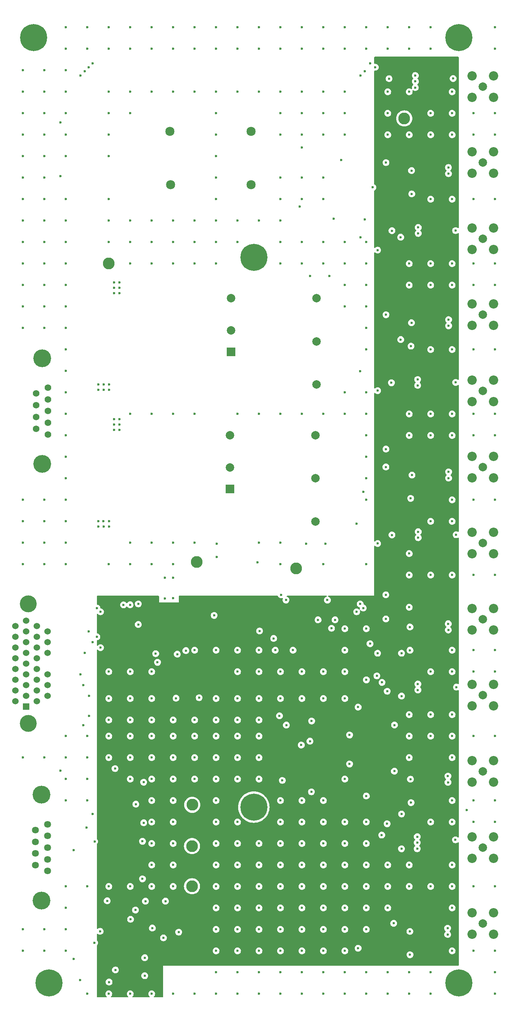
<source format=gbr>
%TF.GenerationSoftware,KiCad,Pcbnew,8.0.6*%
%TF.CreationDate,2025-05-14T12:37:58-04:00*%
%TF.ProjectId,TPC_Warm_Shaper,5450435f-5761-4726-9d5f-536861706572,rev?*%
%TF.SameCoordinates,Original*%
%TF.FileFunction,Copper,L5,Inr*%
%TF.FilePolarity,Positive*%
%FSLAX46Y46*%
G04 Gerber Fmt 4.6, Leading zero omitted, Abs format (unit mm)*
G04 Created by KiCad (PCBNEW 8.0.6) date 2025-05-14 12:37:58*
%MOMM*%
%LPD*%
G01*
G04 APERTURE LIST*
%TA.AperFunction,ComponentPad*%
%ADD10C,2.006600*%
%TD*%
%TA.AperFunction,ComponentPad*%
%ADD11C,2.209800*%
%TD*%
%TA.AperFunction,ComponentPad*%
%ADD12C,2.800000*%
%TD*%
%TA.AperFunction,ComponentPad*%
%ADD13C,1.635000*%
%TD*%
%TA.AperFunction,ComponentPad*%
%ADD14C,4.216000*%
%TD*%
%TA.AperFunction,ComponentPad*%
%ADD15C,2.159000*%
%TD*%
%TA.AperFunction,ComponentPad*%
%ADD16R,2.000000X2.000000*%
%TD*%
%TA.AperFunction,ComponentPad*%
%ADD17C,2.000000*%
%TD*%
%TA.AperFunction,ComponentPad*%
%ADD18C,1.560000*%
%TD*%
%TA.AperFunction,ComponentPad*%
%ADD19C,6.400000*%
%TD*%
%TA.AperFunction,ComponentPad*%
%ADD20C,4.000000*%
%TD*%
%TA.AperFunction,ComponentPad*%
%ADD21R,1.530000X1.530000*%
%TD*%
%TA.AperFunction,ComponentPad*%
%ADD22C,1.530000*%
%TD*%
%TA.AperFunction,ViaPad*%
%ADD23C,0.600000*%
%TD*%
G04 APERTURE END LIST*
D10*
%TO.N,/P_SHPR_6*%
%TO.C,J14*%
X225680000Y-229544999D03*
D11*
%TO.N,/PM3p3V_RTN*%
X228220000Y-227004999D03*
X223140000Y-227004999D03*
X223140000Y-232084999D03*
X228220000Y-232084999D03*
%TD*%
D10*
%TO.N,/M_SHPR_6*%
%TO.C,J13*%
X225680000Y-247544999D03*
D11*
%TO.N,/PM3p3V_RTN*%
X228220000Y-245004999D03*
X223140000Y-245004999D03*
X223140000Y-250084999D03*
X228220000Y-250084999D03*
%TD*%
D10*
%TO.N,/P_SHPR_5*%
%TO.C,J12*%
X225680000Y-193544999D03*
D11*
%TO.N,/PM3p3V_RTN*%
X228220000Y-191004999D03*
X223140000Y-191004999D03*
X223140000Y-196084999D03*
X228220000Y-196084999D03*
%TD*%
D10*
%TO.N,/M_SHPR_5*%
%TO.C,J11*%
X225680000Y-211544999D03*
D11*
%TO.N,/PM3p3V_RTN*%
X228220000Y-209004999D03*
X223140000Y-209004999D03*
X223140000Y-214084999D03*
X228220000Y-214084999D03*
%TD*%
D10*
%TO.N,/P_SHPR_4*%
%TO.C,J10*%
X225680000Y-157544999D03*
D11*
%TO.N,/PM3p3V_RTN*%
X228220000Y-155004999D03*
X223140000Y-155004999D03*
X223140000Y-160084999D03*
X228220000Y-160084999D03*
%TD*%
D10*
%TO.N,/M_SHPR_4*%
%TO.C,J9*%
X225680000Y-175544999D03*
D11*
%TO.N,/PM3p3V_RTN*%
X228220000Y-173004999D03*
X223140000Y-173004999D03*
X223140000Y-178084999D03*
X228220000Y-178084999D03*
%TD*%
D10*
%TO.N,/P_SHPR_3*%
%TO.C,J8*%
X225680000Y-121544999D03*
D11*
%TO.N,/PM3p3V_RTN*%
X228220000Y-119004999D03*
X223140000Y-119004999D03*
X223140000Y-124084999D03*
X228220000Y-124084999D03*
%TD*%
D10*
%TO.N,/M_SHPR_3*%
%TO.C,J7*%
X225680000Y-139544999D03*
D11*
%TO.N,/PM3p3V_RTN*%
X228220000Y-137004999D03*
X223140000Y-137004999D03*
X223140000Y-142084999D03*
X228220000Y-142084999D03*
%TD*%
D10*
%TO.N,/P_SHPR_2*%
%TO.C,J6*%
X225680000Y-85544999D03*
D11*
%TO.N,/PM3p3V_RTN*%
X228220000Y-83004999D03*
X223140000Y-83004999D03*
X223140000Y-88084999D03*
X228220000Y-88084999D03*
%TD*%
D10*
%TO.N,/M_SHPR_2*%
%TO.C,J5*%
X225680000Y-103544999D03*
D11*
%TO.N,/PM3p3V_RTN*%
X228220000Y-101004999D03*
X223140000Y-101004999D03*
X223140000Y-106084999D03*
X228220000Y-106084999D03*
%TD*%
D10*
%TO.N,/P_SHPR_1*%
%TO.C,J4*%
X225680000Y-49544999D03*
D11*
%TO.N,/PM3p3V_RTN*%
X228220000Y-47004999D03*
X223140000Y-47004999D03*
X223140000Y-52084999D03*
X228220000Y-52084999D03*
%TD*%
D10*
%TO.N,/M_SHPR_1*%
%TO.C,J3*%
X225680000Y-67544999D03*
D11*
%TO.N,/PM3p3V_RTN*%
X228220000Y-65004999D03*
X223140000Y-65004999D03*
X223140000Y-70084999D03*
X228220000Y-70084999D03*
%TD*%
D12*
%TO.N,/V_SEC_RTN*%
%TO.C,SEC_{RTN}*%
X181508400Y-163576000D03*
%TD*%
%TO.N,/TELEM_M5V*%
%TO.C,TELEM_{-5V}*%
X156870400Y-238709200D03*
%TD*%
D13*
%TO.N,/TELEM_RTN*%
%TO.C,J15*%
X122640000Y-235115000D03*
X122640000Y-232345000D03*
%TO.N,unconnected-(J15-Pad3)*%
X122640000Y-229575000D03*
%TO.N,/TELEM_RTN*%
X122640000Y-226805000D03*
X122640000Y-224035000D03*
%TO.N,/TELEM_M5V*%
X119800000Y-233730000D03*
X119800000Y-230960000D03*
%TO.N,/TELEM_P5V*%
X119800000Y-228190000D03*
X119800000Y-225420000D03*
D14*
%TO.N,GNDPWR*%
X121220000Y-217075000D03*
X121220000Y-242075000D03*
%TD*%
D15*
%TO.N,Net-(M2-Pad3)*%
%TO.C,P4*%
X170830000Y-60150000D03*
%TD*%
D12*
%TO.N,/TELEM_RTN*%
%TO.C,TELEM_{RTN}*%
X156870400Y-229209600D03*
%TD*%
%TO.N,/TELEM_RTN*%
%TO.C,TELEM_{RTN}*%
X207111600Y-57099200D03*
%TD*%
D16*
%TO.N,Net-(U1-+VIN)*%
%TO.C,U1*%
X166080000Y-112340000D03*
D17*
%TO.N,Net-(U1--VIN)*%
X166080000Y-107240000D03*
%TO.N,/P3p3V*%
X186380000Y-120040000D03*
%TO.N,unconnected-(U1-TRIM-Pad4)*%
X186380000Y-109840000D03*
%TO.N,/PM3p3V_RTN*%
X186380000Y-99640000D03*
%TO.N,/Main_CKT/Enable*%
X166080000Y-99640000D03*
%TD*%
D12*
%TO.N,/V_SEC_RTN*%
%TO.C,SEC_{RTN}*%
X137160000Y-91440000D03*
%TD*%
%TO.N,/Main_CKT/Enable*%
%TO.C,V_{EN}*%
X157940000Y-162040000D03*
%TD*%
D18*
%TO.N,/V_SEC_RTN*%
%TO.C,J2*%
X122790000Y-120780000D03*
X122790000Y-123550000D03*
%TO.N,unconnected-(J2-Pad3)*%
X122790000Y-126320000D03*
%TO.N,/V_SEC_RTN*%
X122790000Y-129090000D03*
X122790000Y-131860000D03*
%TO.N,/V_SEC_IN*%
X119950000Y-122165000D03*
X119950000Y-124935000D03*
X119950000Y-127705000D03*
X119950000Y-130475000D03*
D14*
%TO.N,GNDPWR*%
X121370000Y-113820000D03*
X121370000Y-138820000D03*
%TD*%
D19*
%TO.N,GNDPWR*%
%TO.C,H7*%
X123000000Y-261620000D03*
%TD*%
%TO.N,GNDPWR*%
%TO.C,H5*%
X119380000Y-38000000D03*
%TD*%
D12*
%TO.N,/TELEM_P5V*%
%TO.C,TELEM_{+5V}*%
X156921200Y-219456000D03*
%TD*%
D19*
%TO.N,GNDPWR*%
%TO.C,H1*%
X220000000Y-38000000D03*
%TD*%
D16*
%TO.N,Net-(U2-+VIN)*%
%TO.C,U2*%
X165807500Y-144730000D03*
D17*
%TO.N,Net-(U2--VIN)*%
X165807500Y-139630000D03*
%TO.N,/PM3p3V_RTN*%
X186107500Y-152430000D03*
%TO.N,unconnected-(U2-TRIM-Pad4)*%
X186107500Y-142230000D03*
%TO.N,/M3p3V*%
X186107500Y-132030000D03*
%TO.N,/Main_CKT/Enable*%
X165807500Y-132030000D03*
%TD*%
D19*
%TO.N,GNDPWR*%
%TO.C,H2*%
X171500000Y-90000000D03*
%TD*%
D15*
%TO.N,Net-(P1-Pad1)*%
%TO.C,P1*%
X151810600Y-72790000D03*
%TD*%
D19*
%TO.N,GNDPWR*%
%TO.C,H4*%
X220000000Y-261620000D03*
%TD*%
%TO.N,GNDPWR*%
%TO.C,H3*%
X171500000Y-220000000D03*
%TD*%
D15*
%TO.N,Net-(M1-Pad3)*%
%TO.C,P2*%
X170809800Y-72790000D03*
%TD*%
%TO.N,Net-(P3-Pad1)*%
%TO.C,P3*%
X151620000Y-60148000D03*
%TD*%
D20*
%TO.N,GNDPWR*%
%TO.C,J1*%
X118098000Y-171909500D03*
X118098000Y-200230500D03*
D21*
%TO.N,/i_Sense_6-*%
X117590000Y-196230000D03*
D22*
%TO.N,/TELEM_RTN*%
X115050000Y-194960000D03*
%TO.N,/i_Sense_6+*%
X117590000Y-193690000D03*
%TO.N,/TELEM_RTN*%
X115050000Y-192420000D03*
%TO.N,/i_Sense_5-*%
X117590000Y-191150000D03*
%TO.N,/TELEM_RTN*%
X115050000Y-189880000D03*
%TO.N,/i_Sense_5+*%
X117590000Y-188610000D03*
%TO.N,/TELEM_RTN*%
X115050000Y-187340000D03*
X115050000Y-184800000D03*
%TO.N,/i_Sense_4+*%
X117590000Y-183530000D03*
%TO.N,/TELEM_RTN*%
X115050000Y-182260000D03*
%TO.N,/i_Sense_3-*%
X117590000Y-180990000D03*
%TO.N,/TELEM_RTN*%
X115050000Y-179720000D03*
%TO.N,/i_Sense_3+*%
X117590000Y-178450000D03*
%TO.N,/TELEM_RTN*%
X115050000Y-177180000D03*
%TO.N,/Enable+*%
X117590000Y-175910000D03*
%TO.N,/TELEM_RTN*%
X120130000Y-194960000D03*
%TO.N,/P3p3V_MON*%
X122670000Y-193690000D03*
%TO.N,/TELEM_RTN*%
X120130000Y-192420000D03*
%TO.N,/M3p3V_MON*%
X122670000Y-191150000D03*
%TO.N,/TEMP_MON*%
X120130000Y-189880000D03*
%TO.N,/i_Sense_2-*%
X122670000Y-188610000D03*
%TO.N,/TELEM_RTN*%
X120130000Y-187340000D03*
%TO.N,/i_Sense_4-*%
X117590000Y-186070000D03*
%TO.N,/TELEM_RTN*%
X120130000Y-184800000D03*
%TO.N,/i_Sense_2+*%
X122670000Y-183530000D03*
%TO.N,/TELEM_RTN*%
X120130000Y-182260000D03*
%TO.N,/i_Sense_1-*%
X122670000Y-180990000D03*
%TO.N,/TELEM_RTN*%
X120130000Y-179720000D03*
%TO.N,/Enable-*%
X120130000Y-177180000D03*
%TO.N,/i_Sense_1+*%
X122670000Y-178450000D03*
%TD*%
D23*
%TO.N,/P3p3V*%
X206470000Y-183600000D03*
X200810000Y-121490000D03*
X206470000Y-193730000D03*
X200810000Y-183600000D03*
X209720000Y-49789999D03*
X206480000Y-221620000D03*
X200810000Y-157650000D03*
X210180000Y-229844999D03*
X206470000Y-229850000D03*
X200810000Y-88260000D03*
%TO.N,/PM3p3V_RTN*%
X188446000Y-157730000D03*
X189426000Y-94380000D03*
X221860000Y-220670000D03*
%TO.N,GNDPWR*%
X184796000Y-94380000D03*
X183886000Y-157730000D03*
%TO.N,/V_SEC_RTN*%
X187960000Y-40640000D03*
X218440000Y-152400000D03*
X121920000Y-66040000D03*
X127000000Y-147320000D03*
X147320000Y-81280000D03*
X157480000Y-157480000D03*
X213360000Y-60960000D03*
X121920000Y-152400000D03*
X139700000Y-129540000D03*
X187960000Y-35560000D03*
X116840000Y-152400000D03*
X127000000Y-45720000D03*
X167640000Y-50800000D03*
X138430000Y-98425000D03*
X127000000Y-50800000D03*
X177800000Y-157480000D03*
X223520000Y-111760000D03*
X142240000Y-55880000D03*
X121920000Y-162560000D03*
X182880000Y-86360000D03*
X127000000Y-60960000D03*
X162560000Y-60960000D03*
X208280000Y-40640000D03*
X228600000Y-147320000D03*
X198120000Y-101600000D03*
X172720000Y-50800000D03*
X116840000Y-81280000D03*
X150460000Y-165750000D03*
X198120000Y-162560000D03*
X142240000Y-35560000D03*
X116840000Y-96520000D03*
X198120000Y-121920000D03*
X198120000Y-91440000D03*
X213360000Y-96520000D03*
X228600000Y-165100000D03*
X223520000Y-55880000D03*
X127000000Y-106680000D03*
X139700000Y-130810000D03*
X147320000Y-50800000D03*
X127000000Y-40640000D03*
X228600000Y-35560000D03*
X223520000Y-147320000D03*
X162560000Y-81280000D03*
X193040000Y-40640000D03*
X116840000Y-86360000D03*
X132080000Y-40640000D03*
X182880000Y-40640000D03*
X116840000Y-71120000D03*
X147320000Y-86360000D03*
X177800000Y-76200000D03*
X228600000Y-60960000D03*
X116840000Y-91440000D03*
X152400000Y-157480000D03*
X203200000Y-55880000D03*
X213360000Y-55880000D03*
X182880000Y-60960000D03*
X208280000Y-96520000D03*
X139700000Y-98425000D03*
X198120000Y-106680000D03*
X187960000Y-76200000D03*
X121920000Y-81280000D03*
X132080000Y-35560000D03*
X213360000Y-165100000D03*
X228600000Y-132080000D03*
X137160000Y-81280000D03*
X198120000Y-35560000D03*
X203200000Y-40640000D03*
X193040000Y-35560000D03*
X213360000Y-152400000D03*
X193040000Y-86360000D03*
X218440000Y-165100000D03*
X193040000Y-121920000D03*
X162560000Y-50800000D03*
X208280000Y-132080000D03*
X203200000Y-35560000D03*
X152400000Y-86360000D03*
X127000000Y-157480000D03*
X218440000Y-127000000D03*
X223520000Y-96520000D03*
X193040000Y-55880000D03*
X157480000Y-127000000D03*
X172720000Y-40640000D03*
X208280000Y-127000000D03*
X157480000Y-35560000D03*
X177800000Y-86360000D03*
X121920000Y-76200000D03*
X138430000Y-130810000D03*
X218440000Y-76200000D03*
X127000000Y-127000000D03*
X147320000Y-162560000D03*
X193040000Y-101600000D03*
X121920000Y-71120000D03*
X198120000Y-142240000D03*
X121920000Y-101600000D03*
X177800000Y-35560000D03*
X152400000Y-40640000D03*
X218440000Y-132080000D03*
X127000000Y-96520000D03*
X167640000Y-81280000D03*
X147320000Y-35560000D03*
X157480000Y-86360000D03*
X198120000Y-96520000D03*
X127000000Y-91440000D03*
X223520000Y-127000000D03*
X228600000Y-55880000D03*
X142240000Y-91440000D03*
X127000000Y-111760000D03*
X193040000Y-127000000D03*
X187960000Y-55880000D03*
X172360000Y-162120000D03*
X198120000Y-86360000D03*
X127000000Y-137160000D03*
X142240000Y-162560000D03*
X138430000Y-128270000D03*
X137160000Y-162560000D03*
X137160000Y-35560000D03*
X193040000Y-96520000D03*
X138430000Y-97155000D03*
X142240000Y-81280000D03*
X177800000Y-60960000D03*
X142240000Y-50800000D03*
X162560000Y-66040000D03*
X127000000Y-132080000D03*
X172720000Y-127000000D03*
X208280000Y-91440000D03*
X152400000Y-162560000D03*
X142240000Y-127000000D03*
X203200000Y-50800000D03*
X223520000Y-76200000D03*
X218440000Y-111760000D03*
X223520000Y-165100000D03*
X127000000Y-86360000D03*
X127000000Y-66040000D03*
X121920000Y-106680000D03*
X198120000Y-137160000D03*
X167640000Y-127000000D03*
X177800000Y-60960000D03*
X142240000Y-86360000D03*
X147320000Y-91440000D03*
X152400000Y-81280000D03*
X228600000Y-111760000D03*
X172720000Y-35560000D03*
X218440000Y-91440000D03*
X127000000Y-101600000D03*
X152400000Y-35560000D03*
X116840000Y-50800000D03*
X218440000Y-60960000D03*
X177800000Y-91440000D03*
X187960000Y-60960000D03*
X193040000Y-60960000D03*
X198120000Y-111760000D03*
X152400000Y-127000000D03*
X223520000Y-132080000D03*
X137160000Y-55880000D03*
X127000000Y-121920000D03*
X152400000Y-91440000D03*
X182880000Y-35560000D03*
X147320000Y-157480000D03*
X127000000Y-116840000D03*
X127000000Y-35560000D03*
X218440000Y-55880000D03*
X182880000Y-76200000D03*
X142240000Y-40640000D03*
X177800000Y-55880000D03*
X137160000Y-60960000D03*
X187960000Y-127000000D03*
X208280000Y-165100000D03*
X187960000Y-71120000D03*
X193040000Y-50800000D03*
X152400000Y-50800000D03*
X228600000Y-76200000D03*
X157480000Y-40640000D03*
X213360000Y-111760000D03*
X116840000Y-45720000D03*
X121920000Y-60960000D03*
X218440000Y-50800000D03*
X116840000Y-60960000D03*
X198120000Y-121920000D03*
X228600000Y-96520000D03*
X121920000Y-86360000D03*
X198120000Y-132080000D03*
X203200000Y-60960000D03*
X139700000Y-128270000D03*
X223520000Y-91440000D03*
X172720000Y-157480000D03*
X218440000Y-147320000D03*
X121920000Y-91440000D03*
X228600000Y-91440000D03*
X138430000Y-129540000D03*
X162560000Y-76200000D03*
X187960000Y-50800000D03*
X177800000Y-50800000D03*
X121920000Y-55880000D03*
X116840000Y-76200000D03*
X147320000Y-40640000D03*
X139700000Y-95885000D03*
X182880000Y-50800000D03*
X162560000Y-35560000D03*
X162560000Y-86360000D03*
X147320000Y-127000000D03*
X152350000Y-165770000D03*
X137160000Y-86360000D03*
X198120000Y-127000000D03*
X139700000Y-97155000D03*
X182880000Y-55880000D03*
X182880000Y-127000000D03*
X177800000Y-40640000D03*
X162560000Y-71120000D03*
X187960000Y-86360000D03*
X127000000Y-55880000D03*
X116840000Y-101600000D03*
X167640000Y-86360000D03*
X177800000Y-81280000D03*
X127000000Y-142240000D03*
X127000000Y-76200000D03*
X157480000Y-81280000D03*
X121920000Y-147320000D03*
X157480000Y-50800000D03*
X137160000Y-66040000D03*
X137160000Y-40640000D03*
X138430000Y-95885000D03*
X182880000Y-91440000D03*
X208280000Y-50800000D03*
X121920000Y-50800000D03*
X127000000Y-81280000D03*
X213360000Y-132080000D03*
X213360000Y-76200000D03*
X187960000Y-91440000D03*
X162560000Y-55880000D03*
X223520000Y-60960000D03*
X121920000Y-96520000D03*
X218440000Y-96520000D03*
X121920000Y-45720000D03*
X228600000Y-40640000D03*
X198120000Y-40640000D03*
X193040000Y-91440000D03*
X121920000Y-157480000D03*
X116840000Y-106680000D03*
X116840000Y-66040000D03*
X213360000Y-40640000D03*
X213360000Y-91440000D03*
X157480000Y-91440000D03*
X116840000Y-55880000D03*
X127000000Y-152400000D03*
X177800000Y-127000000D03*
X177800000Y-162560000D03*
X162560000Y-91440000D03*
X142240000Y-157480000D03*
X228600000Y-127000000D03*
X213360000Y-127000000D03*
X208280000Y-160020000D03*
X116840000Y-162560000D03*
X116840000Y-157480000D03*
X167640000Y-35560000D03*
X162560000Y-40640000D03*
X137160000Y-50800000D03*
X198120000Y-147320000D03*
X137160000Y-76200000D03*
X213360000Y-35560000D03*
X177800000Y-71120000D03*
X187960000Y-162560000D03*
X127000000Y-162560000D03*
X182880000Y-71120000D03*
X208280000Y-35560000D03*
X172720000Y-81280000D03*
X116840000Y-147320000D03*
X167640000Y-40640000D03*
X208280000Y-60960000D03*
%TO.N,/M3p3V*%
X177980000Y-169790000D03*
X202750000Y-169790000D03*
X204800000Y-200580000D03*
X202770000Y-103530000D03*
X204620000Y-247480000D03*
X204770000Y-211500000D03*
X202760000Y-139540000D03*
X202760000Y-175480000D03*
X202770000Y-135310000D03*
X202770000Y-67540000D03*
%TO.N,/V_SEC_IN*%
X134720000Y-121250000D03*
X134682500Y-153660000D03*
X134682500Y-152390000D03*
X137260000Y-119980000D03*
X135990000Y-121250000D03*
X137222500Y-153660000D03*
X135952500Y-153660000D03*
X135990000Y-119980000D03*
X135902500Y-152390000D03*
X134720000Y-119980000D03*
X137260000Y-121250000D03*
X137222500Y-152390000D03*
%TO.N,/TELEM_RTN*%
X145130000Y-236970000D03*
X228600000Y-223520000D03*
X182880000Y-218440000D03*
X198120000Y-233680000D03*
X142240000Y-203200000D03*
X218440000Y-223520000D03*
X198120000Y-243840000D03*
X219470000Y-191614999D03*
X121920000Y-208280000D03*
X217570000Y-68694999D03*
X218440000Y-198120000D03*
X228600000Y-254000000D03*
X136786200Y-242165000D03*
X145140000Y-228080000D03*
X167640000Y-248920000D03*
X208280000Y-172720000D03*
X147320000Y-203200000D03*
X187960000Y-233680000D03*
X157480000Y-203200000D03*
X157480000Y-182880000D03*
X208280000Y-259080000D03*
X203200000Y-264160000D03*
X176580000Y-182880000D03*
X167640000Y-259080000D03*
X193040000Y-259080000D03*
X127000000Y-248920000D03*
X182880000Y-233680000D03*
X152400000Y-238760000D03*
X193040000Y-254000000D03*
X223520000Y-254000000D03*
X132080000Y-218440000D03*
X218440000Y-187960000D03*
X167640000Y-228600000D03*
X213360000Y-203200000D03*
X172720000Y-254000000D03*
X193040000Y-177800000D03*
X142240000Y-208280000D03*
X147320000Y-187960000D03*
X182880000Y-238760000D03*
X132080000Y-264160000D03*
X198120000Y-223520000D03*
X147320000Y-203200000D03*
X172720000Y-233680000D03*
X208570000Y-213394999D03*
X187960000Y-187960000D03*
X177800000Y-243840000D03*
X162560000Y-228600000D03*
X203200000Y-233680000D03*
X217600000Y-104689999D03*
X213360000Y-259080000D03*
X162560000Y-223520000D03*
X130376200Y-260865000D03*
X167640000Y-182880000D03*
X198120000Y-259080000D03*
X127000000Y-213360000D03*
X213360000Y-198120000D03*
X223520000Y-182880000D03*
X147320000Y-199390000D03*
X228600000Y-238760000D03*
X198120000Y-177800000D03*
X209730000Y-48339999D03*
X147320000Y-218440000D03*
X137160000Y-199390000D03*
X172720000Y-259080000D03*
X172720000Y-187960000D03*
X210290000Y-120254999D03*
X152400000Y-223520000D03*
X223520000Y-203200000D03*
X187960000Y-259080000D03*
X203200000Y-238760000D03*
X218440000Y-243840000D03*
X162560000Y-233680000D03*
X148695476Y-185749999D03*
X157480000Y-213360000D03*
X127000000Y-208280000D03*
X177800000Y-254000000D03*
X208470000Y-182894999D03*
X176190000Y-180100000D03*
X162560000Y-238760000D03*
X213360000Y-223520000D03*
X187960000Y-228600000D03*
X157480000Y-199390000D03*
X116840000Y-208280000D03*
X217450000Y-212659999D03*
X208460000Y-177384999D03*
X182880000Y-254000000D03*
X127000000Y-218440000D03*
X208280000Y-203200000D03*
X121920000Y-254000000D03*
X152400000Y-199390000D03*
X193040000Y-248920000D03*
X167640000Y-194310000D03*
X223520000Y-223520000D03*
X127000000Y-238760000D03*
X203200000Y-243840000D03*
X172720000Y-208280000D03*
X177800000Y-228600000D03*
X204198000Y-155624999D03*
X185180000Y-199630000D03*
X219270000Y-119534999D03*
X210420000Y-84289999D03*
X152400000Y-213360000D03*
X147320000Y-213360000D03*
X147320000Y-194310000D03*
X167640000Y-213360000D03*
X193040000Y-187960000D03*
X167640000Y-208280000D03*
X172720000Y-213360000D03*
X132080000Y-238760000D03*
X182880000Y-243840000D03*
X172720000Y-243840000D03*
X148265476Y-183690000D03*
X218680000Y-47664999D03*
X162560000Y-248920000D03*
X157480000Y-264160000D03*
X182880000Y-194310000D03*
X147320000Y-194310000D03*
X162560000Y-208280000D03*
X198120000Y-238760000D03*
X208890000Y-74959999D03*
X172720000Y-238760000D03*
X116840000Y-254000000D03*
X177800000Y-259080000D03*
X167640000Y-238760000D03*
X217370000Y-248649999D03*
X182720000Y-205310000D03*
X187960000Y-254000000D03*
X201780000Y-226610000D03*
X187960000Y-243840000D03*
X193040000Y-223520000D03*
X218440000Y-208280000D03*
X142240000Y-264160000D03*
X208820000Y-105434999D03*
X182880000Y-264160000D03*
X172720000Y-203200000D03*
X147320000Y-199390000D03*
X208700000Y-110954999D03*
X204070000Y-119619999D03*
X147320000Y-228600000D03*
X147320000Y-233680000D03*
X182850000Y-63940000D03*
X210340000Y-192284999D03*
X210190000Y-228394999D03*
X167640000Y-264160000D03*
X177800000Y-238760000D03*
X218440000Y-203200000D03*
X187960000Y-223520000D03*
X177800000Y-248920000D03*
X167640000Y-203200000D03*
X162560000Y-182880000D03*
X172720000Y-199390000D03*
X162560000Y-264160000D03*
X142240000Y-238760000D03*
X167640000Y-187960000D03*
X152350000Y-170580000D03*
X172720000Y-264160000D03*
X219230000Y-227724999D03*
X150470000Y-170610000D03*
X142316200Y-246515000D03*
X208460000Y-254914999D03*
X208280000Y-264160000D03*
X218440000Y-233680000D03*
X133820000Y-228120000D03*
X153075476Y-194250000D03*
X127000000Y-203200000D03*
X152400000Y-208280000D03*
X182880000Y-187960000D03*
X213360000Y-264160000D03*
X187960000Y-218440000D03*
X218440000Y-182880000D03*
X162560000Y-213360000D03*
X127000000Y-243840000D03*
X193040000Y-228600000D03*
X187960000Y-248920000D03*
X147320000Y-223520000D03*
X208710000Y-218930000D03*
X152400000Y-233680000D03*
X177800000Y-233680000D03*
X187960000Y-194310000D03*
X208280000Y-238760000D03*
X147320000Y-238760000D03*
X172720000Y-228600000D03*
X172720000Y-182880000D03*
X162560000Y-199390000D03*
X167640000Y-233680000D03*
X217530000Y-176629999D03*
X167640000Y-223520000D03*
X142240000Y-199390000D03*
X198120000Y-228600000D03*
X193040000Y-194310000D03*
X162560000Y-199390000D03*
X157480000Y-208280000D03*
X198120000Y-264160000D03*
X208280000Y-233680000D03*
X162560000Y-243840000D03*
X208280000Y-208280000D03*
X187960000Y-264160000D03*
X167640000Y-243840000D03*
X193040000Y-264160000D03*
X219390000Y-155574999D03*
X121920000Y-248920000D03*
X210418000Y-156259999D03*
X213360000Y-238760000D03*
X167640000Y-254000000D03*
X213360000Y-187960000D03*
X177800000Y-187960000D03*
X162560000Y-254000000D03*
X142240000Y-187960000D03*
X162560000Y-218440000D03*
X228600000Y-264160000D03*
X152400000Y-218440000D03*
X218440000Y-218440000D03*
X167640000Y-199390000D03*
X162560000Y-259080000D03*
X172720000Y-194310000D03*
X152400000Y-228600000D03*
X218440000Y-254000000D03*
X208280000Y-198120000D03*
X193040000Y-238760000D03*
X228600000Y-182880000D03*
X135116200Y-249380000D03*
X128880000Y-230150000D03*
X218440000Y-238760000D03*
X198120000Y-248920000D03*
X177800000Y-264160000D03*
X177800000Y-223520000D03*
X193040000Y-243840000D03*
X177800000Y-218440000D03*
X208620000Y-146964999D03*
X182390000Y-77960000D03*
X190730000Y-175700000D03*
X182880000Y-223520000D03*
X223520000Y-218440000D03*
X223520000Y-238760000D03*
X152400000Y-264160000D03*
X147320000Y-208280000D03*
X132080000Y-203200000D03*
X217600000Y-140689999D03*
X194160000Y-209790000D03*
X193040000Y-233680000D03*
X137226200Y-261375000D03*
X223520000Y-187960000D03*
X137160000Y-238760000D03*
X204200000Y-83654999D03*
X145420000Y-214110000D03*
X203200000Y-259080000D03*
X177800000Y-194310000D03*
X162560000Y-194310000D03*
X193040000Y-182880000D03*
X208440000Y-249394999D03*
X228600000Y-218440000D03*
X137160000Y-208280000D03*
X137160000Y-187960000D03*
X182880000Y-228600000D03*
X208940000Y-141439999D03*
X137160000Y-203200000D03*
X142240000Y-213360000D03*
X138640000Y-210880000D03*
X145666200Y-259885000D03*
X201840000Y-190500000D03*
X182880000Y-248920000D03*
X137160000Y-194310000D03*
X152400000Y-203200000D03*
X132080000Y-213360000D03*
X228600000Y-203200000D03*
X228600000Y-187960000D03*
X147320000Y-187960000D03*
X127000000Y-254000000D03*
X116840000Y-248920000D03*
X172720000Y-248920000D03*
X147320000Y-264160000D03*
X194160000Y-202930000D03*
X132080000Y-208280000D03*
X203510000Y-47704999D03*
X142240000Y-194310000D03*
X228600000Y-259080000D03*
X131910000Y-224810000D03*
X145430000Y-223710000D03*
X182880000Y-259080000D03*
X185140000Y-216380000D03*
X219260000Y-83619999D03*
X172870000Y-178340000D03*
X155405476Y-182990000D03*
X208835000Y-69429999D03*
X132080000Y-203200000D03*
X187960000Y-238760000D03*
X162560000Y-203200000D03*
X193040000Y-213360000D03*
X137160000Y-264160000D03*
X140660000Y-172170000D03*
%TO.N,/i_Sense_1+*%
X200260000Y-44990000D03*
X132420000Y-44970000D03*
X132420000Y-178460000D03*
%TO.N,/i_Sense_2+*%
X131450000Y-45910000D03*
X197760000Y-80950000D03*
X131450000Y-183540000D03*
X197760000Y-45910000D03*
%TO.N,/TELEM_P5V*%
X133350000Y-221600000D03*
X150576200Y-242235000D03*
X125720000Y-211410000D03*
X158560000Y-194110000D03*
X125730000Y-70770000D03*
X186700000Y-175700000D03*
X125730000Y-58070000D03*
X145666200Y-255625000D03*
X162110000Y-174650000D03*
X153716200Y-249575000D03*
X133796200Y-252115000D03*
%TO.N,/TELEM_M5V*%
X128880000Y-255940000D03*
X180770000Y-182880000D03*
X138730000Y-258515000D03*
%TO.N,/i_Sense_3+*%
X144150000Y-176790000D03*
X196660000Y-116920000D03*
X144150000Y-171930000D03*
X196670000Y-171930000D03*
%TO.N,/i_Sense_4+*%
X195830000Y-173800000D03*
X195830000Y-152930000D03*
X135200000Y-173800000D03*
X135200000Y-182270000D03*
%TO.N,/i_Sense_5+*%
X200640000Y-188950000D03*
%TO.N,/i_Sense_6+*%
X203050000Y-223930000D03*
X203080000Y-192590000D03*
%TO.N,/i_Sense_1-*%
X199670000Y-73400000D03*
X133360000Y-181010000D03*
X133357380Y-44063928D03*
X199060000Y-44070000D03*
%TO.N,/i_Sense_2-*%
X206270000Y-85190000D03*
X196790000Y-85190000D03*
X130470000Y-188620000D03*
X206274999Y-109404999D03*
X196790000Y-46940000D03*
X130470000Y-46940000D03*
%TO.N,/i_Sense_3-*%
X134350000Y-179710000D03*
X197410000Y-172910000D03*
X134360000Y-172920000D03*
X197410000Y-145404999D03*
%TO.N,/i_Sense_4-*%
X199010000Y-181350000D03*
%TO.N,/i_Sense_5-*%
X198140000Y-189900000D03*
X198130000Y-217370000D03*
%TO.N,/i_Sense_6-*%
X196180000Y-253370000D03*
X196180000Y-196340000D03*
%TO.N,Net-(U17A-A_OUT)*%
X179120000Y-171010000D03*
X190440000Y-80790000D03*
X188910000Y-171020000D03*
%TO.N,Net-(U17B-B_OUT)*%
X192210000Y-66960000D03*
X189890000Y-177690000D03*
%TO.N,/TELEM_P3p3V*%
X210418000Y-154859999D03*
X210340000Y-190884999D03*
X210190000Y-226994999D03*
X217380000Y-250119999D03*
X210290000Y-118854999D03*
X217460000Y-214129999D03*
X209730000Y-46939999D03*
X142210000Y-172150000D03*
X217610000Y-142159999D03*
X217610000Y-106159999D03*
X153375476Y-183820000D03*
X184780000Y-204410000D03*
X143570000Y-219300000D03*
X217540000Y-178099999D03*
X217580000Y-70164999D03*
X210420000Y-82889999D03*
%TO.N,/TELEM_M3p3V*%
X143530000Y-233450000D03*
X191210000Y-209790000D03*
%TO.N,Net-(LED1-Pad2)*%
X150106199Y-250914999D03*
%TO.N,Net-(LED1-Pad1)*%
X147476199Y-248594999D03*
%TO.N,Net-(LED2-Pad1)*%
X143486200Y-244345000D03*
%TO.N,Net-(LED2-Pad2)*%
X145836200Y-242255000D03*
%TO.N,/Main_CKT/Enable*%
X162740000Y-157720000D03*
X162740000Y-160850000D03*
%TO.N,/P3p3V_MON*%
X132530000Y-198410000D03*
X132530000Y-193700000D03*
X178230000Y-213670000D03*
X177570000Y-198410000D03*
%TO.N,/M3p3V_MON*%
X179200000Y-200600000D03*
X131149881Y-200600833D03*
X131150000Y-191160000D03*
%TD*%
%TA.AperFunction,Conductor*%
%TO.N,/TELEM_M3p3V*%
G36*
X219943039Y-42519685D02*
G01*
X219988794Y-42572489D01*
X220000000Y-42624000D01*
X220000000Y-82928559D01*
X219980315Y-82995598D01*
X219927511Y-83041353D01*
X219858353Y-83051297D01*
X219794797Y-83022272D01*
X219788319Y-83016240D01*
X219762262Y-82990183D01*
X219609523Y-82894210D01*
X219439254Y-82834630D01*
X219439249Y-82834629D01*
X219260004Y-82814434D01*
X219259996Y-82814434D01*
X219080750Y-82834629D01*
X219080745Y-82834630D01*
X218910476Y-82894210D01*
X218757737Y-82990183D01*
X218630184Y-83117736D01*
X218534211Y-83270475D01*
X218474631Y-83440744D01*
X218474630Y-83440749D01*
X218454435Y-83619995D01*
X218454435Y-83620002D01*
X218474630Y-83799248D01*
X218474631Y-83799253D01*
X218534211Y-83969522D01*
X218630184Y-84122261D01*
X218757738Y-84249815D01*
X218910478Y-84345788D01*
X219080745Y-84405367D01*
X219080750Y-84405368D01*
X219259996Y-84425564D01*
X219260000Y-84425564D01*
X219260004Y-84425564D01*
X219439249Y-84405368D01*
X219439252Y-84405367D01*
X219439255Y-84405367D01*
X219609522Y-84345788D01*
X219762262Y-84249815D01*
X219788319Y-84223758D01*
X219849642Y-84190273D01*
X219919334Y-84195257D01*
X219975267Y-84237129D01*
X219999684Y-84302593D01*
X220000000Y-84311439D01*
X220000000Y-118833559D01*
X219980315Y-118900598D01*
X219927511Y-118946353D01*
X219858353Y-118956297D01*
X219794797Y-118927272D01*
X219788319Y-118921240D01*
X219772262Y-118905183D01*
X219619523Y-118809210D01*
X219449254Y-118749630D01*
X219449249Y-118749629D01*
X219270004Y-118729434D01*
X219269996Y-118729434D01*
X219090750Y-118749629D01*
X219090745Y-118749630D01*
X218920476Y-118809210D01*
X218767737Y-118905183D01*
X218640184Y-119032736D01*
X218544211Y-119185475D01*
X218484631Y-119355744D01*
X218484630Y-119355749D01*
X218464435Y-119534995D01*
X218464435Y-119535002D01*
X218484630Y-119714248D01*
X218484631Y-119714253D01*
X218544211Y-119884522D01*
X218604204Y-119980000D01*
X218640184Y-120037261D01*
X218767738Y-120164815D01*
X218858080Y-120221581D01*
X218911269Y-120255002D01*
X218920478Y-120260788D01*
X218997734Y-120287821D01*
X219090745Y-120320367D01*
X219090750Y-120320368D01*
X219269996Y-120340564D01*
X219270000Y-120340564D01*
X219270004Y-120340564D01*
X219449249Y-120320368D01*
X219449252Y-120320367D01*
X219449255Y-120320367D01*
X219619522Y-120260788D01*
X219772262Y-120164815D01*
X219788319Y-120148758D01*
X219849642Y-120115273D01*
X219919334Y-120120257D01*
X219975267Y-120162129D01*
X219999684Y-120227593D01*
X220000000Y-120236439D01*
X220000000Y-154788517D01*
X219980315Y-154855556D01*
X219927511Y-154901311D01*
X219858353Y-154911255D01*
X219810029Y-154893511D01*
X219739525Y-154849211D01*
X219569254Y-154789630D01*
X219569249Y-154789629D01*
X219390004Y-154769434D01*
X219389996Y-154769434D01*
X219210750Y-154789629D01*
X219210745Y-154789630D01*
X219040476Y-154849210D01*
X218887737Y-154945183D01*
X218760184Y-155072736D01*
X218664211Y-155225475D01*
X218604631Y-155395744D01*
X218604630Y-155395749D01*
X218584435Y-155574995D01*
X218584435Y-155575002D01*
X218604630Y-155754248D01*
X218604631Y-155754253D01*
X218664211Y-155924522D01*
X218760184Y-156077261D01*
X218887738Y-156204815D01*
X219040478Y-156300788D01*
X219183367Y-156350787D01*
X219210745Y-156360367D01*
X219210750Y-156360368D01*
X219389996Y-156380564D01*
X219390000Y-156380564D01*
X219390004Y-156380564D01*
X219569249Y-156360368D01*
X219569252Y-156360367D01*
X219569255Y-156360367D01*
X219739522Y-156300788D01*
X219810028Y-156256485D01*
X219877264Y-156237486D01*
X219944100Y-156257853D01*
X219989314Y-156311121D01*
X220000000Y-156361480D01*
X220000000Y-190778778D01*
X219980315Y-190845817D01*
X219927511Y-190891572D01*
X219858353Y-190901516D01*
X219822199Y-190890499D01*
X219819523Y-190889210D01*
X219649254Y-190829630D01*
X219649249Y-190829629D01*
X219470004Y-190809434D01*
X219469996Y-190809434D01*
X219290750Y-190829629D01*
X219290745Y-190829630D01*
X219120476Y-190889210D01*
X218967737Y-190985183D01*
X218840184Y-191112736D01*
X218744211Y-191265475D01*
X218684631Y-191435744D01*
X218684630Y-191435749D01*
X218664435Y-191614995D01*
X218664435Y-191615002D01*
X218684630Y-191794248D01*
X218684631Y-191794253D01*
X218744211Y-191964522D01*
X218840184Y-192117261D01*
X218967738Y-192244815D01*
X219031695Y-192285002D01*
X219117934Y-192339190D01*
X219120478Y-192340788D01*
X219290745Y-192400367D01*
X219290750Y-192400368D01*
X219469996Y-192420564D01*
X219470000Y-192420564D01*
X219470004Y-192420564D01*
X219649249Y-192400368D01*
X219649252Y-192400367D01*
X219649255Y-192400367D01*
X219819522Y-192340788D01*
X219819531Y-192340781D01*
X219822189Y-192339503D01*
X219824088Y-192339190D01*
X219826095Y-192338488D01*
X219826217Y-192338839D01*
X219891130Y-192328145D01*
X219955266Y-192355863D01*
X219994237Y-192413855D01*
X220000000Y-192451219D01*
X220000000Y-227063559D01*
X219980315Y-227130598D01*
X219927511Y-227176353D01*
X219858353Y-227186297D01*
X219794797Y-227157272D01*
X219788319Y-227151240D01*
X219732262Y-227095183D01*
X219579523Y-226999210D01*
X219409254Y-226939630D01*
X219409249Y-226939629D01*
X219230004Y-226919434D01*
X219229996Y-226919434D01*
X219050750Y-226939629D01*
X219050745Y-226939630D01*
X218880476Y-226999210D01*
X218727737Y-227095183D01*
X218600184Y-227222736D01*
X218504211Y-227375475D01*
X218444631Y-227545744D01*
X218444630Y-227545749D01*
X218424435Y-227724995D01*
X218424435Y-227725002D01*
X218444630Y-227904248D01*
X218444631Y-227904253D01*
X218504211Y-228074522D01*
X218600184Y-228227261D01*
X218727738Y-228354815D01*
X218880478Y-228450788D01*
X218934017Y-228469522D01*
X219050745Y-228510367D01*
X219050750Y-228510368D01*
X219229996Y-228530564D01*
X219230000Y-228530564D01*
X219230004Y-228530564D01*
X219409249Y-228510368D01*
X219409252Y-228510367D01*
X219409255Y-228510367D01*
X219579522Y-228450788D01*
X219732262Y-228354815D01*
X219788319Y-228298758D01*
X219849642Y-228265273D01*
X219919334Y-228270257D01*
X219975267Y-228312129D01*
X219999684Y-228377593D01*
X220000000Y-228386439D01*
X220000000Y-257376000D01*
X219980315Y-257443039D01*
X219927511Y-257488794D01*
X219876000Y-257500000D01*
X150000000Y-257500000D01*
X150000000Y-264876000D01*
X149980315Y-264943039D01*
X149927511Y-264988794D01*
X149876000Y-265000000D01*
X147911440Y-265000000D01*
X147844401Y-264980315D01*
X147798646Y-264927511D01*
X147788702Y-264858353D01*
X147817727Y-264794797D01*
X147823759Y-264788319D01*
X147949816Y-264662262D01*
X148045789Y-264509522D01*
X148105368Y-264339255D01*
X148125565Y-264160000D01*
X148118750Y-264099516D01*
X148105369Y-263980750D01*
X148105368Y-263980745D01*
X148045788Y-263810476D01*
X147949815Y-263657737D01*
X147822262Y-263530184D01*
X147669523Y-263434211D01*
X147499254Y-263374631D01*
X147499249Y-263374630D01*
X147320004Y-263354435D01*
X147319996Y-263354435D01*
X147140750Y-263374630D01*
X147140745Y-263374631D01*
X146970476Y-263434211D01*
X146817737Y-263530184D01*
X146690184Y-263657737D01*
X146594211Y-263810476D01*
X146534631Y-263980745D01*
X146534630Y-263980750D01*
X146514435Y-264159996D01*
X146514435Y-264160003D01*
X146534630Y-264339249D01*
X146534631Y-264339254D01*
X146594211Y-264509523D01*
X146690184Y-264662262D01*
X146816241Y-264788319D01*
X146849726Y-264849642D01*
X146844742Y-264919334D01*
X146802870Y-264975267D01*
X146737406Y-264999684D01*
X146728560Y-265000000D01*
X142831440Y-265000000D01*
X142764401Y-264980315D01*
X142718646Y-264927511D01*
X142708702Y-264858353D01*
X142737727Y-264794797D01*
X142743759Y-264788319D01*
X142869816Y-264662262D01*
X142965789Y-264509522D01*
X143025368Y-264339255D01*
X143045565Y-264160000D01*
X143038750Y-264099516D01*
X143025369Y-263980750D01*
X143025368Y-263980745D01*
X142965788Y-263810476D01*
X142869815Y-263657737D01*
X142742262Y-263530184D01*
X142589523Y-263434211D01*
X142419254Y-263374631D01*
X142419249Y-263374630D01*
X142240004Y-263354435D01*
X142239996Y-263354435D01*
X142060750Y-263374630D01*
X142060745Y-263374631D01*
X141890476Y-263434211D01*
X141737737Y-263530184D01*
X141610184Y-263657737D01*
X141514211Y-263810476D01*
X141454631Y-263980745D01*
X141454630Y-263980750D01*
X141434435Y-264159996D01*
X141434435Y-264160003D01*
X141454630Y-264339249D01*
X141454631Y-264339254D01*
X141514211Y-264509523D01*
X141610184Y-264662262D01*
X141736241Y-264788319D01*
X141769726Y-264849642D01*
X141764742Y-264919334D01*
X141722870Y-264975267D01*
X141657406Y-264999684D01*
X141648560Y-265000000D01*
X137751440Y-265000000D01*
X137684401Y-264980315D01*
X137638646Y-264927511D01*
X137628702Y-264858353D01*
X137657727Y-264794797D01*
X137663759Y-264788319D01*
X137789816Y-264662262D01*
X137885789Y-264509522D01*
X137945368Y-264339255D01*
X137965565Y-264160000D01*
X137958750Y-264099516D01*
X137945369Y-263980750D01*
X137945368Y-263980745D01*
X137885788Y-263810476D01*
X137789815Y-263657737D01*
X137662262Y-263530184D01*
X137509523Y-263434211D01*
X137339254Y-263374631D01*
X137339249Y-263374630D01*
X137160004Y-263354435D01*
X137159996Y-263354435D01*
X136980750Y-263374630D01*
X136980745Y-263374631D01*
X136810476Y-263434211D01*
X136657737Y-263530184D01*
X136530184Y-263657737D01*
X136434211Y-263810476D01*
X136374631Y-263980745D01*
X136374630Y-263980750D01*
X136354435Y-264159996D01*
X136354435Y-264160003D01*
X136374630Y-264339249D01*
X136374631Y-264339254D01*
X136434211Y-264509523D01*
X136530184Y-264662262D01*
X136656241Y-264788319D01*
X136689726Y-264849642D01*
X136684742Y-264919334D01*
X136642870Y-264975267D01*
X136577406Y-264999684D01*
X136568560Y-265000000D01*
X134482000Y-265000000D01*
X134414961Y-264980315D01*
X134369206Y-264927511D01*
X134358000Y-264876000D01*
X134358000Y-261374996D01*
X136420635Y-261374996D01*
X136420635Y-261375003D01*
X136440830Y-261554249D01*
X136440831Y-261554254D01*
X136500411Y-261724523D01*
X136596384Y-261877262D01*
X136723938Y-262004816D01*
X136876678Y-262100789D01*
X137046945Y-262160368D01*
X137046950Y-262160369D01*
X137226196Y-262180565D01*
X137226200Y-262180565D01*
X137226204Y-262180565D01*
X137405449Y-262160369D01*
X137405452Y-262160368D01*
X137405455Y-262160368D01*
X137575722Y-262100789D01*
X137728462Y-262004816D01*
X137856016Y-261877262D01*
X137951989Y-261724522D01*
X138011568Y-261554255D01*
X138031765Y-261375000D01*
X138011568Y-261195745D01*
X137951989Y-261025478D01*
X137856016Y-260872738D01*
X137728462Y-260745184D01*
X137575723Y-260649211D01*
X137405454Y-260589631D01*
X137405449Y-260589630D01*
X137226204Y-260569435D01*
X137226196Y-260569435D01*
X137046950Y-260589630D01*
X137046945Y-260589631D01*
X136876676Y-260649211D01*
X136723937Y-260745184D01*
X136596384Y-260872737D01*
X136500411Y-261025476D01*
X136440831Y-261195745D01*
X136440830Y-261195750D01*
X136420635Y-261374996D01*
X134358000Y-261374996D01*
X134358000Y-259884996D01*
X144860635Y-259884996D01*
X144860635Y-259885003D01*
X144880830Y-260064249D01*
X144880831Y-260064254D01*
X144940411Y-260234523D01*
X145036384Y-260387262D01*
X145163938Y-260514816D01*
X145250864Y-260569435D01*
X145283003Y-260589630D01*
X145316678Y-260610789D01*
X145426482Y-260649211D01*
X145486945Y-260670368D01*
X145486950Y-260670369D01*
X145666196Y-260690565D01*
X145666200Y-260690565D01*
X145666204Y-260690565D01*
X145845449Y-260670369D01*
X145845452Y-260670368D01*
X145845455Y-260670368D01*
X146015722Y-260610789D01*
X146168462Y-260514816D01*
X146296016Y-260387262D01*
X146391989Y-260234522D01*
X146451568Y-260064255D01*
X146451569Y-260064249D01*
X146471765Y-259885003D01*
X146471765Y-259884996D01*
X146451569Y-259705750D01*
X146451568Y-259705745D01*
X146391988Y-259535476D01*
X146296015Y-259382737D01*
X146168462Y-259255184D01*
X146015723Y-259159211D01*
X145845454Y-259099631D01*
X145845449Y-259099630D01*
X145666204Y-259079435D01*
X145666196Y-259079435D01*
X145486950Y-259099630D01*
X145486945Y-259099631D01*
X145316676Y-259159211D01*
X145163937Y-259255184D01*
X145036384Y-259382737D01*
X144940411Y-259535476D01*
X144880831Y-259705745D01*
X144880830Y-259705750D01*
X144860635Y-259884996D01*
X134358000Y-259884996D01*
X134358000Y-258514996D01*
X137924435Y-258514996D01*
X137924435Y-258515003D01*
X137944630Y-258694249D01*
X137944631Y-258694254D01*
X138004211Y-258864523D01*
X138005277Y-258866219D01*
X138100184Y-259017262D01*
X138227738Y-259144816D01*
X138380478Y-259240789D01*
X138421617Y-259255184D01*
X138550745Y-259300368D01*
X138550750Y-259300369D01*
X138729996Y-259320565D01*
X138730000Y-259320565D01*
X138730004Y-259320565D01*
X138909249Y-259300369D01*
X138909252Y-259300368D01*
X138909255Y-259300368D01*
X139079522Y-259240789D01*
X139232262Y-259144816D01*
X139359816Y-259017262D01*
X139455789Y-258864522D01*
X139515368Y-258694255D01*
X139523495Y-258622124D01*
X139535565Y-258515003D01*
X139535565Y-258514996D01*
X139515369Y-258335750D01*
X139515368Y-258335745D01*
X139455788Y-258165476D01*
X139359815Y-258012737D01*
X139232262Y-257885184D01*
X139079523Y-257789211D01*
X138909254Y-257729631D01*
X138909249Y-257729630D01*
X138730004Y-257709435D01*
X138729996Y-257709435D01*
X138550750Y-257729630D01*
X138550745Y-257729631D01*
X138380476Y-257789211D01*
X138227737Y-257885184D01*
X138100184Y-258012737D01*
X138004211Y-258165476D01*
X137944631Y-258335745D01*
X137944630Y-258335750D01*
X137924435Y-258514996D01*
X134358000Y-258514996D01*
X134358000Y-255624996D01*
X144860635Y-255624996D01*
X144860635Y-255625003D01*
X144880830Y-255804249D01*
X144880831Y-255804254D01*
X144940411Y-255974523D01*
X145036384Y-256127262D01*
X145163938Y-256254816D01*
X145316678Y-256350789D01*
X145486945Y-256410368D01*
X145486950Y-256410369D01*
X145666196Y-256430565D01*
X145666200Y-256430565D01*
X145666204Y-256430565D01*
X145845449Y-256410369D01*
X145845452Y-256410368D01*
X145845455Y-256410368D01*
X146015722Y-256350789D01*
X146168462Y-256254816D01*
X146296016Y-256127262D01*
X146391989Y-255974522D01*
X146451568Y-255804255D01*
X146463273Y-255700368D01*
X146471765Y-255625003D01*
X146471765Y-255624996D01*
X146451569Y-255445750D01*
X146451568Y-255445745D01*
X146391988Y-255275476D01*
X146296015Y-255122737D01*
X146168462Y-254995184D01*
X146040843Y-254914995D01*
X207654435Y-254914995D01*
X207654435Y-254915002D01*
X207674630Y-255094248D01*
X207674631Y-255094253D01*
X207734211Y-255264522D01*
X207830184Y-255417261D01*
X207957738Y-255544815D01*
X208048080Y-255601581D01*
X208085351Y-255625000D01*
X208110478Y-255640788D01*
X208280745Y-255700367D01*
X208280750Y-255700368D01*
X208459996Y-255720564D01*
X208460000Y-255720564D01*
X208460004Y-255720564D01*
X208639249Y-255700368D01*
X208639252Y-255700367D01*
X208639255Y-255700367D01*
X208809522Y-255640788D01*
X208962262Y-255544815D01*
X209089816Y-255417261D01*
X209185789Y-255264521D01*
X209245368Y-255094254D01*
X209245369Y-255094248D01*
X209265565Y-254915002D01*
X209265565Y-254914995D01*
X209245369Y-254735749D01*
X209245368Y-254735744D01*
X209185788Y-254565475D01*
X209089815Y-254412736D01*
X208962262Y-254285183D01*
X208809523Y-254189210D01*
X208639254Y-254129630D01*
X208639249Y-254129629D01*
X208460004Y-254109434D01*
X208459996Y-254109434D01*
X208280750Y-254129629D01*
X208280745Y-254129630D01*
X208110476Y-254189210D01*
X207957737Y-254285183D01*
X207830184Y-254412736D01*
X207734211Y-254565475D01*
X207674631Y-254735744D01*
X207674630Y-254735749D01*
X207654435Y-254914995D01*
X146040843Y-254914995D01*
X146015723Y-254899211D01*
X145845454Y-254839631D01*
X145845449Y-254839630D01*
X145666204Y-254819435D01*
X145666196Y-254819435D01*
X145486950Y-254839630D01*
X145486945Y-254839631D01*
X145316676Y-254899211D01*
X145163937Y-254995184D01*
X145036384Y-255122737D01*
X144940411Y-255275476D01*
X144880831Y-255445745D01*
X144880830Y-255445750D01*
X144860635Y-255624996D01*
X134358000Y-255624996D01*
X134358000Y-253999996D01*
X161754435Y-253999996D01*
X161754435Y-254000003D01*
X161774630Y-254179249D01*
X161774631Y-254179254D01*
X161834211Y-254349523D01*
X161930184Y-254502262D01*
X162057738Y-254629816D01*
X162210478Y-254725789D01*
X162380745Y-254785368D01*
X162380750Y-254785369D01*
X162559996Y-254805565D01*
X162560000Y-254805565D01*
X162560004Y-254805565D01*
X162739249Y-254785369D01*
X162739252Y-254785368D01*
X162739255Y-254785368D01*
X162909522Y-254725789D01*
X163062262Y-254629816D01*
X163189816Y-254502262D01*
X163285789Y-254349522D01*
X163345368Y-254179255D01*
X163345784Y-254175565D01*
X163365565Y-254000003D01*
X163365565Y-253999996D01*
X166834435Y-253999996D01*
X166834435Y-254000003D01*
X166854630Y-254179249D01*
X166854631Y-254179254D01*
X166914211Y-254349523D01*
X167010184Y-254502262D01*
X167137738Y-254629816D01*
X167290478Y-254725789D01*
X167460745Y-254785368D01*
X167460750Y-254785369D01*
X167639996Y-254805565D01*
X167640000Y-254805565D01*
X167640004Y-254805565D01*
X167819249Y-254785369D01*
X167819252Y-254785368D01*
X167819255Y-254785368D01*
X167989522Y-254725789D01*
X168142262Y-254629816D01*
X168269816Y-254502262D01*
X168365789Y-254349522D01*
X168425368Y-254179255D01*
X168425784Y-254175565D01*
X168445565Y-254000003D01*
X168445565Y-253999996D01*
X171914435Y-253999996D01*
X171914435Y-254000003D01*
X171934630Y-254179249D01*
X171934631Y-254179254D01*
X171994211Y-254349523D01*
X172090184Y-254502262D01*
X172217738Y-254629816D01*
X172370478Y-254725789D01*
X172540745Y-254785368D01*
X172540750Y-254785369D01*
X172719996Y-254805565D01*
X172720000Y-254805565D01*
X172720004Y-254805565D01*
X172899249Y-254785369D01*
X172899252Y-254785368D01*
X172899255Y-254785368D01*
X173069522Y-254725789D01*
X173222262Y-254629816D01*
X173349816Y-254502262D01*
X173445789Y-254349522D01*
X173505368Y-254179255D01*
X173505784Y-254175565D01*
X173525565Y-254000003D01*
X173525565Y-253999996D01*
X176994435Y-253999996D01*
X176994435Y-254000003D01*
X177014630Y-254179249D01*
X177014631Y-254179254D01*
X177074211Y-254349523D01*
X177170184Y-254502262D01*
X177297738Y-254629816D01*
X177450478Y-254725789D01*
X177620745Y-254785368D01*
X177620750Y-254785369D01*
X177799996Y-254805565D01*
X177800000Y-254805565D01*
X177800004Y-254805565D01*
X177979249Y-254785369D01*
X177979252Y-254785368D01*
X177979255Y-254785368D01*
X178149522Y-254725789D01*
X178302262Y-254629816D01*
X178429816Y-254502262D01*
X178525789Y-254349522D01*
X178585368Y-254179255D01*
X178585784Y-254175565D01*
X178605565Y-254000003D01*
X178605565Y-253999996D01*
X182074435Y-253999996D01*
X182074435Y-254000003D01*
X182094630Y-254179249D01*
X182094631Y-254179254D01*
X182154211Y-254349523D01*
X182250184Y-254502262D01*
X182377738Y-254629816D01*
X182530478Y-254725789D01*
X182700745Y-254785368D01*
X182700750Y-254785369D01*
X182879996Y-254805565D01*
X182880000Y-254805565D01*
X182880004Y-254805565D01*
X183059249Y-254785369D01*
X183059252Y-254785368D01*
X183059255Y-254785368D01*
X183229522Y-254725789D01*
X183382262Y-254629816D01*
X183509816Y-254502262D01*
X183605789Y-254349522D01*
X183665368Y-254179255D01*
X183665784Y-254175565D01*
X183685565Y-254000003D01*
X183685565Y-253999996D01*
X187154435Y-253999996D01*
X187154435Y-254000003D01*
X187174630Y-254179249D01*
X187174631Y-254179254D01*
X187234211Y-254349523D01*
X187330184Y-254502262D01*
X187457738Y-254629816D01*
X187610478Y-254725789D01*
X187780745Y-254785368D01*
X187780750Y-254785369D01*
X187959996Y-254805565D01*
X187960000Y-254805565D01*
X187960004Y-254805565D01*
X188139249Y-254785369D01*
X188139252Y-254785368D01*
X188139255Y-254785368D01*
X188309522Y-254725789D01*
X188462262Y-254629816D01*
X188589816Y-254502262D01*
X188685789Y-254349522D01*
X188745368Y-254179255D01*
X188745784Y-254175565D01*
X188765565Y-254000003D01*
X188765565Y-253999996D01*
X192234435Y-253999996D01*
X192234435Y-254000003D01*
X192254630Y-254179249D01*
X192254631Y-254179254D01*
X192314211Y-254349523D01*
X192410184Y-254502262D01*
X192537738Y-254629816D01*
X192690478Y-254725789D01*
X192860745Y-254785368D01*
X192860750Y-254785369D01*
X193039996Y-254805565D01*
X193040000Y-254805565D01*
X193040004Y-254805565D01*
X193219249Y-254785369D01*
X193219252Y-254785368D01*
X193219255Y-254785368D01*
X193389522Y-254725789D01*
X193542262Y-254629816D01*
X193669816Y-254502262D01*
X193765789Y-254349522D01*
X193825368Y-254179255D01*
X193825784Y-254175565D01*
X193845565Y-254000003D01*
X193845565Y-253999996D01*
X193825369Y-253820750D01*
X193825368Y-253820745D01*
X193789949Y-253719523D01*
X193765789Y-253650478D01*
X193669816Y-253497738D01*
X193542262Y-253370184D01*
X193541963Y-253369996D01*
X195374435Y-253369996D01*
X195374435Y-253370003D01*
X195394630Y-253549249D01*
X195394631Y-253549254D01*
X195454211Y-253719523D01*
X195517817Y-253820750D01*
X195550184Y-253872262D01*
X195677738Y-253999816D01*
X195830478Y-254095789D01*
X195927190Y-254129630D01*
X196000745Y-254155368D01*
X196000750Y-254155369D01*
X196179996Y-254175565D01*
X196180000Y-254175565D01*
X196180004Y-254175565D01*
X196359249Y-254155369D01*
X196359252Y-254155368D01*
X196359255Y-254155368D01*
X196529522Y-254095789D01*
X196681976Y-253999996D01*
X217634435Y-253999996D01*
X217634435Y-254000003D01*
X217654630Y-254179249D01*
X217654631Y-254179254D01*
X217714211Y-254349523D01*
X217810184Y-254502262D01*
X217937738Y-254629816D01*
X218090478Y-254725789D01*
X218260745Y-254785368D01*
X218260750Y-254785369D01*
X218439996Y-254805565D01*
X218440000Y-254805565D01*
X218440004Y-254805565D01*
X218619249Y-254785369D01*
X218619252Y-254785368D01*
X218619255Y-254785368D01*
X218789522Y-254725789D01*
X218942262Y-254629816D01*
X219069816Y-254502262D01*
X219165789Y-254349522D01*
X219225368Y-254179255D01*
X219225784Y-254175565D01*
X219245565Y-254000003D01*
X219245565Y-253999996D01*
X219225369Y-253820750D01*
X219225368Y-253820745D01*
X219189949Y-253719523D01*
X219165789Y-253650478D01*
X219069816Y-253497738D01*
X218942262Y-253370184D01*
X218941963Y-253369996D01*
X218789523Y-253274211D01*
X218619254Y-253214631D01*
X218619249Y-253214630D01*
X218440004Y-253194435D01*
X218439996Y-253194435D01*
X218260750Y-253214630D01*
X218260745Y-253214631D01*
X218090476Y-253274211D01*
X217937737Y-253370184D01*
X217810184Y-253497737D01*
X217714211Y-253650476D01*
X217654631Y-253820745D01*
X217654630Y-253820750D01*
X217634435Y-253999996D01*
X196681976Y-253999996D01*
X196682262Y-253999816D01*
X196809816Y-253872262D01*
X196905789Y-253719522D01*
X196965368Y-253549255D01*
X196971173Y-253497737D01*
X196985565Y-253370003D01*
X196985565Y-253369996D01*
X196965369Y-253190750D01*
X196965368Y-253190745D01*
X196905788Y-253020476D01*
X196809815Y-252867737D01*
X196682262Y-252740184D01*
X196529523Y-252644211D01*
X196359254Y-252584631D01*
X196359249Y-252584630D01*
X196180004Y-252564435D01*
X196179996Y-252564435D01*
X196000750Y-252584630D01*
X196000745Y-252584631D01*
X195830476Y-252644211D01*
X195677737Y-252740184D01*
X195550184Y-252867737D01*
X195454211Y-253020476D01*
X195394631Y-253190745D01*
X195394630Y-253190750D01*
X195374435Y-253369996D01*
X193541963Y-253369996D01*
X193389523Y-253274211D01*
X193219254Y-253214631D01*
X193219249Y-253214630D01*
X193040004Y-253194435D01*
X193039996Y-253194435D01*
X192860750Y-253214630D01*
X192860745Y-253214631D01*
X192690476Y-253274211D01*
X192537737Y-253370184D01*
X192410184Y-253497737D01*
X192314211Y-253650476D01*
X192254631Y-253820745D01*
X192254630Y-253820750D01*
X192234435Y-253999996D01*
X188765565Y-253999996D01*
X188745369Y-253820750D01*
X188745368Y-253820745D01*
X188709949Y-253719523D01*
X188685789Y-253650478D01*
X188589816Y-253497738D01*
X188462262Y-253370184D01*
X188461963Y-253369996D01*
X188309523Y-253274211D01*
X188139254Y-253214631D01*
X188139249Y-253214630D01*
X187960004Y-253194435D01*
X187959996Y-253194435D01*
X187780750Y-253214630D01*
X187780745Y-253214631D01*
X187610476Y-253274211D01*
X187457737Y-253370184D01*
X187330184Y-253497737D01*
X187234211Y-253650476D01*
X187174631Y-253820745D01*
X187174630Y-253820750D01*
X187154435Y-253999996D01*
X183685565Y-253999996D01*
X183665369Y-253820750D01*
X183665368Y-253820745D01*
X183629949Y-253719523D01*
X183605789Y-253650478D01*
X183509816Y-253497738D01*
X183382262Y-253370184D01*
X183381963Y-253369996D01*
X183229523Y-253274211D01*
X183059254Y-253214631D01*
X183059249Y-253214630D01*
X182880004Y-253194435D01*
X182879996Y-253194435D01*
X182700750Y-253214630D01*
X182700745Y-253214631D01*
X182530476Y-253274211D01*
X182377737Y-253370184D01*
X182250184Y-253497737D01*
X182154211Y-253650476D01*
X182094631Y-253820745D01*
X182094630Y-253820750D01*
X182074435Y-253999996D01*
X178605565Y-253999996D01*
X178585369Y-253820750D01*
X178585368Y-253820745D01*
X178549949Y-253719523D01*
X178525789Y-253650478D01*
X178429816Y-253497738D01*
X178302262Y-253370184D01*
X178301963Y-253369996D01*
X178149523Y-253274211D01*
X177979254Y-253214631D01*
X177979249Y-253214630D01*
X177800004Y-253194435D01*
X177799996Y-253194435D01*
X177620750Y-253214630D01*
X177620745Y-253214631D01*
X177450476Y-253274211D01*
X177297737Y-253370184D01*
X177170184Y-253497737D01*
X177074211Y-253650476D01*
X177014631Y-253820745D01*
X177014630Y-253820750D01*
X176994435Y-253999996D01*
X173525565Y-253999996D01*
X173505369Y-253820750D01*
X173505368Y-253820745D01*
X173469949Y-253719523D01*
X173445789Y-253650478D01*
X173349816Y-253497738D01*
X173222262Y-253370184D01*
X173221963Y-253369996D01*
X173069523Y-253274211D01*
X172899254Y-253214631D01*
X172899249Y-253214630D01*
X172720004Y-253194435D01*
X172719996Y-253194435D01*
X172540750Y-253214630D01*
X172540745Y-253214631D01*
X172370476Y-253274211D01*
X172217737Y-253370184D01*
X172090184Y-253497737D01*
X171994211Y-253650476D01*
X171934631Y-253820745D01*
X171934630Y-253820750D01*
X171914435Y-253999996D01*
X168445565Y-253999996D01*
X168425369Y-253820750D01*
X168425368Y-253820745D01*
X168389949Y-253719523D01*
X168365789Y-253650478D01*
X168269816Y-253497738D01*
X168142262Y-253370184D01*
X168141963Y-253369996D01*
X167989523Y-253274211D01*
X167819254Y-253214631D01*
X167819249Y-253214630D01*
X167640004Y-253194435D01*
X167639996Y-253194435D01*
X167460750Y-253214630D01*
X167460745Y-253214631D01*
X167290476Y-253274211D01*
X167137737Y-253370184D01*
X167010184Y-253497737D01*
X166914211Y-253650476D01*
X166854631Y-253820745D01*
X166854630Y-253820750D01*
X166834435Y-253999996D01*
X163365565Y-253999996D01*
X163345369Y-253820750D01*
X163345368Y-253820745D01*
X163309949Y-253719523D01*
X163285789Y-253650478D01*
X163189816Y-253497738D01*
X163062262Y-253370184D01*
X163061963Y-253369996D01*
X162909523Y-253274211D01*
X162739254Y-253214631D01*
X162739249Y-253214630D01*
X162560004Y-253194435D01*
X162559996Y-253194435D01*
X162380750Y-253214630D01*
X162380745Y-253214631D01*
X162210476Y-253274211D01*
X162057737Y-253370184D01*
X161930184Y-253497737D01*
X161834211Y-253650476D01*
X161774631Y-253820745D01*
X161774630Y-253820750D01*
X161754435Y-253999996D01*
X134358000Y-253999996D01*
X134358000Y-252736640D01*
X134377685Y-252669601D01*
X134394319Y-252648959D01*
X134399067Y-252644211D01*
X134426016Y-252617262D01*
X134521989Y-252464522D01*
X134581568Y-252294255D01*
X134601765Y-252115000D01*
X134581568Y-251935745D01*
X134521989Y-251765478D01*
X134426016Y-251612738D01*
X134394319Y-251581041D01*
X134360834Y-251519718D01*
X134358000Y-251493360D01*
X134358000Y-250914995D01*
X149300634Y-250914995D01*
X149300634Y-250915002D01*
X149320829Y-251094248D01*
X149320830Y-251094253D01*
X149380410Y-251264522D01*
X149408631Y-251309435D01*
X149476383Y-251417261D01*
X149603937Y-251544815D01*
X149756677Y-251640788D01*
X149926944Y-251700367D01*
X149926949Y-251700368D01*
X150106195Y-251720564D01*
X150106199Y-251720564D01*
X150106203Y-251720564D01*
X150285448Y-251700368D01*
X150285451Y-251700367D01*
X150285454Y-251700367D01*
X150455721Y-251640788D01*
X150608461Y-251544815D01*
X150736015Y-251417261D01*
X150831988Y-251264521D01*
X150891567Y-251094254D01*
X150911764Y-250914999D01*
X150893152Y-250749815D01*
X150891568Y-250735749D01*
X150891567Y-250735744D01*
X150831988Y-250565477D01*
X150736015Y-250412737D01*
X150608461Y-250285183D01*
X150455722Y-250189210D01*
X150285453Y-250129630D01*
X150285448Y-250129629D01*
X150106203Y-250109434D01*
X150106195Y-250109434D01*
X149926949Y-250129629D01*
X149926944Y-250129630D01*
X149756675Y-250189210D01*
X149603936Y-250285183D01*
X149476383Y-250412736D01*
X149380410Y-250565475D01*
X149320830Y-250735744D01*
X149320829Y-250735749D01*
X149300634Y-250914995D01*
X134358000Y-250914995D01*
X134358000Y-250053240D01*
X134377685Y-249986201D01*
X134430489Y-249940446D01*
X134499647Y-249930502D01*
X134563203Y-249959527D01*
X134569681Y-249965559D01*
X134613938Y-250009816D01*
X134637809Y-250024815D01*
X134721277Y-250077262D01*
X134766678Y-250105789D01*
X134809540Y-250120787D01*
X134936945Y-250165368D01*
X134936950Y-250165369D01*
X135116196Y-250185565D01*
X135116200Y-250185565D01*
X135116204Y-250185565D01*
X135295449Y-250165369D01*
X135295452Y-250165368D01*
X135295455Y-250165368D01*
X135465722Y-250105789D01*
X135618462Y-250009816D01*
X135746016Y-249882262D01*
X135841989Y-249729522D01*
X135896060Y-249574996D01*
X152910635Y-249574996D01*
X152910635Y-249575003D01*
X152930830Y-249754249D01*
X152930831Y-249754254D01*
X152990411Y-249924523D01*
X153053429Y-250024815D01*
X153086384Y-250077262D01*
X153213938Y-250204816D01*
X153304280Y-250261582D01*
X153364225Y-250299248D01*
X153366678Y-250300789D01*
X153536945Y-250360368D01*
X153536950Y-250360369D01*
X153716196Y-250380565D01*
X153716200Y-250380565D01*
X153716204Y-250380565D01*
X153895449Y-250360369D01*
X153895452Y-250360368D01*
X153895455Y-250360368D01*
X154065722Y-250300789D01*
X154218462Y-250204816D01*
X154346016Y-250077262D01*
X154441989Y-249924522D01*
X154501568Y-249754255D01*
X154507076Y-249705369D01*
X154521765Y-249575003D01*
X154521765Y-249574996D01*
X154501569Y-249395750D01*
X154501568Y-249395745D01*
X154468630Y-249301613D01*
X154441989Y-249225478D01*
X154441572Y-249224815D01*
X154395984Y-249152261D01*
X154346016Y-249072738D01*
X154218462Y-248945184D01*
X154178376Y-248919996D01*
X161754435Y-248919996D01*
X161754435Y-248920003D01*
X161774630Y-249099249D01*
X161774631Y-249099254D01*
X161834211Y-249269523D01*
X161913055Y-249395002D01*
X161930184Y-249422262D01*
X162057738Y-249549816D01*
X162096631Y-249574254D01*
X162165833Y-249617737D01*
X162210478Y-249645789D01*
X162380745Y-249705368D01*
X162380750Y-249705369D01*
X162559996Y-249725565D01*
X162560000Y-249725565D01*
X162560004Y-249725565D01*
X162739249Y-249705369D01*
X162739252Y-249705368D01*
X162739255Y-249705368D01*
X162909522Y-249645789D01*
X163062262Y-249549816D01*
X163189816Y-249422262D01*
X163285789Y-249269522D01*
X163345368Y-249099255D01*
X163348356Y-249072737D01*
X163365565Y-248920003D01*
X163365565Y-248919996D01*
X166834435Y-248919996D01*
X166834435Y-248920003D01*
X166854630Y-249099249D01*
X166854631Y-249099254D01*
X166914211Y-249269523D01*
X166993055Y-249395002D01*
X167010184Y-249422262D01*
X167137738Y-249549816D01*
X167176631Y-249574254D01*
X167245833Y-249617737D01*
X167290478Y-249645789D01*
X167460745Y-249705368D01*
X167460750Y-249705369D01*
X167639996Y-249725565D01*
X167640000Y-249725565D01*
X167640004Y-249725565D01*
X167819249Y-249705369D01*
X167819252Y-249705368D01*
X167819255Y-249705368D01*
X167989522Y-249645789D01*
X168142262Y-249549816D01*
X168269816Y-249422262D01*
X168365789Y-249269522D01*
X168425368Y-249099255D01*
X168428356Y-249072737D01*
X168445565Y-248920003D01*
X168445565Y-248919996D01*
X171914435Y-248919996D01*
X171914435Y-248920003D01*
X171934630Y-249099249D01*
X171934631Y-249099254D01*
X171994211Y-249269523D01*
X172073055Y-249395002D01*
X172090184Y-249422262D01*
X172217738Y-249549816D01*
X172256631Y-249574254D01*
X172325833Y-249617737D01*
X172370478Y-249645789D01*
X172540745Y-249705368D01*
X172540750Y-249705369D01*
X172719996Y-249725565D01*
X172720000Y-249725565D01*
X172720004Y-249725565D01*
X172899249Y-249705369D01*
X172899252Y-249705368D01*
X172899255Y-249705368D01*
X173069522Y-249645789D01*
X173222262Y-249549816D01*
X173349816Y-249422262D01*
X173445789Y-249269522D01*
X173505368Y-249099255D01*
X173508356Y-249072737D01*
X173525565Y-248920003D01*
X173525565Y-248919996D01*
X176994435Y-248919996D01*
X176994435Y-248920003D01*
X177014630Y-249099249D01*
X177014631Y-249099254D01*
X177074211Y-249269523D01*
X177153055Y-249395002D01*
X177170184Y-249422262D01*
X177297738Y-249549816D01*
X177336631Y-249574254D01*
X177405833Y-249617737D01*
X177450478Y-249645789D01*
X177620745Y-249705368D01*
X177620750Y-249705369D01*
X177799996Y-249725565D01*
X177800000Y-249725565D01*
X177800004Y-249725565D01*
X177979249Y-249705369D01*
X177979252Y-249705368D01*
X177979255Y-249705368D01*
X178149522Y-249645789D01*
X178302262Y-249549816D01*
X178429816Y-249422262D01*
X178525789Y-249269522D01*
X178585368Y-249099255D01*
X178588356Y-249072737D01*
X178605565Y-248920003D01*
X178605565Y-248919996D01*
X182074435Y-248919996D01*
X182074435Y-248920003D01*
X182094630Y-249099249D01*
X182094631Y-249099254D01*
X182154211Y-249269523D01*
X182233055Y-249395002D01*
X182250184Y-249422262D01*
X182377738Y-249549816D01*
X182416631Y-249574254D01*
X182485833Y-249617737D01*
X182530478Y-249645789D01*
X182700745Y-249705368D01*
X182700750Y-249705369D01*
X182879996Y-249725565D01*
X182880000Y-249725565D01*
X182880004Y-249725565D01*
X183059249Y-249705369D01*
X183059252Y-249705368D01*
X183059255Y-249705368D01*
X183229522Y-249645789D01*
X183382262Y-249549816D01*
X183509816Y-249422262D01*
X183605789Y-249269522D01*
X183665368Y-249099255D01*
X183668356Y-249072737D01*
X183685565Y-248920003D01*
X183685565Y-248919996D01*
X187154435Y-248919996D01*
X187154435Y-248920003D01*
X187174630Y-249099249D01*
X187174631Y-249099254D01*
X187234211Y-249269523D01*
X187313055Y-249395002D01*
X187330184Y-249422262D01*
X187457738Y-249549816D01*
X187496631Y-249574254D01*
X187565833Y-249617737D01*
X187610478Y-249645789D01*
X187780745Y-249705368D01*
X187780750Y-249705369D01*
X187959996Y-249725565D01*
X187960000Y-249725565D01*
X187960004Y-249725565D01*
X188139249Y-249705369D01*
X188139252Y-249705368D01*
X188139255Y-249705368D01*
X188309522Y-249645789D01*
X188462262Y-249549816D01*
X188589816Y-249422262D01*
X188685789Y-249269522D01*
X188745368Y-249099255D01*
X188748356Y-249072737D01*
X188765565Y-248920003D01*
X188765565Y-248919996D01*
X192234435Y-248919996D01*
X192234435Y-248920003D01*
X192254630Y-249099249D01*
X192254631Y-249099254D01*
X192314211Y-249269523D01*
X192393055Y-249395002D01*
X192410184Y-249422262D01*
X192537738Y-249549816D01*
X192576631Y-249574254D01*
X192645833Y-249617737D01*
X192690478Y-249645789D01*
X192860745Y-249705368D01*
X192860750Y-249705369D01*
X193039996Y-249725565D01*
X193040000Y-249725565D01*
X193040004Y-249725565D01*
X193219249Y-249705369D01*
X193219252Y-249705368D01*
X193219255Y-249705368D01*
X193389522Y-249645789D01*
X193542262Y-249549816D01*
X193669816Y-249422262D01*
X193765789Y-249269522D01*
X193825368Y-249099255D01*
X193828356Y-249072737D01*
X193845565Y-248920003D01*
X193845565Y-248919996D01*
X197314435Y-248919996D01*
X197314435Y-248920003D01*
X197334630Y-249099249D01*
X197334631Y-249099254D01*
X197394211Y-249269523D01*
X197473055Y-249395002D01*
X197490184Y-249422262D01*
X197617738Y-249549816D01*
X197656631Y-249574254D01*
X197725833Y-249617737D01*
X197770478Y-249645789D01*
X197940745Y-249705368D01*
X197940750Y-249705369D01*
X198119996Y-249725565D01*
X198120000Y-249725565D01*
X198120004Y-249725565D01*
X198299249Y-249705369D01*
X198299252Y-249705368D01*
X198299255Y-249705368D01*
X198469522Y-249645789D01*
X198622262Y-249549816D01*
X198749816Y-249422262D01*
X198766949Y-249394995D01*
X207634435Y-249394995D01*
X207634435Y-249395002D01*
X207654630Y-249574248D01*
X207654631Y-249574253D01*
X207714211Y-249744522D01*
X207730520Y-249770477D01*
X207810184Y-249897261D01*
X207937738Y-250024815D01*
X207982976Y-250053240D01*
X208066605Y-250105788D01*
X208090478Y-250120788D01*
X208217883Y-250165369D01*
X208260745Y-250180367D01*
X208260750Y-250180368D01*
X208439996Y-250200564D01*
X208440000Y-250200564D01*
X208440004Y-250200564D01*
X208619249Y-250180368D01*
X208619252Y-250180367D01*
X208619255Y-250180367D01*
X208789522Y-250120788D01*
X208942262Y-250024815D01*
X209069816Y-249897261D01*
X209165789Y-249744521D01*
X209225368Y-249574254D01*
X209227059Y-249559249D01*
X209245565Y-249395002D01*
X209245565Y-249394995D01*
X209225369Y-249215749D01*
X209225368Y-249215744D01*
X209184606Y-249099254D01*
X209165789Y-249045477D01*
X209156364Y-249030478D01*
X209069815Y-248892736D01*
X208942262Y-248765183D01*
X208789523Y-248669210D01*
X208734610Y-248649995D01*
X216564435Y-248649995D01*
X216564435Y-248650002D01*
X216584630Y-248829248D01*
X216584631Y-248829253D01*
X216644211Y-248999522D01*
X216690216Y-249072738D01*
X216740184Y-249152261D01*
X216867738Y-249279815D01*
X216873040Y-249283146D01*
X216919331Y-249335480D01*
X216929980Y-249404533D01*
X216901605Y-249468382D01*
X216882484Y-249484962D01*
X216883184Y-249485840D01*
X216877737Y-249490183D01*
X216750184Y-249617736D01*
X216654211Y-249770475D01*
X216594631Y-249940744D01*
X216594630Y-249940749D01*
X216574435Y-250119995D01*
X216574435Y-250120002D01*
X216594630Y-250299248D01*
X216594631Y-250299253D01*
X216654211Y-250469522D01*
X216714503Y-250565475D01*
X216750184Y-250622261D01*
X216877738Y-250749815D01*
X217030478Y-250845788D01*
X217200745Y-250905367D01*
X217200750Y-250905368D01*
X217379996Y-250925564D01*
X217380000Y-250925564D01*
X217380004Y-250925564D01*
X217559249Y-250905368D01*
X217559252Y-250905367D01*
X217559255Y-250905367D01*
X217729522Y-250845788D01*
X217882262Y-250749815D01*
X218009816Y-250622261D01*
X218105789Y-250469521D01*
X218165368Y-250299254D01*
X218165369Y-250299248D01*
X218185565Y-250120002D01*
X218185565Y-250119995D01*
X218165369Y-249940749D01*
X218165368Y-249940744D01*
X218105788Y-249770475D01*
X218027442Y-249645789D01*
X218009816Y-249617737D01*
X217882262Y-249490183D01*
X217876958Y-249486850D01*
X217830667Y-249434515D01*
X217820020Y-249365461D01*
X217848396Y-249301613D01*
X217867522Y-249285043D01*
X217866816Y-249284158D01*
X217872256Y-249279818D01*
X217872262Y-249279815D01*
X217999816Y-249152261D01*
X218095789Y-248999521D01*
X218155368Y-248829254D01*
X218155518Y-248827926D01*
X218175565Y-248650002D01*
X218175565Y-248649995D01*
X218155369Y-248470749D01*
X218155368Y-248470744D01*
X218095788Y-248300475D01*
X218056582Y-248238079D01*
X217999816Y-248147737D01*
X217872262Y-248020183D01*
X217719523Y-247924210D01*
X217549254Y-247864630D01*
X217549249Y-247864629D01*
X217370004Y-247844434D01*
X217369996Y-247844434D01*
X217190750Y-247864629D01*
X217190745Y-247864630D01*
X217020476Y-247924210D01*
X216867737Y-248020183D01*
X216740184Y-248147736D01*
X216644211Y-248300475D01*
X216584631Y-248470744D01*
X216584630Y-248470749D01*
X216564435Y-248649995D01*
X208734610Y-248649995D01*
X208619254Y-248609630D01*
X208619249Y-248609629D01*
X208440004Y-248589434D01*
X208439996Y-248589434D01*
X208260750Y-248609629D01*
X208260745Y-248609630D01*
X208090476Y-248669210D01*
X207937737Y-248765183D01*
X207810184Y-248892736D01*
X207714211Y-249045475D01*
X207654631Y-249215744D01*
X207654630Y-249215749D01*
X207634435Y-249394995D01*
X198766949Y-249394995D01*
X198845789Y-249269522D01*
X198905368Y-249099255D01*
X198908356Y-249072737D01*
X198925565Y-248920003D01*
X198925565Y-248919996D01*
X198905369Y-248740750D01*
X198905368Y-248740745D01*
X198875088Y-248654211D01*
X198845789Y-248570478D01*
X198749816Y-248417738D01*
X198622262Y-248290184D01*
X198582768Y-248265368D01*
X198469523Y-248194211D01*
X198299254Y-248134631D01*
X198299249Y-248134630D01*
X198120004Y-248114435D01*
X198119996Y-248114435D01*
X197940750Y-248134630D01*
X197940745Y-248134631D01*
X197770476Y-248194211D01*
X197617737Y-248290184D01*
X197490184Y-248417737D01*
X197394211Y-248570476D01*
X197334631Y-248740745D01*
X197334630Y-248740750D01*
X197314435Y-248919996D01*
X193845565Y-248919996D01*
X193825369Y-248740750D01*
X193825368Y-248740745D01*
X193795088Y-248654211D01*
X193765789Y-248570478D01*
X193669816Y-248417738D01*
X193542262Y-248290184D01*
X193502768Y-248265368D01*
X193389523Y-248194211D01*
X193219254Y-248134631D01*
X193219249Y-248134630D01*
X193040004Y-248114435D01*
X193039996Y-248114435D01*
X192860750Y-248134630D01*
X192860745Y-248134631D01*
X192690476Y-248194211D01*
X192537737Y-248290184D01*
X192410184Y-248417737D01*
X192314211Y-248570476D01*
X192254631Y-248740745D01*
X192254630Y-248740750D01*
X192234435Y-248919996D01*
X188765565Y-248919996D01*
X188745369Y-248740750D01*
X188745368Y-248740745D01*
X188715088Y-248654211D01*
X188685789Y-248570478D01*
X188589816Y-248417738D01*
X188462262Y-248290184D01*
X188422768Y-248265368D01*
X188309523Y-248194211D01*
X188139254Y-248134631D01*
X188139249Y-248134630D01*
X187960004Y-248114435D01*
X187959996Y-248114435D01*
X187780750Y-248134630D01*
X187780745Y-248134631D01*
X187610476Y-248194211D01*
X187457737Y-248290184D01*
X187330184Y-248417737D01*
X187234211Y-248570476D01*
X187174631Y-248740745D01*
X187174630Y-248740750D01*
X187154435Y-248919996D01*
X183685565Y-248919996D01*
X183665369Y-248740750D01*
X183665368Y-248740745D01*
X183635088Y-248654211D01*
X183605789Y-248570478D01*
X183509816Y-248417738D01*
X183382262Y-248290184D01*
X183342768Y-248265368D01*
X183229523Y-248194211D01*
X183059254Y-248134631D01*
X183059249Y-248134630D01*
X182880004Y-248114435D01*
X182879996Y-248114435D01*
X182700750Y-248134630D01*
X182700745Y-248134631D01*
X182530476Y-248194211D01*
X182377737Y-248290184D01*
X182250184Y-248417737D01*
X182154211Y-248570476D01*
X182094631Y-248740745D01*
X182094630Y-248740750D01*
X182074435Y-248919996D01*
X178605565Y-248919996D01*
X178585369Y-248740750D01*
X178585368Y-248740745D01*
X178555088Y-248654211D01*
X178525789Y-248570478D01*
X178429816Y-248417738D01*
X178302262Y-248290184D01*
X178262768Y-248265368D01*
X178149523Y-248194211D01*
X177979254Y-248134631D01*
X177979249Y-248134630D01*
X177800004Y-248114435D01*
X177799996Y-248114435D01*
X177620750Y-248134630D01*
X177620745Y-248134631D01*
X177450476Y-248194211D01*
X177297737Y-248290184D01*
X177170184Y-248417737D01*
X177074211Y-248570476D01*
X177014631Y-248740745D01*
X177014630Y-248740750D01*
X176994435Y-248919996D01*
X173525565Y-248919996D01*
X173505369Y-248740750D01*
X173505368Y-248740745D01*
X173475088Y-248654211D01*
X173445789Y-248570478D01*
X173349816Y-248417738D01*
X173222262Y-248290184D01*
X173182768Y-248265368D01*
X173069523Y-248194211D01*
X172899254Y-248134631D01*
X172899249Y-248134630D01*
X172720004Y-248114435D01*
X172719996Y-248114435D01*
X172540750Y-248134630D01*
X172540745Y-248134631D01*
X172370476Y-248194211D01*
X172217737Y-248290184D01*
X172090184Y-248417737D01*
X171994211Y-248570476D01*
X171934631Y-248740745D01*
X171934630Y-248740750D01*
X171914435Y-248919996D01*
X168445565Y-248919996D01*
X168425369Y-248740750D01*
X168425368Y-248740745D01*
X168395088Y-248654211D01*
X168365789Y-248570478D01*
X168269816Y-248417738D01*
X168142262Y-248290184D01*
X168102768Y-248265368D01*
X167989523Y-248194211D01*
X167819254Y-248134631D01*
X167819249Y-248134630D01*
X167640004Y-248114435D01*
X167639996Y-248114435D01*
X167460750Y-248134630D01*
X167460745Y-248134631D01*
X167290476Y-248194211D01*
X167137737Y-248290184D01*
X167010184Y-248417737D01*
X166914211Y-248570476D01*
X166854631Y-248740745D01*
X166854630Y-248740750D01*
X166834435Y-248919996D01*
X163365565Y-248919996D01*
X163345369Y-248740750D01*
X163345368Y-248740745D01*
X163315088Y-248654211D01*
X163285789Y-248570478D01*
X163189816Y-248417738D01*
X163062262Y-248290184D01*
X163022768Y-248265368D01*
X162909523Y-248194211D01*
X162739254Y-248134631D01*
X162739249Y-248134630D01*
X162560004Y-248114435D01*
X162559996Y-248114435D01*
X162380750Y-248134630D01*
X162380745Y-248134631D01*
X162210476Y-248194211D01*
X162057737Y-248290184D01*
X161930184Y-248417737D01*
X161834211Y-248570476D01*
X161774631Y-248740745D01*
X161774630Y-248740750D01*
X161754435Y-248919996D01*
X154178376Y-248919996D01*
X154065723Y-248849211D01*
X153895454Y-248789631D01*
X153895449Y-248789630D01*
X153716204Y-248769435D01*
X153716196Y-248769435D01*
X153536950Y-248789630D01*
X153536945Y-248789631D01*
X153366676Y-248849211D01*
X153213937Y-248945184D01*
X153086384Y-249072737D01*
X152990411Y-249225476D01*
X152930831Y-249395745D01*
X152930830Y-249395750D01*
X152910635Y-249574996D01*
X135896060Y-249574996D01*
X135901568Y-249559255D01*
X135902632Y-249549815D01*
X135921765Y-249380003D01*
X135921765Y-249379996D01*
X135901569Y-249200750D01*
X135901568Y-249200745D01*
X135847237Y-249045477D01*
X135841989Y-249030478D01*
X135822537Y-248999521D01*
X135787979Y-248944522D01*
X135746016Y-248877738D01*
X135618462Y-248750184D01*
X135603440Y-248740745D01*
X135465723Y-248654211D01*
X135296494Y-248594995D01*
X146670634Y-248594995D01*
X146670634Y-248595002D01*
X146690829Y-248774248D01*
X146690830Y-248774253D01*
X146750410Y-248944522D01*
X146830974Y-249072738D01*
X146846383Y-249097261D01*
X146973937Y-249224815D01*
X147126677Y-249320788D01*
X147254345Y-249365461D01*
X147296944Y-249380367D01*
X147296949Y-249380368D01*
X147476195Y-249400564D01*
X147476199Y-249400564D01*
X147476203Y-249400564D01*
X147655448Y-249380368D01*
X147655451Y-249380367D01*
X147655454Y-249380367D01*
X147825721Y-249320788D01*
X147978461Y-249224815D01*
X148106015Y-249097261D01*
X148201988Y-248944521D01*
X148261567Y-248774254D01*
X148273403Y-248669210D01*
X148281764Y-248595002D01*
X148281764Y-248594995D01*
X148261568Y-248415749D01*
X148261567Y-248415744D01*
X148221233Y-248300477D01*
X148201988Y-248245477D01*
X148106015Y-248092737D01*
X147978461Y-247965183D01*
X147913253Y-247924210D01*
X147825722Y-247869210D01*
X147655453Y-247809630D01*
X147655448Y-247809629D01*
X147476203Y-247789434D01*
X147476195Y-247789434D01*
X147296949Y-247809629D01*
X147296944Y-247809630D01*
X147126675Y-247869210D01*
X146973936Y-247965183D01*
X146846383Y-248092736D01*
X146750410Y-248245475D01*
X146690830Y-248415744D01*
X146690829Y-248415749D01*
X146670634Y-248594995D01*
X135296494Y-248594995D01*
X135295454Y-248594631D01*
X135295449Y-248594630D01*
X135116204Y-248574435D01*
X135116196Y-248574435D01*
X134936950Y-248594630D01*
X134936945Y-248594631D01*
X134766676Y-248654211D01*
X134613937Y-248750184D01*
X134569681Y-248794441D01*
X134508358Y-248827926D01*
X134438666Y-248822942D01*
X134382733Y-248781070D01*
X134358316Y-248715606D01*
X134358000Y-248706760D01*
X134358000Y-247479996D01*
X203814435Y-247479996D01*
X203814435Y-247480003D01*
X203834630Y-247659249D01*
X203834631Y-247659254D01*
X203894211Y-247829523D01*
X203990184Y-247982262D01*
X204117738Y-248109816D01*
X204178087Y-248147736D01*
X204252051Y-248194211D01*
X204270478Y-248205789D01*
X204383894Y-248245475D01*
X204440745Y-248265368D01*
X204440750Y-248265369D01*
X204619996Y-248285565D01*
X204620000Y-248285565D01*
X204620004Y-248285565D01*
X204799249Y-248265369D01*
X204799252Y-248265368D01*
X204799255Y-248265368D01*
X204969522Y-248205789D01*
X205122262Y-248109816D01*
X205249816Y-247982262D01*
X205345789Y-247829522D01*
X205405368Y-247659255D01*
X205425565Y-247480000D01*
X205407601Y-247320565D01*
X205405369Y-247300750D01*
X205405368Y-247300745D01*
X205350806Y-247144816D01*
X205345789Y-247130478D01*
X205249816Y-246977738D01*
X205122262Y-246850184D01*
X204969523Y-246754211D01*
X204799254Y-246694631D01*
X204799249Y-246694630D01*
X204620004Y-246674435D01*
X204619996Y-246674435D01*
X204440750Y-246694630D01*
X204440745Y-246694631D01*
X204270476Y-246754211D01*
X204117737Y-246850184D01*
X203990184Y-246977737D01*
X203894211Y-247130476D01*
X203834631Y-247300745D01*
X203834630Y-247300750D01*
X203814435Y-247479996D01*
X134358000Y-247479996D01*
X134358000Y-246514996D01*
X141510635Y-246514996D01*
X141510635Y-246515003D01*
X141530830Y-246694249D01*
X141530831Y-246694254D01*
X141590411Y-246864523D01*
X141661549Y-246977737D01*
X141686384Y-247017262D01*
X141813938Y-247144816D01*
X141966678Y-247240789D01*
X142136945Y-247300368D01*
X142136950Y-247300369D01*
X142316196Y-247320565D01*
X142316200Y-247320565D01*
X142316204Y-247320565D01*
X142495449Y-247300369D01*
X142495452Y-247300368D01*
X142495455Y-247300368D01*
X142665722Y-247240789D01*
X142818462Y-247144816D01*
X142946016Y-247017262D01*
X143041989Y-246864522D01*
X143101568Y-246694255D01*
X143121765Y-246515000D01*
X143101568Y-246335745D01*
X143041989Y-246165478D01*
X142946016Y-246012738D01*
X142818462Y-245885184D01*
X142665723Y-245789211D01*
X142495454Y-245729631D01*
X142495449Y-245729630D01*
X142316204Y-245709435D01*
X142316196Y-245709435D01*
X142136950Y-245729630D01*
X142136945Y-245729631D01*
X141966676Y-245789211D01*
X141813937Y-245885184D01*
X141686384Y-246012737D01*
X141590411Y-246165476D01*
X141530831Y-246335745D01*
X141530830Y-246335750D01*
X141510635Y-246514996D01*
X134358000Y-246514996D01*
X134358000Y-244344996D01*
X142680635Y-244344996D01*
X142680635Y-244345003D01*
X142700830Y-244524249D01*
X142700831Y-244524254D01*
X142760411Y-244694523D01*
X142856384Y-244847262D01*
X142983938Y-244974816D01*
X143136678Y-245070789D01*
X143306945Y-245130368D01*
X143306950Y-245130369D01*
X143486196Y-245150565D01*
X143486200Y-245150565D01*
X143486204Y-245150565D01*
X143665449Y-245130369D01*
X143665452Y-245130368D01*
X143665455Y-245130368D01*
X143835722Y-245070789D01*
X143988462Y-244974816D01*
X144116016Y-244847262D01*
X144211989Y-244694522D01*
X144271568Y-244524255D01*
X144291765Y-244345000D01*
X144274247Y-244189523D01*
X144271569Y-244165750D01*
X144271568Y-244165745D01*
X144220309Y-244019255D01*
X144211989Y-243995478D01*
X144116016Y-243842738D01*
X144113274Y-243839996D01*
X161754435Y-243839996D01*
X161754435Y-243840003D01*
X161774630Y-244019249D01*
X161774631Y-244019254D01*
X161834211Y-244189523D01*
X161930184Y-244342262D01*
X162057738Y-244469816D01*
X162210478Y-244565789D01*
X162380745Y-244625368D01*
X162380750Y-244625369D01*
X162559996Y-244645565D01*
X162560000Y-244645565D01*
X162560004Y-244645565D01*
X162739249Y-244625369D01*
X162739252Y-244625368D01*
X162739255Y-244625368D01*
X162909522Y-244565789D01*
X163062262Y-244469816D01*
X163189816Y-244342262D01*
X163285789Y-244189522D01*
X163345368Y-244019255D01*
X163348047Y-243995478D01*
X163365565Y-243840003D01*
X163365565Y-243839996D01*
X166834435Y-243839996D01*
X166834435Y-243840003D01*
X166854630Y-244019249D01*
X166854631Y-244019254D01*
X166914211Y-244189523D01*
X167010184Y-244342262D01*
X167137738Y-244469816D01*
X167290478Y-244565789D01*
X167460745Y-244625368D01*
X167460750Y-244625369D01*
X167639996Y-244645565D01*
X167640000Y-244645565D01*
X167640004Y-244645565D01*
X167819249Y-244625369D01*
X167819252Y-244625368D01*
X167819255Y-244625368D01*
X167989522Y-244565789D01*
X168142262Y-244469816D01*
X168269816Y-244342262D01*
X168365789Y-244189522D01*
X168425368Y-244019255D01*
X168428047Y-243995478D01*
X168445565Y-243840003D01*
X168445565Y-243839996D01*
X171914435Y-243839996D01*
X171914435Y-243840003D01*
X171934630Y-244019249D01*
X171934631Y-244019254D01*
X171994211Y-244189523D01*
X172090184Y-244342262D01*
X172217738Y-244469816D01*
X172370478Y-244565789D01*
X172540745Y-244625368D01*
X172540750Y-244625369D01*
X172719996Y-244645565D01*
X172720000Y-244645565D01*
X172720004Y-244645565D01*
X172899249Y-244625369D01*
X172899252Y-244625368D01*
X172899255Y-244625368D01*
X173069522Y-244565789D01*
X173222262Y-244469816D01*
X173349816Y-244342262D01*
X173445789Y-244189522D01*
X173505368Y-244019255D01*
X173508047Y-243995478D01*
X173525565Y-243840003D01*
X173525565Y-243839996D01*
X176994435Y-243839996D01*
X176994435Y-243840003D01*
X177014630Y-244019249D01*
X177014631Y-244019254D01*
X177074211Y-244189523D01*
X177170184Y-244342262D01*
X177297738Y-244469816D01*
X177450478Y-244565789D01*
X177620745Y-244625368D01*
X177620750Y-244625369D01*
X177799996Y-244645565D01*
X177800000Y-244645565D01*
X177800004Y-244645565D01*
X177979249Y-244625369D01*
X177979252Y-244625368D01*
X177979255Y-244625368D01*
X178149522Y-244565789D01*
X178302262Y-244469816D01*
X178429816Y-244342262D01*
X178525789Y-244189522D01*
X178585368Y-244019255D01*
X178588047Y-243995478D01*
X178605565Y-243840003D01*
X178605565Y-243839996D01*
X182074435Y-243839996D01*
X182074435Y-243840003D01*
X182094630Y-244019249D01*
X182094631Y-244019254D01*
X182154211Y-244189523D01*
X182250184Y-244342262D01*
X182377738Y-244469816D01*
X182530478Y-244565789D01*
X182700745Y-244625368D01*
X182700750Y-244625369D01*
X182879996Y-244645565D01*
X182880000Y-244645565D01*
X182880004Y-244645565D01*
X183059249Y-244625369D01*
X183059252Y-244625368D01*
X183059255Y-244625368D01*
X183229522Y-244565789D01*
X183382262Y-244469816D01*
X183509816Y-244342262D01*
X183605789Y-244189522D01*
X183665368Y-244019255D01*
X183668047Y-243995478D01*
X183685565Y-243840003D01*
X183685565Y-243839996D01*
X187154435Y-243839996D01*
X187154435Y-243840003D01*
X187174630Y-244019249D01*
X187174631Y-244019254D01*
X187234211Y-244189523D01*
X187330184Y-244342262D01*
X187457738Y-244469816D01*
X187610478Y-244565789D01*
X187780745Y-244625368D01*
X187780750Y-244625369D01*
X187959996Y-244645565D01*
X187960000Y-244645565D01*
X187960004Y-244645565D01*
X188139249Y-244625369D01*
X188139252Y-244625368D01*
X188139255Y-244625368D01*
X188309522Y-244565789D01*
X188462262Y-244469816D01*
X188589816Y-244342262D01*
X188685789Y-244189522D01*
X188745368Y-244019255D01*
X188748047Y-243995478D01*
X188765565Y-243840003D01*
X188765565Y-243839996D01*
X192234435Y-243839996D01*
X192234435Y-243840003D01*
X192254630Y-244019249D01*
X192254631Y-244019254D01*
X192314211Y-244189523D01*
X192410184Y-244342262D01*
X192537738Y-244469816D01*
X192690478Y-244565789D01*
X192860745Y-244625368D01*
X192860750Y-244625369D01*
X193039996Y-244645565D01*
X193040000Y-244645565D01*
X193040004Y-244645565D01*
X193219249Y-244625369D01*
X193219252Y-244625368D01*
X193219255Y-244625368D01*
X193389522Y-244565789D01*
X193542262Y-244469816D01*
X193669816Y-244342262D01*
X193765789Y-244189522D01*
X193825368Y-244019255D01*
X193828047Y-243995478D01*
X193845565Y-243840003D01*
X193845565Y-243839996D01*
X197314435Y-243839996D01*
X197314435Y-243840003D01*
X197334630Y-244019249D01*
X197334631Y-244019254D01*
X197394211Y-244189523D01*
X197490184Y-244342262D01*
X197617738Y-244469816D01*
X197770478Y-244565789D01*
X197940745Y-244625368D01*
X197940750Y-244625369D01*
X198119996Y-244645565D01*
X198120000Y-244645565D01*
X198120004Y-244645565D01*
X198299249Y-244625369D01*
X198299252Y-244625368D01*
X198299255Y-244625368D01*
X198469522Y-244565789D01*
X198622262Y-244469816D01*
X198749816Y-244342262D01*
X198845789Y-244189522D01*
X198905368Y-244019255D01*
X198908047Y-243995478D01*
X198925565Y-243840003D01*
X198925565Y-243839996D01*
X202394435Y-243839996D01*
X202394435Y-243840003D01*
X202414630Y-244019249D01*
X202414631Y-244019254D01*
X202474211Y-244189523D01*
X202570184Y-244342262D01*
X202697738Y-244469816D01*
X202850478Y-244565789D01*
X203020745Y-244625368D01*
X203020750Y-244625369D01*
X203199996Y-244645565D01*
X203200000Y-244645565D01*
X203200004Y-244645565D01*
X203379249Y-244625369D01*
X203379252Y-244625368D01*
X203379255Y-244625368D01*
X203549522Y-244565789D01*
X203702262Y-244469816D01*
X203829816Y-244342262D01*
X203925789Y-244189522D01*
X203985368Y-244019255D01*
X203988047Y-243995478D01*
X204005565Y-243840003D01*
X204005565Y-243839996D01*
X217634435Y-243839996D01*
X217634435Y-243840003D01*
X217654630Y-244019249D01*
X217654631Y-244019254D01*
X217714211Y-244189523D01*
X217810184Y-244342262D01*
X217937738Y-244469816D01*
X218090478Y-244565789D01*
X218260745Y-244625368D01*
X218260750Y-244625369D01*
X218439996Y-244645565D01*
X218440000Y-244645565D01*
X218440004Y-244645565D01*
X218619249Y-244625369D01*
X218619252Y-244625368D01*
X218619255Y-244625368D01*
X218789522Y-244565789D01*
X218942262Y-244469816D01*
X219069816Y-244342262D01*
X219165789Y-244189522D01*
X219225368Y-244019255D01*
X219228047Y-243995478D01*
X219245565Y-243840003D01*
X219245565Y-243839996D01*
X219225369Y-243660750D01*
X219225368Y-243660745D01*
X219165788Y-243490476D01*
X219069815Y-243337737D01*
X218942262Y-243210184D01*
X218789523Y-243114211D01*
X218619254Y-243054631D01*
X218619249Y-243054630D01*
X218440004Y-243034435D01*
X218439996Y-243034435D01*
X218260750Y-243054630D01*
X218260745Y-243054631D01*
X218090476Y-243114211D01*
X217937737Y-243210184D01*
X217810184Y-243337737D01*
X217714211Y-243490476D01*
X217654631Y-243660745D01*
X217654630Y-243660750D01*
X217634435Y-243839996D01*
X204005565Y-243839996D01*
X203985369Y-243660750D01*
X203985368Y-243660745D01*
X203925788Y-243490476D01*
X203829815Y-243337737D01*
X203702262Y-243210184D01*
X203549523Y-243114211D01*
X203379254Y-243054631D01*
X203379249Y-243054630D01*
X203200004Y-243034435D01*
X203199996Y-243034435D01*
X203020750Y-243054630D01*
X203020745Y-243054631D01*
X202850476Y-243114211D01*
X202697737Y-243210184D01*
X202570184Y-243337737D01*
X202474211Y-243490476D01*
X202414631Y-243660745D01*
X202414630Y-243660750D01*
X202394435Y-243839996D01*
X198925565Y-243839996D01*
X198905369Y-243660750D01*
X198905368Y-243660745D01*
X198845788Y-243490476D01*
X198749815Y-243337737D01*
X198622262Y-243210184D01*
X198469523Y-243114211D01*
X198299254Y-243054631D01*
X198299249Y-243054630D01*
X198120004Y-243034435D01*
X198119996Y-243034435D01*
X197940750Y-243054630D01*
X197940745Y-243054631D01*
X197770476Y-243114211D01*
X197617737Y-243210184D01*
X197490184Y-243337737D01*
X197394211Y-243490476D01*
X197334631Y-243660745D01*
X197334630Y-243660750D01*
X197314435Y-243839996D01*
X193845565Y-243839996D01*
X193825369Y-243660750D01*
X193825368Y-243660745D01*
X193765788Y-243490476D01*
X193669815Y-243337737D01*
X193542262Y-243210184D01*
X193389523Y-243114211D01*
X193219254Y-243054631D01*
X193219249Y-243054630D01*
X193040004Y-243034435D01*
X193039996Y-243034435D01*
X192860750Y-243054630D01*
X192860745Y-243054631D01*
X192690476Y-243114211D01*
X192537737Y-243210184D01*
X192410184Y-243337737D01*
X192314211Y-243490476D01*
X192254631Y-243660745D01*
X192254630Y-243660750D01*
X192234435Y-243839996D01*
X188765565Y-243839996D01*
X188745369Y-243660750D01*
X188745368Y-243660745D01*
X188685788Y-243490476D01*
X188589815Y-243337737D01*
X188462262Y-243210184D01*
X188309523Y-243114211D01*
X188139254Y-243054631D01*
X188139249Y-243054630D01*
X187960004Y-243034435D01*
X187959996Y-243034435D01*
X187780750Y-243054630D01*
X187780745Y-243054631D01*
X187610476Y-243114211D01*
X187457737Y-243210184D01*
X187330184Y-243337737D01*
X187234211Y-243490476D01*
X187174631Y-243660745D01*
X187174630Y-243660750D01*
X187154435Y-243839996D01*
X183685565Y-243839996D01*
X183665369Y-243660750D01*
X183665368Y-243660745D01*
X183605788Y-243490476D01*
X183509815Y-243337737D01*
X183382262Y-243210184D01*
X183229523Y-243114211D01*
X183059254Y-243054631D01*
X183059249Y-243054630D01*
X182880004Y-243034435D01*
X182879996Y-243034435D01*
X182700750Y-243054630D01*
X182700745Y-243054631D01*
X182530476Y-243114211D01*
X182377737Y-243210184D01*
X182250184Y-243337737D01*
X182154211Y-243490476D01*
X182094631Y-243660745D01*
X182094630Y-243660750D01*
X182074435Y-243839996D01*
X178605565Y-243839996D01*
X178585369Y-243660750D01*
X178585368Y-243660745D01*
X178525788Y-243490476D01*
X178429815Y-243337737D01*
X178302262Y-243210184D01*
X178149523Y-243114211D01*
X177979254Y-243054631D01*
X177979249Y-243054630D01*
X177800004Y-243034435D01*
X177799996Y-243034435D01*
X177620750Y-243054630D01*
X177620745Y-243054631D01*
X177450476Y-243114211D01*
X177297737Y-243210184D01*
X177170184Y-243337737D01*
X177074211Y-243490476D01*
X177014631Y-243660745D01*
X177014630Y-243660750D01*
X176994435Y-243839996D01*
X173525565Y-243839996D01*
X173505369Y-243660750D01*
X173505368Y-243660745D01*
X173445788Y-243490476D01*
X173349815Y-243337737D01*
X173222262Y-243210184D01*
X173069523Y-243114211D01*
X172899254Y-243054631D01*
X172899249Y-243054630D01*
X172720004Y-243034435D01*
X172719996Y-243034435D01*
X172540750Y-243054630D01*
X172540745Y-243054631D01*
X172370476Y-243114211D01*
X172217737Y-243210184D01*
X172090184Y-243337737D01*
X171994211Y-243490476D01*
X171934631Y-243660745D01*
X171934630Y-243660750D01*
X171914435Y-243839996D01*
X168445565Y-243839996D01*
X168425369Y-243660750D01*
X168425368Y-243660745D01*
X168365788Y-243490476D01*
X168269815Y-243337737D01*
X168142262Y-243210184D01*
X167989523Y-243114211D01*
X167819254Y-243054631D01*
X167819249Y-243054630D01*
X167640004Y-243034435D01*
X167639996Y-243034435D01*
X167460750Y-243054630D01*
X167460745Y-243054631D01*
X167290476Y-243114211D01*
X167137737Y-243210184D01*
X167010184Y-243337737D01*
X166914211Y-243490476D01*
X166854631Y-243660745D01*
X166854630Y-243660750D01*
X166834435Y-243839996D01*
X163365565Y-243839996D01*
X163345369Y-243660750D01*
X163345368Y-243660745D01*
X163285788Y-243490476D01*
X163189815Y-243337737D01*
X163062262Y-243210184D01*
X162909523Y-243114211D01*
X162739254Y-243054631D01*
X162739249Y-243054630D01*
X162560004Y-243034435D01*
X162559996Y-243034435D01*
X162380750Y-243054630D01*
X162380745Y-243054631D01*
X162210476Y-243114211D01*
X162057737Y-243210184D01*
X161930184Y-243337737D01*
X161834211Y-243490476D01*
X161774631Y-243660745D01*
X161774630Y-243660750D01*
X161754435Y-243839996D01*
X144113274Y-243839996D01*
X143988462Y-243715184D01*
X143901823Y-243660745D01*
X143835723Y-243619211D01*
X143665454Y-243559631D01*
X143665449Y-243559630D01*
X143486204Y-243539435D01*
X143486196Y-243539435D01*
X143306950Y-243559630D01*
X143306945Y-243559631D01*
X143136676Y-243619211D01*
X142983937Y-243715184D01*
X142856384Y-243842737D01*
X142760411Y-243995476D01*
X142700831Y-244165745D01*
X142700830Y-244165750D01*
X142680635Y-244344996D01*
X134358000Y-244344996D01*
X134358000Y-242164996D01*
X135980635Y-242164996D01*
X135980635Y-242165003D01*
X136000830Y-242344249D01*
X136000831Y-242344254D01*
X136060411Y-242514523D01*
X136116962Y-242604522D01*
X136156384Y-242667262D01*
X136283938Y-242794816D01*
X136436678Y-242890789D01*
X136606945Y-242950368D01*
X136606950Y-242950369D01*
X136786196Y-242970565D01*
X136786200Y-242970565D01*
X136786204Y-242970565D01*
X136965449Y-242950369D01*
X136965452Y-242950368D01*
X136965455Y-242950368D01*
X137135722Y-242890789D01*
X137288462Y-242794816D01*
X137416016Y-242667262D01*
X137511989Y-242514522D01*
X137571568Y-242344255D01*
X137571569Y-242344249D01*
X137581625Y-242254996D01*
X145030635Y-242254996D01*
X145030635Y-242255003D01*
X145050830Y-242434249D01*
X145050831Y-242434254D01*
X145110411Y-242604523D01*
X145149833Y-242667262D01*
X145206384Y-242757262D01*
X145333938Y-242884816D01*
X145343444Y-242890789D01*
X145470406Y-242970565D01*
X145486678Y-242980789D01*
X145656945Y-243040368D01*
X145656950Y-243040369D01*
X145836196Y-243060565D01*
X145836200Y-243060565D01*
X145836204Y-243060565D01*
X146015449Y-243040369D01*
X146015452Y-243040368D01*
X146015455Y-243040368D01*
X146185722Y-242980789D01*
X146338462Y-242884816D01*
X146466016Y-242757262D01*
X146561989Y-242604522D01*
X146621568Y-242434255D01*
X146621569Y-242434249D01*
X146641765Y-242255003D01*
X146641765Y-242254996D01*
X146639512Y-242234996D01*
X149770635Y-242234996D01*
X149770635Y-242235003D01*
X149790830Y-242414249D01*
X149790831Y-242414254D01*
X149850411Y-242584523D01*
X149862978Y-242604523D01*
X149946384Y-242737262D01*
X150073938Y-242864816D01*
X150105768Y-242884816D01*
X150210094Y-242950369D01*
X150226678Y-242960789D01*
X150283832Y-242980788D01*
X150396945Y-243020368D01*
X150396950Y-243020369D01*
X150576196Y-243040565D01*
X150576200Y-243040565D01*
X150576204Y-243040565D01*
X150755449Y-243020369D01*
X150755452Y-243020368D01*
X150755455Y-243020368D01*
X150925722Y-242960789D01*
X151078462Y-242864816D01*
X151206016Y-242737262D01*
X151301989Y-242584522D01*
X151361568Y-242414255D01*
X151369456Y-242344249D01*
X151381765Y-242235003D01*
X151381765Y-242234996D01*
X151361569Y-242055750D01*
X151361568Y-242055745D01*
X151308987Y-241905478D01*
X151301989Y-241885478D01*
X151206016Y-241732738D01*
X151078462Y-241605184D01*
X150967058Y-241535184D01*
X150925723Y-241509211D01*
X150755454Y-241449631D01*
X150755449Y-241449630D01*
X150576204Y-241429435D01*
X150576196Y-241429435D01*
X150396950Y-241449630D01*
X150396945Y-241449631D01*
X150226676Y-241509211D01*
X150073937Y-241605184D01*
X149946384Y-241732737D01*
X149850411Y-241885476D01*
X149790831Y-242055745D01*
X149790830Y-242055750D01*
X149770635Y-242234996D01*
X146639512Y-242234996D01*
X146621569Y-242075750D01*
X146621568Y-242075745D01*
X146590077Y-241985750D01*
X146561989Y-241905478D01*
X146466016Y-241752738D01*
X146338462Y-241625184D01*
X146306632Y-241605184D01*
X146185723Y-241529211D01*
X146015454Y-241469631D01*
X146015449Y-241469630D01*
X145836204Y-241449435D01*
X145836196Y-241449435D01*
X145656950Y-241469630D01*
X145656945Y-241469631D01*
X145486676Y-241529211D01*
X145333937Y-241625184D01*
X145206384Y-241752737D01*
X145110411Y-241905476D01*
X145050831Y-242075745D01*
X145050830Y-242075750D01*
X145030635Y-242254996D01*
X137581625Y-242254996D01*
X137591765Y-242165003D01*
X137591765Y-242164996D01*
X137571569Y-241985750D01*
X137571568Y-241985745D01*
X137511988Y-241815476D01*
X137416015Y-241662737D01*
X137288462Y-241535184D01*
X137135723Y-241439211D01*
X136965454Y-241379631D01*
X136965449Y-241379630D01*
X136786204Y-241359435D01*
X136786196Y-241359435D01*
X136606950Y-241379630D01*
X136606945Y-241379631D01*
X136436676Y-241439211D01*
X136283937Y-241535184D01*
X136156384Y-241662737D01*
X136060411Y-241815476D01*
X136000831Y-241985745D01*
X136000830Y-241985750D01*
X135980635Y-242164996D01*
X134358000Y-242164996D01*
X134358000Y-238759996D01*
X136354435Y-238759996D01*
X136354435Y-238760003D01*
X136374630Y-238939249D01*
X136374631Y-238939254D01*
X136434211Y-239109523D01*
X136530184Y-239262262D01*
X136657738Y-239389816D01*
X136810478Y-239485789D01*
X136980745Y-239545368D01*
X136980750Y-239545369D01*
X137159996Y-239565565D01*
X137160000Y-239565565D01*
X137160004Y-239565565D01*
X137339249Y-239545369D01*
X137339252Y-239545368D01*
X137339255Y-239545368D01*
X137509522Y-239485789D01*
X137662262Y-239389816D01*
X137789816Y-239262262D01*
X137885789Y-239109522D01*
X137945368Y-238939255D01*
X137965565Y-238760000D01*
X137965565Y-238759996D01*
X141434435Y-238759996D01*
X141434435Y-238760003D01*
X141454630Y-238939249D01*
X141454631Y-238939254D01*
X141514211Y-239109523D01*
X141610184Y-239262262D01*
X141737738Y-239389816D01*
X141890478Y-239485789D01*
X142060745Y-239545368D01*
X142060750Y-239545369D01*
X142239996Y-239565565D01*
X142240000Y-239565565D01*
X142240004Y-239565565D01*
X142419249Y-239545369D01*
X142419252Y-239545368D01*
X142419255Y-239545368D01*
X142589522Y-239485789D01*
X142742262Y-239389816D01*
X142869816Y-239262262D01*
X142965789Y-239109522D01*
X143025368Y-238939255D01*
X143045565Y-238760000D01*
X143045565Y-238759996D01*
X146514435Y-238759996D01*
X146514435Y-238760003D01*
X146534630Y-238939249D01*
X146534631Y-238939254D01*
X146594211Y-239109523D01*
X146690184Y-239262262D01*
X146817738Y-239389816D01*
X146970478Y-239485789D01*
X147140745Y-239545368D01*
X147140750Y-239545369D01*
X147319996Y-239565565D01*
X147320000Y-239565565D01*
X147320004Y-239565565D01*
X147499249Y-239545369D01*
X147499252Y-239545368D01*
X147499255Y-239545368D01*
X147669522Y-239485789D01*
X147822262Y-239389816D01*
X147949816Y-239262262D01*
X148045789Y-239109522D01*
X148105368Y-238939255D01*
X148125565Y-238760000D01*
X148125565Y-238759996D01*
X151594435Y-238759996D01*
X151594435Y-238760003D01*
X151614630Y-238939249D01*
X151614631Y-238939254D01*
X151674211Y-239109523D01*
X151770184Y-239262262D01*
X151897738Y-239389816D01*
X152050478Y-239485789D01*
X152220745Y-239545368D01*
X152220750Y-239545369D01*
X152399996Y-239565565D01*
X152400000Y-239565565D01*
X152400004Y-239565565D01*
X152579249Y-239545369D01*
X152579252Y-239545368D01*
X152579255Y-239545368D01*
X152749522Y-239485789D01*
X152902262Y-239389816D01*
X153029816Y-239262262D01*
X153125789Y-239109522D01*
X153185368Y-238939255D01*
X153205565Y-238760000D01*
X153199841Y-238709201D01*
X153199841Y-238709198D01*
X154965045Y-238709198D01*
X154965045Y-238709201D01*
X154984439Y-238980360D01*
X154984440Y-238980367D01*
X155012536Y-239109522D01*
X155042225Y-239246001D01*
X155118730Y-239451120D01*
X155137230Y-239500719D01*
X155267509Y-239739307D01*
X155267510Y-239739308D01*
X155267513Y-239739313D01*
X155430429Y-239956942D01*
X155430433Y-239956946D01*
X155430438Y-239956952D01*
X155622647Y-240149161D01*
X155622653Y-240149166D01*
X155622658Y-240149171D01*
X155840287Y-240312087D01*
X155840291Y-240312089D01*
X155840292Y-240312090D01*
X156078881Y-240442369D01*
X156078880Y-240442369D01*
X156078884Y-240442370D01*
X156078887Y-240442372D01*
X156333599Y-240537375D01*
X156599240Y-240595161D01*
X156851005Y-240613167D01*
X156870399Y-240614555D01*
X156870400Y-240614555D01*
X156870401Y-240614555D01*
X156888500Y-240613260D01*
X157141560Y-240595161D01*
X157407201Y-240537375D01*
X157661913Y-240442372D01*
X157661917Y-240442369D01*
X157661919Y-240442369D01*
X157781213Y-240377229D01*
X157900513Y-240312087D01*
X158118142Y-240149171D01*
X158310371Y-239956942D01*
X158473287Y-239739313D01*
X158603572Y-239500713D01*
X158698575Y-239246001D01*
X158756361Y-238980360D01*
X158772122Y-238759996D01*
X161754435Y-238759996D01*
X161754435Y-238760003D01*
X161774630Y-238939249D01*
X161774631Y-238939254D01*
X161834211Y-239109523D01*
X161930184Y-239262262D01*
X162057738Y-239389816D01*
X162210478Y-239485789D01*
X162380745Y-239545368D01*
X162380750Y-239545369D01*
X162559996Y-239565565D01*
X162560000Y-239565565D01*
X162560004Y-239565565D01*
X162739249Y-239545369D01*
X162739252Y-239545368D01*
X162739255Y-239545368D01*
X162909522Y-239485789D01*
X163062262Y-239389816D01*
X163189816Y-239262262D01*
X163285789Y-239109522D01*
X163345368Y-238939255D01*
X163365565Y-238760000D01*
X163365565Y-238759996D01*
X166834435Y-238759996D01*
X166834435Y-238760003D01*
X166854630Y-238939249D01*
X166854631Y-238939254D01*
X166914211Y-239109523D01*
X167010184Y-239262262D01*
X167137738Y-239389816D01*
X167290478Y-239485789D01*
X167460745Y-239545368D01*
X167460750Y-239545369D01*
X167639996Y-239565565D01*
X167640000Y-239565565D01*
X167640004Y-239565565D01*
X167819249Y-239545369D01*
X167819252Y-239545368D01*
X167819255Y-239545368D01*
X167989522Y-239485789D01*
X168142262Y-239389816D01*
X168269816Y-239262262D01*
X168365789Y-239109522D01*
X168425368Y-238939255D01*
X168445565Y-238760000D01*
X168445565Y-238759996D01*
X171914435Y-238759996D01*
X171914435Y-238760003D01*
X171934630Y-238939249D01*
X171934631Y-238939254D01*
X171994211Y-239109523D01*
X172090184Y-239262262D01*
X172217738Y-239389816D01*
X172370478Y-239485789D01*
X172540745Y-239545368D01*
X172540750Y-239545369D01*
X172719996Y-239565565D01*
X172720000Y-239565565D01*
X172720004Y-239565565D01*
X172899249Y-239545369D01*
X172899252Y-239545368D01*
X172899255Y-239545368D01*
X173069522Y-239485789D01*
X173222262Y-239389816D01*
X173349816Y-239262262D01*
X173445789Y-239109522D01*
X173505368Y-238939255D01*
X173525565Y-238760000D01*
X173525565Y-238759996D01*
X176994435Y-238759996D01*
X176994435Y-238760003D01*
X177014630Y-238939249D01*
X177014631Y-238939254D01*
X177074211Y-239109523D01*
X177170184Y-239262262D01*
X177297738Y-239389816D01*
X177450478Y-239485789D01*
X177620745Y-239545368D01*
X177620750Y-239545369D01*
X177799996Y-239565565D01*
X177800000Y-239565565D01*
X177800004Y-239565565D01*
X177979249Y-239545369D01*
X177979252Y-239545368D01*
X177979255Y-239545368D01*
X178149522Y-239485789D01*
X178302262Y-239389816D01*
X178429816Y-239262262D01*
X178525789Y-239109522D01*
X178585368Y-238939255D01*
X178605565Y-238760000D01*
X178605565Y-238759996D01*
X182074435Y-238759996D01*
X182074435Y-238760003D01*
X182094630Y-238939249D01*
X182094631Y-238939254D01*
X182154211Y-239109523D01*
X182250184Y-239262262D01*
X182377738Y-239389816D01*
X182530478Y-239485789D01*
X182700745Y-239545368D01*
X182700750Y-239545369D01*
X182879996Y-239565565D01*
X182880000Y-239565565D01*
X182880004Y-239565565D01*
X183059249Y-239545369D01*
X183059252Y-239545368D01*
X183059255Y-239545368D01*
X183229522Y-239485789D01*
X183382262Y-239389816D01*
X183509816Y-239262262D01*
X183605789Y-239109522D01*
X183665368Y-238939255D01*
X183685565Y-238760000D01*
X183685565Y-238759996D01*
X187154435Y-238759996D01*
X187154435Y-238760003D01*
X187174630Y-238939249D01*
X187174631Y-238939254D01*
X187234211Y-239109523D01*
X187330184Y-239262262D01*
X187457738Y-239389816D01*
X187610478Y-239485789D01*
X187780745Y-239545368D01*
X187780750Y-239545369D01*
X187959996Y-239565565D01*
X187960000Y-239565565D01*
X187960004Y-239565565D01*
X188139249Y-239545369D01*
X188139252Y-239545368D01*
X188139255Y-239545368D01*
X188309522Y-239485789D01*
X188462262Y-239389816D01*
X188589816Y-239262262D01*
X188685789Y-239109522D01*
X188745368Y-238939255D01*
X188765565Y-238760000D01*
X188765565Y-238759996D01*
X192234435Y-238759996D01*
X192234435Y-238760003D01*
X192254630Y-238939249D01*
X192254631Y-238939254D01*
X192314211Y-239109523D01*
X192410184Y-239262262D01*
X192537738Y-239389816D01*
X192690478Y-239485789D01*
X192860745Y-239545368D01*
X192860750Y-239545369D01*
X193039996Y-239565565D01*
X193040000Y-239565565D01*
X193040004Y-239565565D01*
X193219249Y-239545369D01*
X193219252Y-239545368D01*
X193219255Y-239545368D01*
X193389522Y-239485789D01*
X193542262Y-239389816D01*
X193669816Y-239262262D01*
X193765789Y-239109522D01*
X193825368Y-238939255D01*
X193845565Y-238760000D01*
X193845565Y-238759996D01*
X197314435Y-238759996D01*
X197314435Y-238760003D01*
X197334630Y-238939249D01*
X197334631Y-238939254D01*
X197394211Y-239109523D01*
X197490184Y-239262262D01*
X197617738Y-239389816D01*
X197770478Y-239485789D01*
X197940745Y-239545368D01*
X197940750Y-239545369D01*
X198119996Y-239565565D01*
X198120000Y-239565565D01*
X198120004Y-239565565D01*
X198299249Y-239545369D01*
X198299252Y-239545368D01*
X198299255Y-239545368D01*
X198469522Y-239485789D01*
X198622262Y-239389816D01*
X198749816Y-239262262D01*
X198845789Y-239109522D01*
X198905368Y-238939255D01*
X198925565Y-238760000D01*
X198925565Y-238759996D01*
X202394435Y-238759996D01*
X202394435Y-238760003D01*
X202414630Y-238939249D01*
X202414631Y-238939254D01*
X202474211Y-239109523D01*
X202570184Y-239262262D01*
X202697738Y-239389816D01*
X202850478Y-239485789D01*
X203020745Y-239545368D01*
X203020750Y-239545369D01*
X203199996Y-239565565D01*
X203200000Y-239565565D01*
X203200004Y-239565565D01*
X203379249Y-239545369D01*
X203379252Y-239545368D01*
X203379255Y-239545368D01*
X203549522Y-239485789D01*
X203702262Y-239389816D01*
X203829816Y-239262262D01*
X203925789Y-239109522D01*
X203985368Y-238939255D01*
X204005565Y-238760000D01*
X204005565Y-238759996D01*
X207474435Y-238759996D01*
X207474435Y-238760003D01*
X207494630Y-238939249D01*
X207494631Y-238939254D01*
X207554211Y-239109523D01*
X207650184Y-239262262D01*
X207777738Y-239389816D01*
X207930478Y-239485789D01*
X208100745Y-239545368D01*
X208100750Y-239545369D01*
X208279996Y-239565565D01*
X208280000Y-239565565D01*
X208280004Y-239565565D01*
X208459249Y-239545369D01*
X208459252Y-239545368D01*
X208459255Y-239545368D01*
X208629522Y-239485789D01*
X208782262Y-239389816D01*
X208909816Y-239262262D01*
X209005789Y-239109522D01*
X209065368Y-238939255D01*
X209085565Y-238760000D01*
X209085565Y-238759996D01*
X212554435Y-238759996D01*
X212554435Y-238760003D01*
X212574630Y-238939249D01*
X212574631Y-238939254D01*
X212634211Y-239109523D01*
X212730184Y-239262262D01*
X212857738Y-239389816D01*
X213010478Y-239485789D01*
X213180745Y-239545368D01*
X213180750Y-239545369D01*
X213359996Y-239565565D01*
X213360000Y-239565565D01*
X213360004Y-239565565D01*
X213539249Y-239545369D01*
X213539252Y-239545368D01*
X213539255Y-239545368D01*
X213709522Y-239485789D01*
X213862262Y-239389816D01*
X213989816Y-239262262D01*
X214085789Y-239109522D01*
X214145368Y-238939255D01*
X214165565Y-238760000D01*
X214165565Y-238759996D01*
X217634435Y-238759996D01*
X217634435Y-238760003D01*
X217654630Y-238939249D01*
X217654631Y-238939254D01*
X217714211Y-239109523D01*
X217810184Y-239262262D01*
X217937738Y-239389816D01*
X218090478Y-239485789D01*
X218260745Y-239545368D01*
X218260750Y-239545369D01*
X218439996Y-239565565D01*
X218440000Y-239565565D01*
X218440004Y-239565565D01*
X218619249Y-239545369D01*
X218619252Y-239545368D01*
X218619255Y-239545368D01*
X218789522Y-239485789D01*
X218942262Y-239389816D01*
X219069816Y-239262262D01*
X219165789Y-239109522D01*
X219225368Y-238939255D01*
X219245565Y-238760000D01*
X219239841Y-238709201D01*
X219225369Y-238580750D01*
X219225368Y-238580745D01*
X219175433Y-238438039D01*
X219165789Y-238410478D01*
X219069816Y-238257738D01*
X218942262Y-238130184D01*
X218789523Y-238034211D01*
X218619254Y-237974631D01*
X218619249Y-237974630D01*
X218440004Y-237954435D01*
X218439996Y-237954435D01*
X218260750Y-237974630D01*
X218260745Y-237974631D01*
X218090476Y-238034211D01*
X217937737Y-238130184D01*
X217810184Y-238257737D01*
X217714211Y-238410476D01*
X217654631Y-238580745D01*
X217654630Y-238580750D01*
X217634435Y-238759996D01*
X214165565Y-238759996D01*
X214159841Y-238709201D01*
X214145369Y-238580750D01*
X214145368Y-238580745D01*
X214095433Y-238438039D01*
X214085789Y-238410478D01*
X213989816Y-238257738D01*
X213862262Y-238130184D01*
X213709523Y-238034211D01*
X213539254Y-237974631D01*
X213539249Y-237974630D01*
X213360004Y-237954435D01*
X213359996Y-237954435D01*
X213180750Y-237974630D01*
X213180745Y-237974631D01*
X213010476Y-238034211D01*
X212857737Y-238130184D01*
X212730184Y-238257737D01*
X212634211Y-238410476D01*
X212574631Y-238580745D01*
X212574630Y-238580750D01*
X212554435Y-238759996D01*
X209085565Y-238759996D01*
X209079841Y-238709201D01*
X209065369Y-238580750D01*
X209065368Y-238580745D01*
X209015433Y-238438039D01*
X209005789Y-238410478D01*
X208909816Y-238257738D01*
X208782262Y-238130184D01*
X208629523Y-238034211D01*
X208459254Y-237974631D01*
X208459249Y-237974630D01*
X208280004Y-237954435D01*
X208279996Y-237954435D01*
X208100750Y-237974630D01*
X208100745Y-237974631D01*
X207930476Y-238034211D01*
X207777737Y-238130184D01*
X207650184Y-238257737D01*
X207554211Y-238410476D01*
X207494631Y-238580745D01*
X207494630Y-238580750D01*
X207474435Y-238759996D01*
X204005565Y-238759996D01*
X203999841Y-238709201D01*
X203985369Y-238580750D01*
X203985368Y-238580745D01*
X203935433Y-238438039D01*
X203925789Y-238410478D01*
X203829816Y-238257738D01*
X203702262Y-238130184D01*
X203549523Y-238034211D01*
X203379254Y-237974631D01*
X203379249Y-237974630D01*
X203200004Y-237954435D01*
X203199996Y-237954435D01*
X203020750Y-237974630D01*
X203020745Y-237974631D01*
X202850476Y-238034211D01*
X202697737Y-238130184D01*
X202570184Y-238257737D01*
X202474211Y-238410476D01*
X202414631Y-238580745D01*
X202414630Y-238580750D01*
X202394435Y-238759996D01*
X198925565Y-238759996D01*
X198919841Y-238709201D01*
X198905369Y-238580750D01*
X198905368Y-238580745D01*
X198855433Y-238438039D01*
X198845789Y-238410478D01*
X198749816Y-238257738D01*
X198622262Y-238130184D01*
X198469523Y-238034211D01*
X198299254Y-237974631D01*
X198299249Y-237974630D01*
X198120004Y-237954435D01*
X198119996Y-237954435D01*
X197940750Y-237974630D01*
X197940745Y-237974631D01*
X197770476Y-238034211D01*
X197617737Y-238130184D01*
X197490184Y-238257737D01*
X197394211Y-238410476D01*
X197334631Y-238580745D01*
X197334630Y-238580750D01*
X197314435Y-238759996D01*
X193845565Y-238759996D01*
X193839841Y-238709201D01*
X193825369Y-238580750D01*
X193825368Y-238580745D01*
X193775433Y-238438039D01*
X193765789Y-238410478D01*
X193669816Y-238257738D01*
X193542262Y-238130184D01*
X193389523Y-238034211D01*
X193219254Y-237974631D01*
X193219249Y-237974630D01*
X193040004Y-237954435D01*
X193039996Y-237954435D01*
X192860750Y-237974630D01*
X192860745Y-237974631D01*
X192690476Y-238034211D01*
X192537737Y-238130184D01*
X192410184Y-238257737D01*
X192314211Y-238410476D01*
X192254631Y-238580745D01*
X192254630Y-238580750D01*
X192234435Y-238759996D01*
X188765565Y-238759996D01*
X188759841Y-238709201D01*
X188745369Y-238580750D01*
X188745368Y-238580745D01*
X188695433Y-238438039D01*
X188685789Y-238410478D01*
X188589816Y-238257738D01*
X188462262Y-238130184D01*
X188309523Y-238034211D01*
X188139254Y-237974631D01*
X188139249Y-237974630D01*
X187960004Y-237954435D01*
X187959996Y-237954435D01*
X187780750Y-237974630D01*
X187780745Y-237974631D01*
X187610476Y-238034211D01*
X187457737Y-238130184D01*
X187330184Y-238257737D01*
X187234211Y-238410476D01*
X187174631Y-238580745D01*
X187174630Y-238580750D01*
X187154435Y-238759996D01*
X183685565Y-238759996D01*
X183679841Y-238709201D01*
X183665369Y-238580750D01*
X183665368Y-238580745D01*
X183615433Y-238438039D01*
X183605789Y-238410478D01*
X183509816Y-238257738D01*
X183382262Y-238130184D01*
X183229523Y-238034211D01*
X183059254Y-237974631D01*
X183059249Y-237974630D01*
X182880004Y-237954435D01*
X182879996Y-237954435D01*
X182700750Y-237974630D01*
X182700745Y-237974631D01*
X182530476Y-238034211D01*
X182377737Y-238130184D01*
X182250184Y-238257737D01*
X182154211Y-238410476D01*
X182094631Y-238580745D01*
X182094630Y-238580750D01*
X182074435Y-238759996D01*
X178605565Y-238759996D01*
X178599841Y-238709201D01*
X178585369Y-238580750D01*
X178585368Y-238580745D01*
X178535433Y-238438039D01*
X178525789Y-238410478D01*
X178429816Y-238257738D01*
X178302262Y-238130184D01*
X178149523Y-238034211D01*
X177979254Y-237974631D01*
X177979249Y-237974630D01*
X177800004Y-237954435D01*
X177799996Y-237954435D01*
X177620750Y-237974630D01*
X177620745Y-237974631D01*
X177450476Y-238034211D01*
X177297737Y-238130184D01*
X177170184Y-238257737D01*
X177074211Y-238410476D01*
X177014631Y-238580745D01*
X177014630Y-238580750D01*
X176994435Y-238759996D01*
X173525565Y-238759996D01*
X173519841Y-238709201D01*
X173505369Y-238580750D01*
X173505368Y-238580745D01*
X173455433Y-238438039D01*
X173445789Y-238410478D01*
X173349816Y-238257738D01*
X173222262Y-238130184D01*
X173069523Y-238034211D01*
X172899254Y-237974631D01*
X172899249Y-237974630D01*
X172720004Y-237954435D01*
X172719996Y-237954435D01*
X172540750Y-237974630D01*
X172540745Y-237974631D01*
X172370476Y-238034211D01*
X172217737Y-238130184D01*
X172090184Y-238257737D01*
X171994211Y-238410476D01*
X171934631Y-238580745D01*
X171934630Y-238580750D01*
X171914435Y-238759996D01*
X168445565Y-238759996D01*
X168439841Y-238709201D01*
X168425369Y-238580750D01*
X168425368Y-238580745D01*
X168375433Y-238438039D01*
X168365789Y-238410478D01*
X168269816Y-238257738D01*
X168142262Y-238130184D01*
X167989523Y-238034211D01*
X167819254Y-237974631D01*
X167819249Y-237974630D01*
X167640004Y-237954435D01*
X167639996Y-237954435D01*
X167460750Y-237974630D01*
X167460745Y-237974631D01*
X167290476Y-238034211D01*
X167137737Y-238130184D01*
X167010184Y-238257737D01*
X166914211Y-238410476D01*
X166854631Y-238580745D01*
X166854630Y-238580750D01*
X166834435Y-238759996D01*
X163365565Y-238759996D01*
X163359841Y-238709201D01*
X163345369Y-238580750D01*
X163345368Y-238580745D01*
X163295433Y-238438039D01*
X163285789Y-238410478D01*
X163189816Y-238257738D01*
X163062262Y-238130184D01*
X162909523Y-238034211D01*
X162739254Y-237974631D01*
X162739249Y-237974630D01*
X162560004Y-237954435D01*
X162559996Y-237954435D01*
X162380750Y-237974630D01*
X162380745Y-237974631D01*
X162210476Y-238034211D01*
X162057737Y-238130184D01*
X161930184Y-238257737D01*
X161834211Y-238410476D01*
X161774631Y-238580745D01*
X161774630Y-238580750D01*
X161754435Y-238759996D01*
X158772122Y-238759996D01*
X158775755Y-238709200D01*
X158756361Y-238438040D01*
X158698575Y-238172399D01*
X158603572Y-237917687D01*
X158603570Y-237917684D01*
X158603569Y-237917680D01*
X158473290Y-237679092D01*
X158473289Y-237679091D01*
X158473287Y-237679087D01*
X158310371Y-237461458D01*
X158310366Y-237461453D01*
X158310361Y-237461447D01*
X158118152Y-237269238D01*
X158118146Y-237269233D01*
X158118142Y-237269229D01*
X157900513Y-237106313D01*
X157900508Y-237106310D01*
X157900507Y-237106309D01*
X157661918Y-236976030D01*
X157661919Y-236976030D01*
X157612320Y-236957530D01*
X157407201Y-236881025D01*
X157407194Y-236881023D01*
X157407193Y-236881023D01*
X157141567Y-236823240D01*
X157141560Y-236823239D01*
X156870401Y-236803845D01*
X156870399Y-236803845D01*
X156599239Y-236823239D01*
X156599232Y-236823240D01*
X156333606Y-236881023D01*
X156333602Y-236881024D01*
X156333599Y-236881025D01*
X156206243Y-236928526D01*
X156078880Y-236976030D01*
X155840292Y-237106309D01*
X155840291Y-237106310D01*
X155622659Y-237269228D01*
X155622647Y-237269238D01*
X155430438Y-237461447D01*
X155430428Y-237461459D01*
X155267510Y-237679091D01*
X155267509Y-237679092D01*
X155137230Y-237917680D01*
X155093767Y-238034211D01*
X155042225Y-238172399D01*
X155042224Y-238172402D01*
X155042223Y-238172406D01*
X154984440Y-238438032D01*
X154984439Y-238438039D01*
X154965045Y-238709198D01*
X153199841Y-238709198D01*
X153185369Y-238580750D01*
X153185368Y-238580745D01*
X153135433Y-238438039D01*
X153125789Y-238410478D01*
X153029816Y-238257738D01*
X152902262Y-238130184D01*
X152749523Y-238034211D01*
X152579254Y-237974631D01*
X152579249Y-237974630D01*
X152400004Y-237954435D01*
X152399996Y-237954435D01*
X152220750Y-237974630D01*
X152220745Y-237974631D01*
X152050476Y-238034211D01*
X151897737Y-238130184D01*
X151770184Y-238257737D01*
X151674211Y-238410476D01*
X151614631Y-238580745D01*
X151614630Y-238580750D01*
X151594435Y-238759996D01*
X148125565Y-238759996D01*
X148119841Y-238709201D01*
X148105369Y-238580750D01*
X148105368Y-238580745D01*
X148055433Y-238438039D01*
X148045789Y-238410478D01*
X147949816Y-238257738D01*
X147822262Y-238130184D01*
X147669523Y-238034211D01*
X147499254Y-237974631D01*
X147499249Y-237974630D01*
X147320004Y-237954435D01*
X147319996Y-237954435D01*
X147140750Y-237974630D01*
X147140745Y-237974631D01*
X146970476Y-238034211D01*
X146817737Y-238130184D01*
X146690184Y-238257737D01*
X146594211Y-238410476D01*
X146534631Y-238580745D01*
X146534630Y-238580750D01*
X146514435Y-238759996D01*
X143045565Y-238759996D01*
X143039841Y-238709201D01*
X143025369Y-238580750D01*
X143025368Y-238580745D01*
X142975433Y-238438039D01*
X142965789Y-238410478D01*
X142869816Y-238257738D01*
X142742262Y-238130184D01*
X142589523Y-238034211D01*
X142419254Y-237974631D01*
X142419249Y-237974630D01*
X142240004Y-237954435D01*
X142239996Y-237954435D01*
X142060750Y-237974630D01*
X142060745Y-237974631D01*
X141890476Y-238034211D01*
X141737737Y-238130184D01*
X141610184Y-238257737D01*
X141514211Y-238410476D01*
X141454631Y-238580745D01*
X141454630Y-238580750D01*
X141434435Y-238759996D01*
X137965565Y-238759996D01*
X137959841Y-238709201D01*
X137945369Y-238580750D01*
X137945368Y-238580745D01*
X137895433Y-238438039D01*
X137885789Y-238410478D01*
X137789816Y-238257738D01*
X137662262Y-238130184D01*
X137509523Y-238034211D01*
X137339254Y-237974631D01*
X137339249Y-237974630D01*
X137160004Y-237954435D01*
X137159996Y-237954435D01*
X136980750Y-237974630D01*
X136980745Y-237974631D01*
X136810476Y-238034211D01*
X136657737Y-238130184D01*
X136530184Y-238257737D01*
X136434211Y-238410476D01*
X136374631Y-238580745D01*
X136374630Y-238580750D01*
X136354435Y-238759996D01*
X134358000Y-238759996D01*
X134358000Y-236969996D01*
X144324435Y-236969996D01*
X144324435Y-236970003D01*
X144344630Y-237149249D01*
X144344631Y-237149254D01*
X144404211Y-237319523D01*
X144493388Y-237461447D01*
X144500184Y-237472262D01*
X144627738Y-237599816D01*
X144780478Y-237695789D01*
X144950745Y-237755368D01*
X144950750Y-237755369D01*
X145129996Y-237775565D01*
X145130000Y-237775565D01*
X145130004Y-237775565D01*
X145309249Y-237755369D01*
X145309252Y-237755368D01*
X145309255Y-237755368D01*
X145479522Y-237695789D01*
X145632262Y-237599816D01*
X145759816Y-237472262D01*
X145855789Y-237319522D01*
X145915368Y-237149255D01*
X145915369Y-237149249D01*
X145935565Y-236970003D01*
X145935565Y-236969996D01*
X145915369Y-236790750D01*
X145915368Y-236790745D01*
X145855788Y-236620476D01*
X145759815Y-236467737D01*
X145632262Y-236340184D01*
X145479523Y-236244211D01*
X145309254Y-236184631D01*
X145309249Y-236184630D01*
X145130004Y-236164435D01*
X145129996Y-236164435D01*
X144950750Y-236184630D01*
X144950745Y-236184631D01*
X144780476Y-236244211D01*
X144627737Y-236340184D01*
X144500184Y-236467737D01*
X144404211Y-236620476D01*
X144344631Y-236790745D01*
X144344630Y-236790750D01*
X144324435Y-236969996D01*
X134358000Y-236969996D01*
X134358000Y-233679996D01*
X146514435Y-233679996D01*
X146514435Y-233680003D01*
X146534630Y-233859249D01*
X146534631Y-233859254D01*
X146594211Y-234029523D01*
X146690184Y-234182262D01*
X146817738Y-234309816D01*
X146970478Y-234405789D01*
X147140745Y-234465368D01*
X147140750Y-234465369D01*
X147319996Y-234485565D01*
X147320000Y-234485565D01*
X147320004Y-234485565D01*
X147499249Y-234465369D01*
X147499252Y-234465368D01*
X147499255Y-234465368D01*
X147669522Y-234405789D01*
X147822262Y-234309816D01*
X147949816Y-234182262D01*
X148045789Y-234029522D01*
X148105368Y-233859255D01*
X148125565Y-233680000D01*
X148125565Y-233679996D01*
X151594435Y-233679996D01*
X151594435Y-233680003D01*
X151614630Y-233859249D01*
X151614631Y-233859254D01*
X151674211Y-234029523D01*
X151770184Y-234182262D01*
X151897738Y-234309816D01*
X152050478Y-234405789D01*
X152220745Y-234465368D01*
X152220750Y-234465369D01*
X152399996Y-234485565D01*
X152400000Y-234485565D01*
X152400004Y-234485565D01*
X152579249Y-234465369D01*
X152579252Y-234465368D01*
X152579255Y-234465368D01*
X152749522Y-234405789D01*
X152902262Y-234309816D01*
X153029816Y-234182262D01*
X153125789Y-234029522D01*
X153185368Y-233859255D01*
X153205565Y-233680000D01*
X153205565Y-233679996D01*
X161754435Y-233679996D01*
X161754435Y-233680003D01*
X161774630Y-233859249D01*
X161774631Y-233859254D01*
X161834211Y-234029523D01*
X161930184Y-234182262D01*
X162057738Y-234309816D01*
X162210478Y-234405789D01*
X162380745Y-234465368D01*
X162380750Y-234465369D01*
X162559996Y-234485565D01*
X162560000Y-234485565D01*
X162560004Y-234485565D01*
X162739249Y-234465369D01*
X162739252Y-234465368D01*
X162739255Y-234465368D01*
X162909522Y-234405789D01*
X163062262Y-234309816D01*
X163189816Y-234182262D01*
X163285789Y-234029522D01*
X163345368Y-233859255D01*
X163365565Y-233680000D01*
X163365565Y-233679996D01*
X166834435Y-233679996D01*
X166834435Y-233680003D01*
X166854630Y-233859249D01*
X166854631Y-233859254D01*
X166914211Y-234029523D01*
X167010184Y-234182262D01*
X167137738Y-234309816D01*
X167290478Y-234405789D01*
X167460745Y-234465368D01*
X167460750Y-234465369D01*
X167639996Y-234485565D01*
X167640000Y-234485565D01*
X167640004Y-234485565D01*
X167819249Y-234465369D01*
X167819252Y-234465368D01*
X167819255Y-234465368D01*
X167989522Y-234405789D01*
X168142262Y-234309816D01*
X168269816Y-234182262D01*
X168365789Y-234029522D01*
X168425368Y-233859255D01*
X168445565Y-233680000D01*
X168445565Y-233679996D01*
X171914435Y-233679996D01*
X171914435Y-233680003D01*
X171934630Y-233859249D01*
X171934631Y-233859254D01*
X171994211Y-234029523D01*
X172090184Y-234182262D01*
X172217738Y-234309816D01*
X172370478Y-234405789D01*
X172540745Y-234465368D01*
X172540750Y-234465369D01*
X172719996Y-234485565D01*
X172720000Y-234485565D01*
X172720004Y-234485565D01*
X172899249Y-234465369D01*
X172899252Y-234465368D01*
X172899255Y-234465368D01*
X173069522Y-234405789D01*
X173222262Y-234309816D01*
X173349816Y-234182262D01*
X173445789Y-234029522D01*
X173505368Y-233859255D01*
X173525565Y-233680000D01*
X173525565Y-233679996D01*
X176994435Y-233679996D01*
X176994435Y-233680003D01*
X177014630Y-233859249D01*
X177014631Y-233859254D01*
X177074211Y-234029523D01*
X177170184Y-234182262D01*
X177297738Y-234309816D01*
X177450478Y-234405789D01*
X177620745Y-234465368D01*
X177620750Y-234465369D01*
X177799996Y-234485565D01*
X177800000Y-234485565D01*
X177800004Y-234485565D01*
X177979249Y-234465369D01*
X177979252Y-234465368D01*
X177979255Y-234465368D01*
X178149522Y-234405789D01*
X178302262Y-234309816D01*
X178429816Y-234182262D01*
X178525789Y-234029522D01*
X178585368Y-233859255D01*
X178605565Y-233680000D01*
X178605565Y-233679996D01*
X182074435Y-233679996D01*
X182074435Y-233680003D01*
X182094630Y-233859249D01*
X182094631Y-233859254D01*
X182154211Y-234029523D01*
X182250184Y-234182262D01*
X182377738Y-234309816D01*
X182530478Y-234405789D01*
X182700745Y-234465368D01*
X182700750Y-234465369D01*
X182879996Y-234485565D01*
X182880000Y-234485565D01*
X182880004Y-234485565D01*
X183059249Y-234465369D01*
X183059252Y-234465368D01*
X183059255Y-234465368D01*
X183229522Y-234405789D01*
X183382262Y-234309816D01*
X183509816Y-234182262D01*
X183605789Y-234029522D01*
X183665368Y-233859255D01*
X183685565Y-233680000D01*
X183685565Y-233679996D01*
X187154435Y-233679996D01*
X187154435Y-233680003D01*
X187174630Y-233859249D01*
X187174631Y-233859254D01*
X187234211Y-234029523D01*
X187330184Y-234182262D01*
X187457738Y-234309816D01*
X187610478Y-234405789D01*
X187780745Y-234465368D01*
X187780750Y-234465369D01*
X187959996Y-234485565D01*
X187960000Y-234485565D01*
X187960004Y-234485565D01*
X188139249Y-234465369D01*
X188139252Y-234465368D01*
X188139255Y-234465368D01*
X188309522Y-234405789D01*
X188462262Y-234309816D01*
X188589816Y-234182262D01*
X188685789Y-234029522D01*
X188745368Y-233859255D01*
X188765565Y-233680000D01*
X188765565Y-233679996D01*
X192234435Y-233679996D01*
X192234435Y-233680003D01*
X192254630Y-233859249D01*
X192254631Y-233859254D01*
X192314211Y-234029523D01*
X192410184Y-234182262D01*
X192537738Y-234309816D01*
X192690478Y-234405789D01*
X192860745Y-234465368D01*
X192860750Y-234465369D01*
X193039996Y-234485565D01*
X193040000Y-234485565D01*
X193040004Y-234485565D01*
X193219249Y-234465369D01*
X193219252Y-234465368D01*
X193219255Y-234465368D01*
X193389522Y-234405789D01*
X193542262Y-234309816D01*
X193669816Y-234182262D01*
X193765789Y-234029522D01*
X193825368Y-233859255D01*
X193845565Y-233680000D01*
X193845565Y-233679996D01*
X197314435Y-233679996D01*
X197314435Y-233680003D01*
X197334630Y-233859249D01*
X197334631Y-233859254D01*
X197394211Y-234029523D01*
X197490184Y-234182262D01*
X197617738Y-234309816D01*
X197770478Y-234405789D01*
X197940745Y-234465368D01*
X197940750Y-234465369D01*
X198119996Y-234485565D01*
X198120000Y-234485565D01*
X198120004Y-234485565D01*
X198299249Y-234465369D01*
X198299252Y-234465368D01*
X198299255Y-234465368D01*
X198469522Y-234405789D01*
X198622262Y-234309816D01*
X198749816Y-234182262D01*
X198845789Y-234029522D01*
X198905368Y-233859255D01*
X198925565Y-233680000D01*
X198925565Y-233679996D01*
X202394435Y-233679996D01*
X202394435Y-233680003D01*
X202414630Y-233859249D01*
X202414631Y-233859254D01*
X202474211Y-234029523D01*
X202570184Y-234182262D01*
X202697738Y-234309816D01*
X202850478Y-234405789D01*
X203020745Y-234465368D01*
X203020750Y-234465369D01*
X203199996Y-234485565D01*
X203200000Y-234485565D01*
X203200004Y-234485565D01*
X203379249Y-234465369D01*
X203379252Y-234465368D01*
X203379255Y-234465368D01*
X203549522Y-234405789D01*
X203702262Y-234309816D01*
X203829816Y-234182262D01*
X203925789Y-234029522D01*
X203985368Y-233859255D01*
X204005565Y-233680000D01*
X204005565Y-233679996D01*
X207474435Y-233679996D01*
X207474435Y-233680003D01*
X207494630Y-233859249D01*
X207494631Y-233859254D01*
X207554211Y-234029523D01*
X207650184Y-234182262D01*
X207777738Y-234309816D01*
X207930478Y-234405789D01*
X208100745Y-234465368D01*
X208100750Y-234465369D01*
X208279996Y-234485565D01*
X208280000Y-234485565D01*
X208280004Y-234485565D01*
X208459249Y-234465369D01*
X208459252Y-234465368D01*
X208459255Y-234465368D01*
X208629522Y-234405789D01*
X208782262Y-234309816D01*
X208909816Y-234182262D01*
X209005789Y-234029522D01*
X209065368Y-233859255D01*
X209085565Y-233680000D01*
X209085565Y-233679996D01*
X217634435Y-233679996D01*
X217634435Y-233680003D01*
X217654630Y-233859249D01*
X217654631Y-233859254D01*
X217714211Y-234029523D01*
X217810184Y-234182262D01*
X217937738Y-234309816D01*
X218090478Y-234405789D01*
X218260745Y-234465368D01*
X218260750Y-234465369D01*
X218439996Y-234485565D01*
X218440000Y-234485565D01*
X218440004Y-234485565D01*
X218619249Y-234465369D01*
X218619252Y-234465368D01*
X218619255Y-234465368D01*
X218789522Y-234405789D01*
X218942262Y-234309816D01*
X219069816Y-234182262D01*
X219165789Y-234029522D01*
X219225368Y-233859255D01*
X219245565Y-233680000D01*
X219225368Y-233500745D01*
X219165789Y-233330478D01*
X219069816Y-233177738D01*
X218942262Y-233050184D01*
X218789523Y-232954211D01*
X218619254Y-232894631D01*
X218619249Y-232894630D01*
X218440004Y-232874435D01*
X218439996Y-232874435D01*
X218260750Y-232894630D01*
X218260745Y-232894631D01*
X218090476Y-232954211D01*
X217937737Y-233050184D01*
X217810184Y-233177737D01*
X217714211Y-233330476D01*
X217654631Y-233500745D01*
X217654630Y-233500750D01*
X217634435Y-233679996D01*
X209085565Y-233679996D01*
X209065368Y-233500745D01*
X209005789Y-233330478D01*
X208909816Y-233177738D01*
X208782262Y-233050184D01*
X208629523Y-232954211D01*
X208459254Y-232894631D01*
X208459249Y-232894630D01*
X208280004Y-232874435D01*
X208279996Y-232874435D01*
X208100750Y-232894630D01*
X208100745Y-232894631D01*
X207930476Y-232954211D01*
X207777737Y-233050184D01*
X207650184Y-233177737D01*
X207554211Y-233330476D01*
X207494631Y-233500745D01*
X207494630Y-233500750D01*
X207474435Y-233679996D01*
X204005565Y-233679996D01*
X203985368Y-233500745D01*
X203925789Y-233330478D01*
X203829816Y-233177738D01*
X203702262Y-233050184D01*
X203549523Y-232954211D01*
X203379254Y-232894631D01*
X203379249Y-232894630D01*
X203200004Y-232874435D01*
X203199996Y-232874435D01*
X203020750Y-232894630D01*
X203020745Y-232894631D01*
X202850476Y-232954211D01*
X202697737Y-233050184D01*
X202570184Y-233177737D01*
X202474211Y-233330476D01*
X202414631Y-233500745D01*
X202414630Y-233500750D01*
X202394435Y-233679996D01*
X198925565Y-233679996D01*
X198905368Y-233500745D01*
X198845789Y-233330478D01*
X198749816Y-233177738D01*
X198622262Y-233050184D01*
X198469523Y-232954211D01*
X198299254Y-232894631D01*
X198299249Y-232894630D01*
X198120004Y-232874435D01*
X198119996Y-232874435D01*
X197940750Y-232894630D01*
X197940745Y-232894631D01*
X197770476Y-232954211D01*
X197617737Y-233050184D01*
X197490184Y-233177737D01*
X197394211Y-233330476D01*
X197334631Y-233500745D01*
X197334630Y-233500750D01*
X197314435Y-233679996D01*
X193845565Y-233679996D01*
X193825368Y-233500745D01*
X193765789Y-233330478D01*
X193669816Y-233177738D01*
X193542262Y-233050184D01*
X193389523Y-232954211D01*
X193219254Y-232894631D01*
X193219249Y-232894630D01*
X193040004Y-232874435D01*
X193039996Y-232874435D01*
X192860750Y-232894630D01*
X192860745Y-232894631D01*
X192690476Y-232954211D01*
X192537737Y-233050184D01*
X192410184Y-233177737D01*
X192314211Y-233330476D01*
X192254631Y-233500745D01*
X192254630Y-233500750D01*
X192234435Y-233679996D01*
X188765565Y-233679996D01*
X188745368Y-233500745D01*
X188685789Y-233330478D01*
X188589816Y-233177738D01*
X188462262Y-233050184D01*
X188309523Y-232954211D01*
X188139254Y-232894631D01*
X188139249Y-232894630D01*
X187960004Y-232874435D01*
X187959996Y-232874435D01*
X187780750Y-232894630D01*
X187780745Y-232894631D01*
X187610476Y-232954211D01*
X187457737Y-233050184D01*
X187330184Y-233177737D01*
X187234211Y-233330476D01*
X187174631Y-233500745D01*
X187174630Y-233500750D01*
X187154435Y-233679996D01*
X183685565Y-233679996D01*
X183665368Y-233500745D01*
X183605789Y-233330478D01*
X183509816Y-233177738D01*
X183382262Y-233050184D01*
X183229523Y-232954211D01*
X183059254Y-232894631D01*
X183059249Y-232894630D01*
X182880004Y-232874435D01*
X182879996Y-232874435D01*
X182700750Y-232894630D01*
X182700745Y-232894631D01*
X182530476Y-232954211D01*
X182377737Y-233050184D01*
X182250184Y-233177737D01*
X182154211Y-233330476D01*
X182094631Y-233500745D01*
X182094630Y-233500750D01*
X182074435Y-233679996D01*
X178605565Y-233679996D01*
X178585368Y-233500745D01*
X178525789Y-233330478D01*
X178429816Y-233177738D01*
X178302262Y-233050184D01*
X178149523Y-232954211D01*
X177979254Y-232894631D01*
X177979249Y-232894630D01*
X177800004Y-232874435D01*
X177799996Y-232874435D01*
X177620750Y-232894630D01*
X177620745Y-232894631D01*
X177450476Y-232954211D01*
X177297737Y-233050184D01*
X177170184Y-233177737D01*
X177074211Y-233330476D01*
X177014631Y-233500745D01*
X177014630Y-233500750D01*
X176994435Y-233679996D01*
X173525565Y-233679996D01*
X173505368Y-233500745D01*
X173445789Y-233330478D01*
X173349816Y-233177738D01*
X173222262Y-233050184D01*
X173069523Y-232954211D01*
X172899254Y-232894631D01*
X172899249Y-232894630D01*
X172720004Y-232874435D01*
X172719996Y-232874435D01*
X172540750Y-232894630D01*
X172540745Y-232894631D01*
X172370476Y-232954211D01*
X172217737Y-233050184D01*
X172090184Y-233177737D01*
X171994211Y-233330476D01*
X171934631Y-233500745D01*
X171934630Y-233500750D01*
X171914435Y-233679996D01*
X168445565Y-233679996D01*
X168425368Y-233500745D01*
X168365789Y-233330478D01*
X168269816Y-233177738D01*
X168142262Y-233050184D01*
X167989523Y-232954211D01*
X167819254Y-232894631D01*
X167819249Y-232894630D01*
X167640004Y-232874435D01*
X167639996Y-232874435D01*
X167460750Y-232894630D01*
X167460745Y-232894631D01*
X167290476Y-232954211D01*
X167137737Y-233050184D01*
X167010184Y-233177737D01*
X166914211Y-233330476D01*
X166854631Y-233500745D01*
X166854630Y-233500750D01*
X166834435Y-233679996D01*
X163365565Y-233679996D01*
X163345368Y-233500745D01*
X163285789Y-233330478D01*
X163189816Y-233177738D01*
X163062262Y-233050184D01*
X162909523Y-232954211D01*
X162739254Y-232894631D01*
X162739249Y-232894630D01*
X162560004Y-232874435D01*
X162559996Y-232874435D01*
X162380750Y-232894630D01*
X162380745Y-232894631D01*
X162210476Y-232954211D01*
X162057737Y-233050184D01*
X161930184Y-233177737D01*
X161834211Y-233330476D01*
X161774631Y-233500745D01*
X161774630Y-233500750D01*
X161754435Y-233679996D01*
X153205565Y-233679996D01*
X153185368Y-233500745D01*
X153125789Y-233330478D01*
X153029816Y-233177738D01*
X152902262Y-233050184D01*
X152749523Y-232954211D01*
X152579254Y-232894631D01*
X152579249Y-232894630D01*
X152400004Y-232874435D01*
X152399996Y-232874435D01*
X152220750Y-232894630D01*
X152220745Y-232894631D01*
X152050476Y-232954211D01*
X151897737Y-233050184D01*
X151770184Y-233177737D01*
X151674211Y-233330476D01*
X151614631Y-233500745D01*
X151614630Y-233500750D01*
X151594435Y-233679996D01*
X148125565Y-233679996D01*
X148105368Y-233500745D01*
X148045789Y-233330478D01*
X147949816Y-233177738D01*
X147822262Y-233050184D01*
X147669523Y-232954211D01*
X147499254Y-232894631D01*
X147499249Y-232894630D01*
X147320004Y-232874435D01*
X147319996Y-232874435D01*
X147140750Y-232894630D01*
X147140745Y-232894631D01*
X146970476Y-232954211D01*
X146817737Y-233050184D01*
X146690184Y-233177737D01*
X146594211Y-233330476D01*
X146534631Y-233500745D01*
X146534630Y-233500750D01*
X146514435Y-233679996D01*
X134358000Y-233679996D01*
X134358000Y-228765440D01*
X134377685Y-228698401D01*
X134394319Y-228677759D01*
X134399279Y-228672799D01*
X134449816Y-228622262D01*
X134545789Y-228469522D01*
X134605368Y-228299255D01*
X134605424Y-228298758D01*
X134625565Y-228120003D01*
X134625565Y-228119996D01*
X134621058Y-228079996D01*
X144334435Y-228079996D01*
X144334435Y-228080003D01*
X144354630Y-228259249D01*
X144354631Y-228259254D01*
X144414211Y-228429523D01*
X144439345Y-228469523D01*
X144510184Y-228582262D01*
X144637738Y-228709816D01*
X144790478Y-228805789D01*
X144960745Y-228865368D01*
X144960750Y-228865369D01*
X145139996Y-228885565D01*
X145140000Y-228885565D01*
X145140004Y-228885565D01*
X145319249Y-228865369D01*
X145319252Y-228865368D01*
X145319255Y-228865368D01*
X145489522Y-228805789D01*
X145642262Y-228709816D01*
X145752082Y-228599996D01*
X146514435Y-228599996D01*
X146514435Y-228600003D01*
X146534630Y-228779249D01*
X146534631Y-228779254D01*
X146594211Y-228949523D01*
X146644648Y-229029792D01*
X146690184Y-229102262D01*
X146817738Y-229229816D01*
X146970478Y-229325789D01*
X147018910Y-229342736D01*
X147140745Y-229385368D01*
X147140750Y-229385369D01*
X147319996Y-229405565D01*
X147320000Y-229405565D01*
X147320004Y-229405565D01*
X147499249Y-229385369D01*
X147499252Y-229385368D01*
X147499255Y-229385368D01*
X147669522Y-229325789D01*
X147822262Y-229229816D01*
X147949816Y-229102262D01*
X148045789Y-228949522D01*
X148105368Y-228779255D01*
X148108685Y-228749816D01*
X148125565Y-228600003D01*
X148125565Y-228599996D01*
X151594435Y-228599996D01*
X151594435Y-228600003D01*
X151614630Y-228779249D01*
X151614631Y-228779254D01*
X151674211Y-228949523D01*
X151724648Y-229029792D01*
X151770184Y-229102262D01*
X151897738Y-229229816D01*
X152050478Y-229325789D01*
X152098910Y-229342736D01*
X152220745Y-229385368D01*
X152220750Y-229385369D01*
X152399996Y-229405565D01*
X152400000Y-229405565D01*
X152400004Y-229405565D01*
X152579249Y-229385369D01*
X152579252Y-229385368D01*
X152579255Y-229385368D01*
X152749522Y-229325789D01*
X152902262Y-229229816D01*
X152922480Y-229209598D01*
X154965045Y-229209598D01*
X154965045Y-229209601D01*
X154984439Y-229480760D01*
X154984440Y-229480767D01*
X154988728Y-229500478D01*
X155042225Y-229746401D01*
X155080866Y-229850000D01*
X155137230Y-230001119D01*
X155267509Y-230239707D01*
X155267510Y-230239708D01*
X155267513Y-230239713D01*
X155430429Y-230457342D01*
X155430433Y-230457346D01*
X155430438Y-230457352D01*
X155622647Y-230649561D01*
X155622653Y-230649566D01*
X155622658Y-230649571D01*
X155840287Y-230812487D01*
X155840291Y-230812489D01*
X155840292Y-230812490D01*
X156078881Y-230942769D01*
X156078880Y-230942769D01*
X156078884Y-230942770D01*
X156078887Y-230942772D01*
X156333599Y-231037775D01*
X156599240Y-231095561D01*
X156851005Y-231113567D01*
X156870399Y-231114955D01*
X156870400Y-231114955D01*
X156870401Y-231114955D01*
X156888500Y-231113660D01*
X157141560Y-231095561D01*
X157407201Y-231037775D01*
X157661913Y-230942772D01*
X157661917Y-230942769D01*
X157661919Y-230942769D01*
X157781213Y-230877629D01*
X157900513Y-230812487D01*
X158118142Y-230649571D01*
X158310371Y-230457342D01*
X158473287Y-230239713D01*
X158538429Y-230120413D01*
X158603569Y-230001119D01*
X158603569Y-230001117D01*
X158603572Y-230001113D01*
X158659936Y-229849996D01*
X205664435Y-229849996D01*
X205664435Y-229850003D01*
X205684630Y-230029249D01*
X205684631Y-230029254D01*
X205744211Y-230199523D01*
X205837042Y-230347261D01*
X205840184Y-230352262D01*
X205967738Y-230479816D01*
X206120478Y-230575789D01*
X206276453Y-230630367D01*
X206290745Y-230635368D01*
X206290750Y-230635369D01*
X206469996Y-230655565D01*
X206470000Y-230655565D01*
X206470004Y-230655565D01*
X206649249Y-230635369D01*
X206649252Y-230635368D01*
X206649255Y-230635368D01*
X206819522Y-230575789D01*
X206972262Y-230479816D01*
X207099816Y-230352262D01*
X207195789Y-230199522D01*
X207255368Y-230029255D01*
X207255369Y-230029249D01*
X207275565Y-229850003D01*
X207275565Y-229849996D01*
X207275002Y-229844995D01*
X209374435Y-229844995D01*
X209374435Y-229845002D01*
X209394630Y-230024248D01*
X209394631Y-230024253D01*
X209454211Y-230194522D01*
X209482607Y-230239713D01*
X209550184Y-230347261D01*
X209677738Y-230474815D01*
X209830478Y-230570788D01*
X210000745Y-230630367D01*
X210000750Y-230630368D01*
X210179996Y-230650564D01*
X210180000Y-230650564D01*
X210180004Y-230650564D01*
X210359249Y-230630368D01*
X210359252Y-230630367D01*
X210359255Y-230630367D01*
X210529522Y-230570788D01*
X210682262Y-230474815D01*
X210809816Y-230347261D01*
X210905789Y-230194521D01*
X210965368Y-230024254D01*
X210967975Y-230001119D01*
X210985565Y-229845002D01*
X210985565Y-229844995D01*
X210965369Y-229665749D01*
X210965368Y-229665744D01*
X210905788Y-229495475D01*
X210812958Y-229347738D01*
X210809816Y-229342737D01*
X210682262Y-229215183D01*
X210678905Y-229211826D01*
X210645420Y-229150503D01*
X210650404Y-229080811D01*
X210687391Y-229029792D01*
X210687338Y-229029739D01*
X210687676Y-229029400D01*
X210689274Y-229027197D01*
X210692251Y-229024821D01*
X210692262Y-229024815D01*
X210819816Y-228897261D01*
X210915789Y-228744521D01*
X210975368Y-228574254D01*
X210982566Y-228510368D01*
X210995565Y-228395002D01*
X210995565Y-228394995D01*
X210975369Y-228215749D01*
X210975368Y-228215744D01*
X210962683Y-228179492D01*
X210915789Y-228045477D01*
X210819816Y-227892737D01*
X210709759Y-227782680D01*
X210676274Y-227721357D01*
X210681258Y-227651665D01*
X210709759Y-227607318D01*
X210754836Y-227562241D01*
X210819816Y-227497261D01*
X210915789Y-227344521D01*
X210975368Y-227174254D01*
X210975369Y-227174248D01*
X210995565Y-226995002D01*
X210995565Y-226994995D01*
X210975369Y-226815749D01*
X210975368Y-226815744D01*
X210915788Y-226645475D01*
X210819815Y-226492736D01*
X210692262Y-226365183D01*
X210539523Y-226269210D01*
X210369254Y-226209630D01*
X210369249Y-226209629D01*
X210190004Y-226189434D01*
X210189996Y-226189434D01*
X210010750Y-226209629D01*
X210010745Y-226209630D01*
X209840476Y-226269210D01*
X209687737Y-226365183D01*
X209560184Y-226492736D01*
X209464211Y-226645475D01*
X209404631Y-226815744D01*
X209404630Y-226815749D01*
X209384435Y-226994995D01*
X209384435Y-226995002D01*
X209404630Y-227174248D01*
X209404631Y-227174253D01*
X209464211Y-227344522D01*
X209560184Y-227497261D01*
X209670241Y-227607318D01*
X209703726Y-227668641D01*
X209698742Y-227738333D01*
X209670241Y-227782680D01*
X209560184Y-227892736D01*
X209464211Y-228045475D01*
X209404631Y-228215744D01*
X209404630Y-228215749D01*
X209384435Y-228394995D01*
X209384435Y-228395002D01*
X209404630Y-228574248D01*
X209404631Y-228574253D01*
X209464211Y-228744522D01*
X209560184Y-228897261D01*
X209691094Y-229028171D01*
X209724579Y-229089494D01*
X209719595Y-229159186D01*
X209682610Y-229210207D01*
X209682662Y-229210259D01*
X209682337Y-229210583D01*
X209680738Y-229212790D01*
X209677737Y-229215183D01*
X209550184Y-229342736D01*
X209454211Y-229495475D01*
X209394631Y-229665744D01*
X209394630Y-229665749D01*
X209374435Y-229844995D01*
X207275002Y-229844995D01*
X207255369Y-229670750D01*
X207255368Y-229670745D01*
X207195788Y-229500476D01*
X207123461Y-229385369D01*
X207099816Y-229347738D01*
X206972262Y-229220184D01*
X206956982Y-229210583D01*
X206819523Y-229124211D01*
X206649254Y-229064631D01*
X206649249Y-229064630D01*
X206470004Y-229044435D01*
X206469996Y-229044435D01*
X206290750Y-229064630D01*
X206290745Y-229064631D01*
X206120476Y-229124211D01*
X205967737Y-229220184D01*
X205840184Y-229347737D01*
X205744211Y-229500476D01*
X205684631Y-229670745D01*
X205684630Y-229670750D01*
X205664435Y-229849996D01*
X158659936Y-229849996D01*
X158698575Y-229746401D01*
X158756361Y-229480760D01*
X158775755Y-229209600D01*
X158756361Y-228938440D01*
X158698575Y-228672799D01*
X158671421Y-228599996D01*
X161754435Y-228599996D01*
X161754435Y-228600003D01*
X161774630Y-228779249D01*
X161774631Y-228779254D01*
X161834211Y-228949523D01*
X161884648Y-229029792D01*
X161930184Y-229102262D01*
X162057738Y-229229816D01*
X162210478Y-229325789D01*
X162258910Y-229342736D01*
X162380745Y-229385368D01*
X162380750Y-229385369D01*
X162559996Y-229405565D01*
X162560000Y-229405565D01*
X162560004Y-229405565D01*
X162739249Y-229385369D01*
X162739252Y-229385368D01*
X162739255Y-229385368D01*
X162909522Y-229325789D01*
X163062262Y-229229816D01*
X163189816Y-229102262D01*
X163285789Y-228949522D01*
X163345368Y-228779255D01*
X163348685Y-228749816D01*
X163365565Y-228600003D01*
X163365565Y-228599996D01*
X166834435Y-228599996D01*
X166834435Y-228600003D01*
X166854630Y-228779249D01*
X166854631Y-228779254D01*
X166914211Y-228949523D01*
X166964648Y-229029792D01*
X167010184Y-229102262D01*
X167137738Y-229229816D01*
X167290478Y-229325789D01*
X167338910Y-229342736D01*
X167460745Y-229385368D01*
X167460750Y-229385369D01*
X167639996Y-229405565D01*
X167640000Y-229405565D01*
X167640004Y-229405565D01*
X167819249Y-229385369D01*
X167819252Y-229385368D01*
X167819255Y-229385368D01*
X167989522Y-229325789D01*
X168142262Y-229229816D01*
X168269816Y-229102262D01*
X168365789Y-228949522D01*
X168425368Y-228779255D01*
X168428685Y-228749816D01*
X168445565Y-228600003D01*
X168445565Y-228599996D01*
X171914435Y-228599996D01*
X171914435Y-228600003D01*
X171934630Y-228779249D01*
X171934631Y-228779254D01*
X171994211Y-228949523D01*
X172044648Y-229029792D01*
X172090184Y-229102262D01*
X172217738Y-229229816D01*
X172370478Y-229325789D01*
X172418910Y-229342736D01*
X172540745Y-229385368D01*
X172540750Y-229385369D01*
X172719996Y-229405565D01*
X172720000Y-229405565D01*
X172720004Y-229405565D01*
X172899249Y-229385369D01*
X172899252Y-229385368D01*
X172899255Y-229385368D01*
X173069522Y-229325789D01*
X173222262Y-229229816D01*
X173349816Y-229102262D01*
X173445789Y-228949522D01*
X173505368Y-228779255D01*
X173508685Y-228749816D01*
X173525565Y-228600003D01*
X173525565Y-228599996D01*
X176994435Y-228599996D01*
X176994435Y-228600003D01*
X177014630Y-228779249D01*
X177014631Y-228779254D01*
X177074211Y-228949523D01*
X177124648Y-229029792D01*
X177170184Y-229102262D01*
X177297738Y-229229816D01*
X177450478Y-229325789D01*
X177498910Y-229342736D01*
X177620745Y-229385368D01*
X177620750Y-229385369D01*
X177799996Y-229405565D01*
X177800000Y-229405565D01*
X177800004Y-229405565D01*
X177979249Y-229385369D01*
X177979252Y-229385368D01*
X177979255Y-229385368D01*
X178149522Y-229325789D01*
X178302262Y-229229816D01*
X178429816Y-229102262D01*
X178525789Y-228949522D01*
X178585368Y-228779255D01*
X178588685Y-228749816D01*
X178605565Y-228600003D01*
X178605565Y-228599996D01*
X182074435Y-228599996D01*
X182074435Y-228600003D01*
X182094630Y-228779249D01*
X182094631Y-228779254D01*
X182154211Y-228949523D01*
X182204648Y-229029792D01*
X182250184Y-229102262D01*
X182377738Y-229229816D01*
X182530478Y-229325789D01*
X182578910Y-229342736D01*
X182700745Y-229385368D01*
X182700750Y-229385369D01*
X182879996Y-229405565D01*
X182880000Y-229405565D01*
X182880004Y-229405565D01*
X183059249Y-229385369D01*
X183059252Y-229385368D01*
X183059255Y-229385368D01*
X183229522Y-229325789D01*
X183382262Y-229229816D01*
X183509816Y-229102262D01*
X183605789Y-228949522D01*
X183665368Y-228779255D01*
X183668685Y-228749816D01*
X183685565Y-228600003D01*
X183685565Y-228599996D01*
X187154435Y-228599996D01*
X187154435Y-228600003D01*
X187174630Y-228779249D01*
X187174631Y-228779254D01*
X187234211Y-228949523D01*
X187284648Y-229029792D01*
X187330184Y-229102262D01*
X187457738Y-229229816D01*
X187610478Y-229325789D01*
X187658910Y-229342736D01*
X187780745Y-229385368D01*
X187780750Y-229385369D01*
X187959996Y-229405565D01*
X187960000Y-229405565D01*
X187960004Y-229405565D01*
X188139249Y-229385369D01*
X188139252Y-229385368D01*
X188139255Y-229385368D01*
X188309522Y-229325789D01*
X188462262Y-229229816D01*
X188589816Y-229102262D01*
X188685789Y-228949522D01*
X188745368Y-228779255D01*
X188748685Y-228749816D01*
X188765565Y-228600003D01*
X188765565Y-228599996D01*
X192234435Y-228599996D01*
X192234435Y-228600003D01*
X192254630Y-228779249D01*
X192254631Y-228779254D01*
X192314211Y-228949523D01*
X192364648Y-229029792D01*
X192410184Y-229102262D01*
X192537738Y-229229816D01*
X192690478Y-229325789D01*
X192738910Y-229342736D01*
X192860745Y-229385368D01*
X192860750Y-229385369D01*
X193039996Y-229405565D01*
X193040000Y-229405565D01*
X193040004Y-229405565D01*
X193219249Y-229385369D01*
X193219252Y-229385368D01*
X193219255Y-229385368D01*
X193389522Y-229325789D01*
X193542262Y-229229816D01*
X193669816Y-229102262D01*
X193765789Y-228949522D01*
X193825368Y-228779255D01*
X193828685Y-228749816D01*
X193845565Y-228600003D01*
X193845565Y-228599996D01*
X197314435Y-228599996D01*
X197314435Y-228600003D01*
X197334630Y-228779249D01*
X197334631Y-228779254D01*
X197394211Y-228949523D01*
X197444648Y-229029792D01*
X197490184Y-229102262D01*
X197617738Y-229229816D01*
X197770478Y-229325789D01*
X197818910Y-229342736D01*
X197940745Y-229385368D01*
X197940750Y-229385369D01*
X198119996Y-229405565D01*
X198120000Y-229405565D01*
X198120004Y-229405565D01*
X198299249Y-229385369D01*
X198299252Y-229385368D01*
X198299255Y-229385368D01*
X198469522Y-229325789D01*
X198622262Y-229229816D01*
X198749816Y-229102262D01*
X198845789Y-228949522D01*
X198905368Y-228779255D01*
X198908685Y-228749816D01*
X198925565Y-228600003D01*
X198925565Y-228599996D01*
X198905369Y-228420750D01*
X198905368Y-228420745D01*
X198882298Y-228354814D01*
X198845789Y-228250478D01*
X198749816Y-228097738D01*
X198622262Y-227970184D01*
X198575410Y-227940745D01*
X198469523Y-227874211D01*
X198299254Y-227814631D01*
X198299249Y-227814630D01*
X198120004Y-227794435D01*
X198119996Y-227794435D01*
X197940750Y-227814630D01*
X197940745Y-227814631D01*
X197770476Y-227874211D01*
X197617737Y-227970184D01*
X197490184Y-228097737D01*
X197394211Y-228250476D01*
X197334631Y-228420745D01*
X197334630Y-228420750D01*
X197314435Y-228599996D01*
X193845565Y-228599996D01*
X193825369Y-228420750D01*
X193825368Y-228420745D01*
X193802298Y-228354814D01*
X193765789Y-228250478D01*
X193669816Y-228097738D01*
X193542262Y-227970184D01*
X193495410Y-227940745D01*
X193389523Y-227874211D01*
X193219254Y-227814631D01*
X193219249Y-227814630D01*
X193040004Y-227794435D01*
X193039996Y-227794435D01*
X192860750Y-227814630D01*
X192860745Y-227814631D01*
X192690476Y-227874211D01*
X192537737Y-227970184D01*
X192410184Y-228097737D01*
X192314211Y-228250476D01*
X192254631Y-228420745D01*
X192254630Y-228420750D01*
X192234435Y-228599996D01*
X188765565Y-228599996D01*
X188745369Y-228420750D01*
X188745368Y-228420745D01*
X188722298Y-228354814D01*
X188685789Y-228250478D01*
X188589816Y-228097738D01*
X188462262Y-227970184D01*
X188415410Y-227940745D01*
X188309523Y-227874211D01*
X188139254Y-227814631D01*
X188139249Y-227814630D01*
X187960004Y-227794435D01*
X187959996Y-227794435D01*
X187780750Y-227814630D01*
X187780745Y-227814631D01*
X187610476Y-227874211D01*
X187457737Y-227970184D01*
X187330184Y-228097737D01*
X187234211Y-228250476D01*
X187174631Y-228420745D01*
X187174630Y-228420750D01*
X187154435Y-228599996D01*
X183685565Y-228599996D01*
X183665369Y-228420750D01*
X183665368Y-228420745D01*
X183642298Y-228354814D01*
X183605789Y-228250478D01*
X183509816Y-228097738D01*
X183382262Y-227970184D01*
X183335410Y-227940745D01*
X183229523Y-227874211D01*
X183059254Y-227814631D01*
X183059249Y-227814630D01*
X182880004Y-227794435D01*
X182879996Y-227794435D01*
X182700750Y-227814630D01*
X182700745Y-227814631D01*
X182530476Y-227874211D01*
X182377737Y-227970184D01*
X182250184Y-228097737D01*
X182154211Y-228250476D01*
X182094631Y-228420745D01*
X182094630Y-228420750D01*
X182074435Y-228599996D01*
X178605565Y-228599996D01*
X178585369Y-228420750D01*
X178585368Y-228420745D01*
X178562298Y-228354814D01*
X178525789Y-228250478D01*
X178429816Y-228097738D01*
X178302262Y-227970184D01*
X178255410Y-227940745D01*
X178149523Y-227874211D01*
X177979254Y-227814631D01*
X177979249Y-227814630D01*
X177800004Y-227794435D01*
X177799996Y-227794435D01*
X177620750Y-227814630D01*
X177620745Y-227814631D01*
X177450476Y-227874211D01*
X177297737Y-227970184D01*
X177170184Y-228097737D01*
X177074211Y-228250476D01*
X177014631Y-228420745D01*
X177014630Y-228420750D01*
X176994435Y-228599996D01*
X173525565Y-228599996D01*
X173505369Y-228420750D01*
X173505368Y-228420745D01*
X173482298Y-228354814D01*
X173445789Y-228250478D01*
X173349816Y-228097738D01*
X173222262Y-227970184D01*
X173175410Y-227940745D01*
X173069523Y-227874211D01*
X172899254Y-227814631D01*
X172899249Y-227814630D01*
X172720004Y-227794435D01*
X172719996Y-227794435D01*
X172540750Y-227814630D01*
X172540745Y-227814631D01*
X172370476Y-227874211D01*
X172217737Y-227970184D01*
X172090184Y-228097737D01*
X171994211Y-228250476D01*
X171934631Y-228420745D01*
X171934630Y-228420750D01*
X171914435Y-228599996D01*
X168445565Y-228599996D01*
X168425369Y-228420750D01*
X168425368Y-228420745D01*
X168402298Y-228354814D01*
X168365789Y-228250478D01*
X168269816Y-228097738D01*
X168142262Y-227970184D01*
X168095410Y-227940745D01*
X167989523Y-227874211D01*
X167819254Y-227814631D01*
X167819249Y-227814630D01*
X167640004Y-227794435D01*
X167639996Y-227794435D01*
X167460750Y-227814630D01*
X167460745Y-227814631D01*
X167290476Y-227874211D01*
X167137737Y-227970184D01*
X167010184Y-228097737D01*
X166914211Y-228250476D01*
X166854631Y-228420745D01*
X166854630Y-228420750D01*
X166834435Y-228599996D01*
X163365565Y-228599996D01*
X163345369Y-228420750D01*
X163345368Y-228420745D01*
X163322298Y-228354814D01*
X163285789Y-228250478D01*
X163189816Y-228097738D01*
X163062262Y-227970184D01*
X163015410Y-227940745D01*
X162909523Y-227874211D01*
X162739254Y-227814631D01*
X162739249Y-227814630D01*
X162560004Y-227794435D01*
X162559996Y-227794435D01*
X162380750Y-227814630D01*
X162380745Y-227814631D01*
X162210476Y-227874211D01*
X162057737Y-227970184D01*
X161930184Y-228097737D01*
X161834211Y-228250476D01*
X161774631Y-228420745D01*
X161774630Y-228420750D01*
X161754435Y-228599996D01*
X158671421Y-228599996D01*
X158603572Y-228418087D01*
X158603570Y-228418084D01*
X158603569Y-228418080D01*
X158473290Y-228179492D01*
X158473289Y-228179491D01*
X158473287Y-228179487D01*
X158310371Y-227961858D01*
X158310366Y-227961853D01*
X158310361Y-227961847D01*
X158118152Y-227769638D01*
X158118146Y-227769633D01*
X158118142Y-227769629D01*
X157900513Y-227606713D01*
X157900508Y-227606710D01*
X157900507Y-227606709D01*
X157661918Y-227476430D01*
X157661919Y-227476430D01*
X157591550Y-227450184D01*
X157407201Y-227381425D01*
X157407194Y-227381423D01*
X157407193Y-227381423D01*
X157141567Y-227323640D01*
X157141560Y-227323639D01*
X156870401Y-227304245D01*
X156870399Y-227304245D01*
X156599239Y-227323639D01*
X156599232Y-227323640D01*
X156333606Y-227381423D01*
X156333602Y-227381424D01*
X156333599Y-227381425D01*
X156206243Y-227428926D01*
X156078880Y-227476430D01*
X155840292Y-227606709D01*
X155840291Y-227606710D01*
X155622659Y-227769628D01*
X155622647Y-227769638D01*
X155430438Y-227961847D01*
X155430428Y-227961859D01*
X155267510Y-228179491D01*
X155267509Y-228179492D01*
X155137230Y-228418080D01*
X155118043Y-228469523D01*
X155042225Y-228672799D01*
X155042224Y-228672802D01*
X155042223Y-228672806D01*
X154984440Y-228938432D01*
X154984439Y-228938439D01*
X154965045Y-229209598D01*
X152922480Y-229209598D01*
X153029816Y-229102262D01*
X153125789Y-228949522D01*
X153185368Y-228779255D01*
X153188685Y-228749816D01*
X153205565Y-228600003D01*
X153205565Y-228599996D01*
X153185369Y-228420750D01*
X153185368Y-228420745D01*
X153162298Y-228354814D01*
X153125789Y-228250478D01*
X153029816Y-228097738D01*
X152902262Y-227970184D01*
X152855410Y-227940745D01*
X152749523Y-227874211D01*
X152579254Y-227814631D01*
X152579249Y-227814630D01*
X152400004Y-227794435D01*
X152399996Y-227794435D01*
X152220750Y-227814630D01*
X152220745Y-227814631D01*
X152050476Y-227874211D01*
X151897737Y-227970184D01*
X151770184Y-228097737D01*
X151674211Y-228250476D01*
X151614631Y-228420745D01*
X151614630Y-228420750D01*
X151594435Y-228599996D01*
X148125565Y-228599996D01*
X148105369Y-228420750D01*
X148105368Y-228420745D01*
X148082298Y-228354814D01*
X148045789Y-228250478D01*
X147949816Y-228097738D01*
X147822262Y-227970184D01*
X147775410Y-227940745D01*
X147669523Y-227874211D01*
X147499254Y-227814631D01*
X147499249Y-227814630D01*
X147320004Y-227794435D01*
X147319996Y-227794435D01*
X147140750Y-227814630D01*
X147140745Y-227814631D01*
X146970476Y-227874211D01*
X146817737Y-227970184D01*
X146690184Y-228097737D01*
X146594211Y-228250476D01*
X146534631Y-228420745D01*
X146534630Y-228420750D01*
X146514435Y-228599996D01*
X145752082Y-228599996D01*
X145769816Y-228582262D01*
X145865789Y-228429522D01*
X145925368Y-228259255D01*
X145930270Y-228215749D01*
X145945565Y-228080003D01*
X145945565Y-228079996D01*
X145925369Y-227900750D01*
X145925368Y-227900745D01*
X145895235Y-227814630D01*
X145865789Y-227730478D01*
X145862346Y-227724999D01*
X145799396Y-227624815D01*
X145769816Y-227577738D01*
X145642262Y-227450184D01*
X145489523Y-227354211D01*
X145319254Y-227294631D01*
X145319249Y-227294630D01*
X145140004Y-227274435D01*
X145139996Y-227274435D01*
X144960750Y-227294630D01*
X144960745Y-227294631D01*
X144790476Y-227354211D01*
X144637737Y-227450184D01*
X144510184Y-227577737D01*
X144414211Y-227730476D01*
X144354631Y-227900745D01*
X144354630Y-227900750D01*
X144334435Y-228079996D01*
X134621058Y-228079996D01*
X134605369Y-227940750D01*
X134605368Y-227940745D01*
X134554172Y-227794435D01*
X134545789Y-227770478D01*
X134449816Y-227617738D01*
X134394319Y-227562241D01*
X134360834Y-227500918D01*
X134358000Y-227474560D01*
X134358000Y-226609996D01*
X200974435Y-226609996D01*
X200974435Y-226610003D01*
X200994630Y-226789249D01*
X200994631Y-226789254D01*
X201054211Y-226959523D01*
X201150184Y-227112262D01*
X201277738Y-227239816D01*
X201364977Y-227294632D01*
X201428636Y-227334632D01*
X201430478Y-227335789D01*
X201600745Y-227395368D01*
X201600750Y-227395369D01*
X201779996Y-227415565D01*
X201780000Y-227415565D01*
X201780004Y-227415565D01*
X201959249Y-227395369D01*
X201959252Y-227395368D01*
X201959255Y-227395368D01*
X202129522Y-227335789D01*
X202282262Y-227239816D01*
X202409816Y-227112262D01*
X202505789Y-226959522D01*
X202565368Y-226789255D01*
X202585565Y-226610000D01*
X202565368Y-226430745D01*
X202505789Y-226260478D01*
X202409816Y-226107738D01*
X202282262Y-225980184D01*
X202129523Y-225884211D01*
X201959254Y-225824631D01*
X201959249Y-225824630D01*
X201780004Y-225804435D01*
X201779996Y-225804435D01*
X201600750Y-225824630D01*
X201600745Y-225824631D01*
X201430476Y-225884211D01*
X201277737Y-225980184D01*
X201150184Y-226107737D01*
X201054211Y-226260476D01*
X200994631Y-226430745D01*
X200994630Y-226430750D01*
X200974435Y-226609996D01*
X134358000Y-226609996D01*
X134358000Y-223709996D01*
X144624435Y-223709996D01*
X144624435Y-223710003D01*
X144644630Y-223889249D01*
X144644631Y-223889254D01*
X144704211Y-224059523D01*
X144800184Y-224212262D01*
X144927738Y-224339816D01*
X145018080Y-224396582D01*
X145074864Y-224432262D01*
X145080478Y-224435789D01*
X145250745Y-224495368D01*
X145250750Y-224495369D01*
X145429996Y-224515565D01*
X145430000Y-224515565D01*
X145430004Y-224515565D01*
X145609249Y-224495369D01*
X145609252Y-224495368D01*
X145609255Y-224495368D01*
X145779522Y-224435789D01*
X145932262Y-224339816D01*
X146059816Y-224212262D01*
X146155789Y-224059522D01*
X146215368Y-223889255D01*
X146215369Y-223889249D01*
X146235565Y-223710003D01*
X146235565Y-223709996D01*
X146215369Y-223530750D01*
X146215368Y-223530745D01*
X146211607Y-223519996D01*
X146514435Y-223519996D01*
X146514435Y-223520003D01*
X146534630Y-223699249D01*
X146534631Y-223699254D01*
X146594211Y-223869523D01*
X146690184Y-224022262D01*
X146817738Y-224149816D01*
X146970478Y-224245789D01*
X147140745Y-224305368D01*
X147140750Y-224305369D01*
X147319996Y-224325565D01*
X147320000Y-224325565D01*
X147320004Y-224325565D01*
X147499249Y-224305369D01*
X147499252Y-224305368D01*
X147499255Y-224305368D01*
X147669522Y-224245789D01*
X147822262Y-224149816D01*
X147949816Y-224022262D01*
X148045789Y-223869522D01*
X148105368Y-223699255D01*
X148106943Y-223685277D01*
X148125565Y-223520003D01*
X148125565Y-223519996D01*
X151594435Y-223519996D01*
X151594435Y-223520003D01*
X151614630Y-223699249D01*
X151614631Y-223699254D01*
X151674211Y-223869523D01*
X151770184Y-224022262D01*
X151897738Y-224149816D01*
X152050478Y-224245789D01*
X152220745Y-224305368D01*
X152220750Y-224305369D01*
X152399996Y-224325565D01*
X152400000Y-224325565D01*
X152400004Y-224325565D01*
X152579249Y-224305369D01*
X152579252Y-224305368D01*
X152579255Y-224305368D01*
X152749522Y-224245789D01*
X152902262Y-224149816D01*
X153029816Y-224022262D01*
X153125789Y-223869522D01*
X153185368Y-223699255D01*
X153186943Y-223685277D01*
X153205565Y-223520003D01*
X153205565Y-223519996D01*
X161754435Y-223519996D01*
X161754435Y-223520003D01*
X161774630Y-223699249D01*
X161774631Y-223699254D01*
X161834211Y-223869523D01*
X161930184Y-224022262D01*
X162057738Y-224149816D01*
X162210478Y-224245789D01*
X162380745Y-224305368D01*
X162380750Y-224305369D01*
X162559996Y-224325565D01*
X162560000Y-224325565D01*
X162560004Y-224325565D01*
X162739249Y-224305369D01*
X162739252Y-224305368D01*
X162739255Y-224305368D01*
X162909522Y-224245789D01*
X163062262Y-224149816D01*
X163189816Y-224022262D01*
X163285789Y-223869522D01*
X163345368Y-223699255D01*
X163346943Y-223685277D01*
X163365565Y-223520003D01*
X163365565Y-223519996D01*
X166834435Y-223519996D01*
X166834435Y-223520003D01*
X166854630Y-223699249D01*
X166854631Y-223699254D01*
X166914211Y-223869523D01*
X167010184Y-224022262D01*
X167137738Y-224149816D01*
X167290478Y-224245789D01*
X167460745Y-224305368D01*
X167460750Y-224305369D01*
X167639996Y-224325565D01*
X167640000Y-224325565D01*
X167640004Y-224325565D01*
X167819249Y-224305369D01*
X167819252Y-224305368D01*
X167819255Y-224305368D01*
X167989522Y-224245789D01*
X168142262Y-224149816D01*
X168269816Y-224022262D01*
X168365789Y-223869522D01*
X168425368Y-223699255D01*
X168426943Y-223685277D01*
X168445565Y-223520003D01*
X168445565Y-223519996D01*
X168425369Y-223340750D01*
X168425368Y-223340745D01*
X168378826Y-223207737D01*
X168365789Y-223170478D01*
X168269816Y-223017738D01*
X168142262Y-222890184D01*
X167989523Y-222794211D01*
X167819254Y-222734631D01*
X167819249Y-222734630D01*
X167640004Y-222714435D01*
X167639996Y-222714435D01*
X167460750Y-222734630D01*
X167460745Y-222734631D01*
X167290476Y-222794211D01*
X167137737Y-222890184D01*
X167010184Y-223017737D01*
X166914211Y-223170476D01*
X166854631Y-223340745D01*
X166854630Y-223340750D01*
X166834435Y-223519996D01*
X163365565Y-223519996D01*
X163345369Y-223340750D01*
X163345368Y-223340745D01*
X163298826Y-223207737D01*
X163285789Y-223170478D01*
X163189816Y-223017738D01*
X163062262Y-222890184D01*
X162909523Y-222794211D01*
X162739254Y-222734631D01*
X162739249Y-222734630D01*
X162560004Y-222714435D01*
X162559996Y-222714435D01*
X162380750Y-222734630D01*
X162380745Y-222734631D01*
X162210476Y-222794211D01*
X162057737Y-222890184D01*
X161930184Y-223017737D01*
X161834211Y-223170476D01*
X161774631Y-223340745D01*
X161774630Y-223340750D01*
X161754435Y-223519996D01*
X153205565Y-223519996D01*
X153185369Y-223340750D01*
X153185368Y-223340745D01*
X153138826Y-223207737D01*
X153125789Y-223170478D01*
X153029816Y-223017738D01*
X152902262Y-222890184D01*
X152749523Y-222794211D01*
X152579254Y-222734631D01*
X152579249Y-222734630D01*
X152400004Y-222714435D01*
X152399996Y-222714435D01*
X152220750Y-222734630D01*
X152220745Y-222734631D01*
X152050476Y-222794211D01*
X151897737Y-222890184D01*
X151770184Y-223017737D01*
X151674211Y-223170476D01*
X151614631Y-223340745D01*
X151614630Y-223340750D01*
X151594435Y-223519996D01*
X148125565Y-223519996D01*
X148105369Y-223340750D01*
X148105368Y-223340745D01*
X148058826Y-223207737D01*
X148045789Y-223170478D01*
X147949816Y-223017738D01*
X147822262Y-222890184D01*
X147669523Y-222794211D01*
X147499254Y-222734631D01*
X147499249Y-222734630D01*
X147320004Y-222714435D01*
X147319996Y-222714435D01*
X147140750Y-222734630D01*
X147140745Y-222734631D01*
X146970476Y-222794211D01*
X146817737Y-222890184D01*
X146690184Y-223017737D01*
X146594211Y-223170476D01*
X146534631Y-223340745D01*
X146534630Y-223340750D01*
X146514435Y-223519996D01*
X146211607Y-223519996D01*
X146179324Y-223427737D01*
X146155789Y-223360478D01*
X146059816Y-223207738D01*
X145932262Y-223080184D01*
X145779523Y-222984211D01*
X145609254Y-222924631D01*
X145609249Y-222924630D01*
X145430004Y-222904435D01*
X145429996Y-222904435D01*
X145250750Y-222924630D01*
X145250745Y-222924631D01*
X145080476Y-222984211D01*
X144927737Y-223080184D01*
X144800184Y-223207737D01*
X144704211Y-223360476D01*
X144644631Y-223530745D01*
X144644630Y-223530750D01*
X144624435Y-223709996D01*
X134358000Y-223709996D01*
X134358000Y-219299996D01*
X142764435Y-219299996D01*
X142764435Y-219300003D01*
X142784630Y-219479249D01*
X142784631Y-219479254D01*
X142844211Y-219649523D01*
X142898275Y-219735565D01*
X142940184Y-219802262D01*
X143067738Y-219929816D01*
X143220478Y-220025789D01*
X143390745Y-220085368D01*
X143390750Y-220085369D01*
X143569996Y-220105565D01*
X143570000Y-220105565D01*
X143570004Y-220105565D01*
X143749249Y-220085369D01*
X143749252Y-220085368D01*
X143749255Y-220085368D01*
X143919522Y-220025789D01*
X144072262Y-219929816D01*
X144199816Y-219802262D01*
X144295789Y-219649522D01*
X144355368Y-219479255D01*
X144357988Y-219456001D01*
X144357988Y-219455998D01*
X155015845Y-219455998D01*
X155015845Y-219456001D01*
X155035239Y-219727160D01*
X155035240Y-219727167D01*
X155093023Y-219992793D01*
X155093025Y-219992801D01*
X155135084Y-220105565D01*
X155188030Y-220247519D01*
X155318309Y-220486107D01*
X155318310Y-220486108D01*
X155318313Y-220486113D01*
X155481229Y-220703742D01*
X155481233Y-220703746D01*
X155481238Y-220703752D01*
X155673447Y-220895961D01*
X155673453Y-220895966D01*
X155673458Y-220895971D01*
X155891087Y-221058887D01*
X155891091Y-221058889D01*
X155891092Y-221058890D01*
X156129681Y-221189169D01*
X156129680Y-221189169D01*
X156129684Y-221189170D01*
X156129687Y-221189172D01*
X156384399Y-221284175D01*
X156650040Y-221341961D01*
X156901805Y-221359967D01*
X156921199Y-221361355D01*
X156921200Y-221361355D01*
X156921201Y-221361355D01*
X156939300Y-221360060D01*
X157192360Y-221341961D01*
X157458001Y-221284175D01*
X157712713Y-221189172D01*
X157712717Y-221189169D01*
X157712719Y-221189169D01*
X157843537Y-221117737D01*
X157951313Y-221058887D01*
X158168942Y-220895971D01*
X158361171Y-220703742D01*
X158524087Y-220486113D01*
X158654372Y-220247513D01*
X158746690Y-219999999D01*
X167794422Y-219999999D01*
X167794422Y-220000000D01*
X167814722Y-220387339D01*
X167830366Y-220486113D01*
X167875398Y-220770433D01*
X167892599Y-220834630D01*
X167975788Y-221145094D01*
X168114787Y-221507197D01*
X168290877Y-221852793D01*
X168502122Y-222178082D01*
X168560211Y-222249816D01*
X168746219Y-222479516D01*
X169020484Y-222753781D01*
X169020488Y-222753784D01*
X169321917Y-222997877D01*
X169645075Y-223207738D01*
X169647211Y-223209125D01*
X169992806Y-223385214D01*
X170354913Y-223524214D01*
X170729567Y-223624602D01*
X171112662Y-223685278D01*
X171478576Y-223704455D01*
X171499999Y-223705578D01*
X171500000Y-223705578D01*
X171500001Y-223705578D01*
X171520301Y-223704514D01*
X171887338Y-223685278D01*
X172270433Y-223624602D01*
X172645087Y-223524214D01*
X172656075Y-223519996D01*
X176994435Y-223519996D01*
X176994435Y-223520003D01*
X177014630Y-223699249D01*
X177014631Y-223699254D01*
X177074211Y-223869523D01*
X177170184Y-224022262D01*
X177297738Y-224149816D01*
X177450478Y-224245789D01*
X177620745Y-224305368D01*
X177620750Y-224305369D01*
X177799996Y-224325565D01*
X177800000Y-224325565D01*
X177800004Y-224325565D01*
X177979249Y-224305369D01*
X177979252Y-224305368D01*
X177979255Y-224305368D01*
X178149522Y-224245789D01*
X178302262Y-224149816D01*
X178429816Y-224022262D01*
X178525789Y-223869522D01*
X178585368Y-223699255D01*
X178586943Y-223685277D01*
X178605565Y-223520003D01*
X178605565Y-223519996D01*
X182074435Y-223519996D01*
X182074435Y-223520003D01*
X182094630Y-223699249D01*
X182094631Y-223699254D01*
X182154211Y-223869523D01*
X182250184Y-224022262D01*
X182377738Y-224149816D01*
X182530478Y-224245789D01*
X182700745Y-224305368D01*
X182700750Y-224305369D01*
X182879996Y-224325565D01*
X182880000Y-224325565D01*
X182880004Y-224325565D01*
X183059249Y-224305369D01*
X183059252Y-224305368D01*
X183059255Y-224305368D01*
X183229522Y-224245789D01*
X183382262Y-224149816D01*
X183509816Y-224022262D01*
X183605789Y-223869522D01*
X183665368Y-223699255D01*
X183666943Y-223685277D01*
X183685565Y-223520003D01*
X183685565Y-223519996D01*
X187154435Y-223519996D01*
X187154435Y-223520003D01*
X187174630Y-223699249D01*
X187174631Y-223699254D01*
X187234211Y-223869523D01*
X187330184Y-224022262D01*
X187457738Y-224149816D01*
X187610478Y-224245789D01*
X187780745Y-224305368D01*
X187780750Y-224305369D01*
X187959996Y-224325565D01*
X187960000Y-224325565D01*
X187960004Y-224325565D01*
X188139249Y-224305369D01*
X188139252Y-224305368D01*
X188139255Y-224305368D01*
X188309522Y-224245789D01*
X188462262Y-224149816D01*
X188589816Y-224022262D01*
X188685789Y-223869522D01*
X188745368Y-223699255D01*
X188746943Y-223685277D01*
X188765565Y-223520003D01*
X188765565Y-223519996D01*
X192234435Y-223519996D01*
X192234435Y-223520003D01*
X192254630Y-223699249D01*
X192254631Y-223699254D01*
X192314211Y-223869523D01*
X192410184Y-224022262D01*
X192537738Y-224149816D01*
X192690478Y-224245789D01*
X192860745Y-224305368D01*
X192860750Y-224305369D01*
X193039996Y-224325565D01*
X193040000Y-224325565D01*
X193040004Y-224325565D01*
X193219249Y-224305369D01*
X193219252Y-224305368D01*
X193219255Y-224305368D01*
X193389522Y-224245789D01*
X193542262Y-224149816D01*
X193669816Y-224022262D01*
X193765789Y-223869522D01*
X193825368Y-223699255D01*
X193826943Y-223685277D01*
X193845565Y-223520003D01*
X193845565Y-223519996D01*
X197314435Y-223519996D01*
X197314435Y-223520003D01*
X197334630Y-223699249D01*
X197334631Y-223699254D01*
X197394211Y-223869523D01*
X197490184Y-224022262D01*
X197617738Y-224149816D01*
X197770478Y-224245789D01*
X197940745Y-224305368D01*
X197940750Y-224305369D01*
X198119996Y-224325565D01*
X198120000Y-224325565D01*
X198120004Y-224325565D01*
X198299249Y-224305369D01*
X198299252Y-224305368D01*
X198299255Y-224305368D01*
X198469522Y-224245789D01*
X198622262Y-224149816D01*
X198749816Y-224022262D01*
X198807791Y-223929996D01*
X202244435Y-223929996D01*
X202244435Y-223930003D01*
X202264630Y-224109249D01*
X202264631Y-224109254D01*
X202324211Y-224279523D01*
X202362096Y-224339816D01*
X202420184Y-224432262D01*
X202547738Y-224559816D01*
X202700478Y-224655789D01*
X202870745Y-224715368D01*
X202870750Y-224715369D01*
X203049996Y-224735565D01*
X203050000Y-224735565D01*
X203050004Y-224735565D01*
X203229249Y-224715369D01*
X203229252Y-224715368D01*
X203229255Y-224715368D01*
X203399522Y-224655789D01*
X203552262Y-224559816D01*
X203679816Y-224432262D01*
X203775789Y-224279522D01*
X203835368Y-224109255D01*
X203835369Y-224109249D01*
X203855565Y-223930003D01*
X203855565Y-223929996D01*
X203835369Y-223750750D01*
X203835368Y-223750745D01*
X203817351Y-223699255D01*
X203775789Y-223580478D01*
X203737786Y-223519996D01*
X212554435Y-223519996D01*
X212554435Y-223520003D01*
X212574630Y-223699249D01*
X212574631Y-223699254D01*
X212634211Y-223869523D01*
X212730184Y-224022262D01*
X212857738Y-224149816D01*
X213010478Y-224245789D01*
X213180745Y-224305368D01*
X213180750Y-224305369D01*
X213359996Y-224325565D01*
X213360000Y-224325565D01*
X213360004Y-224325565D01*
X213539249Y-224305369D01*
X213539252Y-224305368D01*
X213539255Y-224305368D01*
X213709522Y-224245789D01*
X213862262Y-224149816D01*
X213989816Y-224022262D01*
X214085789Y-223869522D01*
X214145368Y-223699255D01*
X214146943Y-223685277D01*
X214165565Y-223520003D01*
X214165565Y-223519996D01*
X217634435Y-223519996D01*
X217634435Y-223520003D01*
X217654630Y-223699249D01*
X217654631Y-223699254D01*
X217714211Y-223869523D01*
X217810184Y-224022262D01*
X217937738Y-224149816D01*
X218090478Y-224245789D01*
X218260745Y-224305368D01*
X218260750Y-224305369D01*
X218439996Y-224325565D01*
X218440000Y-224325565D01*
X218440004Y-224325565D01*
X218619249Y-224305369D01*
X218619252Y-224305368D01*
X218619255Y-224305368D01*
X218789522Y-224245789D01*
X218942262Y-224149816D01*
X219069816Y-224022262D01*
X219165789Y-223869522D01*
X219225368Y-223699255D01*
X219226943Y-223685277D01*
X219245565Y-223520003D01*
X219245565Y-223519996D01*
X219225369Y-223340750D01*
X219225368Y-223340745D01*
X219178826Y-223207737D01*
X219165789Y-223170478D01*
X219069816Y-223017738D01*
X218942262Y-222890184D01*
X218789523Y-222794211D01*
X218619254Y-222734631D01*
X218619249Y-222734630D01*
X218440004Y-222714435D01*
X218439996Y-222714435D01*
X218260750Y-222734630D01*
X218260745Y-222734631D01*
X218090476Y-222794211D01*
X217937737Y-222890184D01*
X217810184Y-223017737D01*
X217714211Y-223170476D01*
X217654631Y-223340745D01*
X217654630Y-223340750D01*
X217634435Y-223519996D01*
X214165565Y-223519996D01*
X214145369Y-223340750D01*
X214145368Y-223340745D01*
X214098826Y-223207737D01*
X214085789Y-223170478D01*
X213989816Y-223017738D01*
X213862262Y-222890184D01*
X213709523Y-222794211D01*
X213539254Y-222734631D01*
X213539249Y-222734630D01*
X213360004Y-222714435D01*
X213359996Y-222714435D01*
X213180750Y-222734630D01*
X213180745Y-222734631D01*
X213010476Y-222794211D01*
X212857737Y-222890184D01*
X212730184Y-223017737D01*
X212634211Y-223170476D01*
X212574631Y-223340745D01*
X212574630Y-223340750D01*
X212554435Y-223519996D01*
X203737786Y-223519996D01*
X203679816Y-223427738D01*
X203552262Y-223300184D01*
X203399523Y-223204211D01*
X203229254Y-223144631D01*
X203229249Y-223144630D01*
X203050004Y-223124435D01*
X203049996Y-223124435D01*
X202870750Y-223144630D01*
X202870745Y-223144631D01*
X202700476Y-223204211D01*
X202547737Y-223300184D01*
X202420184Y-223427737D01*
X202324211Y-223580476D01*
X202264631Y-223750745D01*
X202264630Y-223750750D01*
X202244435Y-223929996D01*
X198807791Y-223929996D01*
X198845789Y-223869522D01*
X198905368Y-223699255D01*
X198906943Y-223685277D01*
X198925565Y-223520003D01*
X198925565Y-223519996D01*
X198905369Y-223340750D01*
X198905368Y-223340745D01*
X198858826Y-223207737D01*
X198845789Y-223170478D01*
X198749816Y-223017738D01*
X198622262Y-222890184D01*
X198469523Y-222794211D01*
X198299254Y-222734631D01*
X198299249Y-222734630D01*
X198120004Y-222714435D01*
X198119996Y-222714435D01*
X197940750Y-222734630D01*
X197940745Y-222734631D01*
X197770476Y-222794211D01*
X197617737Y-222890184D01*
X197490184Y-223017737D01*
X197394211Y-223170476D01*
X197334631Y-223340745D01*
X197334630Y-223340750D01*
X197314435Y-223519996D01*
X193845565Y-223519996D01*
X193825369Y-223340750D01*
X193825368Y-223340745D01*
X193778826Y-223207737D01*
X193765789Y-223170478D01*
X193669816Y-223017738D01*
X193542262Y-222890184D01*
X193389523Y-222794211D01*
X193219254Y-222734631D01*
X193219249Y-222734630D01*
X193040004Y-222714435D01*
X193039996Y-222714435D01*
X192860750Y-222734630D01*
X192860745Y-222734631D01*
X192690476Y-222794211D01*
X192537737Y-222890184D01*
X192410184Y-223017737D01*
X192314211Y-223170476D01*
X192254631Y-223340745D01*
X192254630Y-223340750D01*
X192234435Y-223519996D01*
X188765565Y-223519996D01*
X188745369Y-223340750D01*
X188745368Y-223340745D01*
X188698826Y-223207737D01*
X188685789Y-223170478D01*
X188589816Y-223017738D01*
X188462262Y-222890184D01*
X188309523Y-222794211D01*
X188139254Y-222734631D01*
X188139249Y-222734630D01*
X187960004Y-222714435D01*
X187959996Y-222714435D01*
X187780750Y-222734630D01*
X187780745Y-222734631D01*
X187610476Y-222794211D01*
X187457737Y-222890184D01*
X187330184Y-223017737D01*
X187234211Y-223170476D01*
X187174631Y-223340745D01*
X187174630Y-223340750D01*
X187154435Y-223519996D01*
X183685565Y-223519996D01*
X183665369Y-223340750D01*
X183665368Y-223340745D01*
X183618826Y-223207737D01*
X183605789Y-223170478D01*
X183509816Y-223017738D01*
X183382262Y-222890184D01*
X183229523Y-222794211D01*
X183059254Y-222734631D01*
X183059249Y-222734630D01*
X182880004Y-222714435D01*
X182879996Y-222714435D01*
X182700750Y-222734630D01*
X182700745Y-222734631D01*
X182530476Y-222794211D01*
X182377737Y-222890184D01*
X182250184Y-223017737D01*
X182154211Y-223170476D01*
X182094631Y-223340745D01*
X182094630Y-223340750D01*
X182074435Y-223519996D01*
X178605565Y-223519996D01*
X178585369Y-223340750D01*
X178585368Y-223340745D01*
X178538826Y-223207737D01*
X178525789Y-223170478D01*
X178429816Y-223017738D01*
X178302262Y-222890184D01*
X178149523Y-222794211D01*
X177979254Y-222734631D01*
X177979249Y-222734630D01*
X177800004Y-222714435D01*
X177799996Y-222714435D01*
X177620750Y-222734630D01*
X177620745Y-222734631D01*
X177450476Y-222794211D01*
X177297737Y-222890184D01*
X177170184Y-223017737D01*
X177074211Y-223170476D01*
X177014631Y-223340745D01*
X177014630Y-223340750D01*
X176994435Y-223519996D01*
X172656075Y-223519996D01*
X173007194Y-223385214D01*
X173352789Y-223209125D01*
X173678084Y-222997876D01*
X173979516Y-222753781D01*
X174253781Y-222479516D01*
X174497876Y-222178084D01*
X174709125Y-221852789D01*
X174827739Y-221619996D01*
X205674435Y-221619996D01*
X205674435Y-221620003D01*
X205694630Y-221799249D01*
X205694631Y-221799254D01*
X205754211Y-221969523D01*
X205850184Y-222122262D01*
X205977738Y-222249816D01*
X206130478Y-222345789D01*
X206300745Y-222405368D01*
X206300750Y-222405369D01*
X206479996Y-222425565D01*
X206480000Y-222425565D01*
X206480004Y-222425565D01*
X206659249Y-222405369D01*
X206659252Y-222405368D01*
X206659255Y-222405368D01*
X206829522Y-222345789D01*
X206982262Y-222249816D01*
X207109816Y-222122262D01*
X207205789Y-221969522D01*
X207265368Y-221799255D01*
X207285565Y-221620000D01*
X207272855Y-221507197D01*
X207265369Y-221440750D01*
X207265368Y-221440745D01*
X207230802Y-221341961D01*
X207205789Y-221270478D01*
X207109816Y-221117738D01*
X206982262Y-220990184D01*
X206829523Y-220894211D01*
X206659254Y-220834631D01*
X206659249Y-220834630D01*
X206480004Y-220814435D01*
X206479996Y-220814435D01*
X206300750Y-220834630D01*
X206300745Y-220834631D01*
X206130476Y-220894211D01*
X205977737Y-220990184D01*
X205850184Y-221117737D01*
X205754211Y-221270476D01*
X205694631Y-221440745D01*
X205694630Y-221440750D01*
X205674435Y-221619996D01*
X174827739Y-221619996D01*
X174885214Y-221507194D01*
X175024214Y-221145087D01*
X175124602Y-220770433D01*
X175185278Y-220387338D01*
X175205578Y-220000000D01*
X175185278Y-219612662D01*
X175124602Y-219229567D01*
X175024214Y-218854913D01*
X174885214Y-218492806D01*
X174858306Y-218439996D01*
X176994435Y-218439996D01*
X176994435Y-218440003D01*
X177014630Y-218619249D01*
X177014631Y-218619254D01*
X177074211Y-218789523D01*
X177155697Y-218919206D01*
X177170184Y-218942262D01*
X177297738Y-219069816D01*
X177450478Y-219165789D01*
X177504900Y-219184832D01*
X177620745Y-219225368D01*
X177620750Y-219225369D01*
X177799996Y-219245565D01*
X177800000Y-219245565D01*
X177800004Y-219245565D01*
X177979249Y-219225369D01*
X177979252Y-219225368D01*
X177979255Y-219225368D01*
X178149522Y-219165789D01*
X178302262Y-219069816D01*
X178429816Y-218942262D01*
X178525789Y-218789522D01*
X178585368Y-218619255D01*
X178589737Y-218580478D01*
X178605565Y-218440003D01*
X178605565Y-218439996D01*
X182074435Y-218439996D01*
X182074435Y-218440003D01*
X182094630Y-218619249D01*
X182094631Y-218619254D01*
X182154211Y-218789523D01*
X182235697Y-218919206D01*
X182250184Y-218942262D01*
X182377738Y-219069816D01*
X182530478Y-219165789D01*
X182584900Y-219184832D01*
X182700745Y-219225368D01*
X182700750Y-219225369D01*
X182879996Y-219245565D01*
X182880000Y-219245565D01*
X182880004Y-219245565D01*
X183059249Y-219225369D01*
X183059252Y-219225368D01*
X183059255Y-219225368D01*
X183229522Y-219165789D01*
X183382262Y-219069816D01*
X183509816Y-218942262D01*
X183605789Y-218789522D01*
X183665368Y-218619255D01*
X183669737Y-218580478D01*
X183685565Y-218440003D01*
X183685565Y-218439996D01*
X187154435Y-218439996D01*
X187154435Y-218440003D01*
X187174630Y-218619249D01*
X187174631Y-218619254D01*
X187234211Y-218789523D01*
X187315697Y-218919206D01*
X187330184Y-218942262D01*
X187457738Y-219069816D01*
X187610478Y-219165789D01*
X187664900Y-219184832D01*
X187780745Y-219225368D01*
X187780750Y-219225369D01*
X187959996Y-219245565D01*
X187960000Y-219245565D01*
X187960004Y-219245565D01*
X188139249Y-219225369D01*
X188139252Y-219225368D01*
X188139255Y-219225368D01*
X188309522Y-219165789D01*
X188462262Y-219069816D01*
X188589816Y-218942262D01*
X188597523Y-218929996D01*
X207904435Y-218929996D01*
X207904435Y-218930003D01*
X207924630Y-219109249D01*
X207924631Y-219109254D01*
X207984211Y-219279523D01*
X207997078Y-219300000D01*
X208080184Y-219432262D01*
X208207738Y-219559816D01*
X208291839Y-219612660D01*
X208350505Y-219649523D01*
X208360478Y-219655789D01*
X208530745Y-219715368D01*
X208530750Y-219715369D01*
X208709996Y-219735565D01*
X208710000Y-219735565D01*
X208710004Y-219735565D01*
X208889249Y-219715369D01*
X208889252Y-219715368D01*
X208889255Y-219715368D01*
X209059522Y-219655789D01*
X209212262Y-219559816D01*
X209339816Y-219432262D01*
X209435789Y-219279522D01*
X209495368Y-219109255D01*
X209513258Y-218950476D01*
X209515565Y-218930003D01*
X209515565Y-218929996D01*
X209495369Y-218750750D01*
X209495368Y-218750745D01*
X209465185Y-218664487D01*
X209435789Y-218580478D01*
X209347518Y-218439996D01*
X217634435Y-218439996D01*
X217634435Y-218440003D01*
X217654630Y-218619249D01*
X217654631Y-218619254D01*
X217714211Y-218789523D01*
X217795697Y-218919206D01*
X217810184Y-218942262D01*
X217937738Y-219069816D01*
X218090478Y-219165789D01*
X218144900Y-219184832D01*
X218260745Y-219225368D01*
X218260750Y-219225369D01*
X218439996Y-219245565D01*
X218440000Y-219245565D01*
X218440004Y-219245565D01*
X218619249Y-219225369D01*
X218619252Y-219225368D01*
X218619255Y-219225368D01*
X218789522Y-219165789D01*
X218942262Y-219069816D01*
X219069816Y-218942262D01*
X219165789Y-218789522D01*
X219225368Y-218619255D01*
X219229737Y-218580478D01*
X219245565Y-218440003D01*
X219245565Y-218439996D01*
X219225369Y-218260750D01*
X219225368Y-218260745D01*
X219184738Y-218144631D01*
X219165789Y-218090478D01*
X219069816Y-217937738D01*
X218942262Y-217810184D01*
X218789523Y-217714211D01*
X218619254Y-217654631D01*
X218619249Y-217654630D01*
X218440004Y-217634435D01*
X218439996Y-217634435D01*
X218260750Y-217654630D01*
X218260745Y-217654631D01*
X218090476Y-217714211D01*
X217937737Y-217810184D01*
X217810184Y-217937737D01*
X217714211Y-218090476D01*
X217654631Y-218260745D01*
X217654630Y-218260750D01*
X217634435Y-218439996D01*
X209347518Y-218439996D01*
X209339816Y-218427738D01*
X209212262Y-218300184D01*
X209059523Y-218204211D01*
X208889254Y-218144631D01*
X208889249Y-218144630D01*
X208710004Y-218124435D01*
X208709996Y-218124435D01*
X208530750Y-218144630D01*
X208530745Y-218144631D01*
X208360476Y-218204211D01*
X208207737Y-218300184D01*
X208080184Y-218427737D01*
X207984211Y-218580476D01*
X207924631Y-218750745D01*
X207924630Y-218750750D01*
X207904435Y-218929996D01*
X188597523Y-218929996D01*
X188685789Y-218789522D01*
X188745368Y-218619255D01*
X188749737Y-218580478D01*
X188765565Y-218440003D01*
X188765565Y-218439996D01*
X188745369Y-218260750D01*
X188745368Y-218260745D01*
X188704738Y-218144631D01*
X188685789Y-218090478D01*
X188589816Y-217937738D01*
X188462262Y-217810184D01*
X188309523Y-217714211D01*
X188139254Y-217654631D01*
X188139249Y-217654630D01*
X187960004Y-217634435D01*
X187959996Y-217634435D01*
X187780750Y-217654630D01*
X187780745Y-217654631D01*
X187610476Y-217714211D01*
X187457737Y-217810184D01*
X187330184Y-217937737D01*
X187234211Y-218090476D01*
X187174631Y-218260745D01*
X187174630Y-218260750D01*
X187154435Y-218439996D01*
X183685565Y-218439996D01*
X183665369Y-218260750D01*
X183665368Y-218260745D01*
X183624738Y-218144631D01*
X183605789Y-218090478D01*
X183509816Y-217937738D01*
X183382262Y-217810184D01*
X183229523Y-217714211D01*
X183059254Y-217654631D01*
X183059249Y-217654630D01*
X182880004Y-217634435D01*
X182879996Y-217634435D01*
X182700750Y-217654630D01*
X182700745Y-217654631D01*
X182530476Y-217714211D01*
X182377737Y-217810184D01*
X182250184Y-217937737D01*
X182154211Y-218090476D01*
X182094631Y-218260745D01*
X182094630Y-218260750D01*
X182074435Y-218439996D01*
X178605565Y-218439996D01*
X178585369Y-218260750D01*
X178585368Y-218260745D01*
X178544738Y-218144631D01*
X178525789Y-218090478D01*
X178429816Y-217937738D01*
X178302262Y-217810184D01*
X178149523Y-217714211D01*
X177979254Y-217654631D01*
X177979249Y-217654630D01*
X177800004Y-217634435D01*
X177799996Y-217634435D01*
X177620750Y-217654630D01*
X177620745Y-217654631D01*
X177450476Y-217714211D01*
X177297737Y-217810184D01*
X177170184Y-217937737D01*
X177074211Y-218090476D01*
X177014631Y-218260745D01*
X177014630Y-218260750D01*
X176994435Y-218439996D01*
X174858306Y-218439996D01*
X174709125Y-218147211D01*
X174672281Y-218090476D01*
X174497877Y-217821917D01*
X174277079Y-217549255D01*
X174253781Y-217520484D01*
X174103293Y-217369996D01*
X197324435Y-217369996D01*
X197324435Y-217370003D01*
X197344630Y-217549249D01*
X197344631Y-217549254D01*
X197404211Y-217719523D01*
X197461178Y-217810184D01*
X197500184Y-217872262D01*
X197627738Y-217999816D01*
X197718080Y-218056582D01*
X197772025Y-218090478D01*
X197780478Y-218095789D01*
X197920063Y-218144632D01*
X197950745Y-218155368D01*
X197950750Y-218155369D01*
X198129996Y-218175565D01*
X198130000Y-218175565D01*
X198130004Y-218175565D01*
X198309249Y-218155369D01*
X198309252Y-218155368D01*
X198309255Y-218155368D01*
X198479522Y-218095789D01*
X198632262Y-217999816D01*
X198759816Y-217872262D01*
X198855789Y-217719522D01*
X198915368Y-217549255D01*
X198915369Y-217549249D01*
X198935565Y-217370003D01*
X198935565Y-217369996D01*
X198915369Y-217190750D01*
X198915368Y-217190745D01*
X198906488Y-217165368D01*
X198855789Y-217020478D01*
X198844256Y-217002124D01*
X198759815Y-216867737D01*
X198632262Y-216740184D01*
X198479523Y-216644211D01*
X198309254Y-216584631D01*
X198309249Y-216584630D01*
X198130004Y-216564435D01*
X198129996Y-216564435D01*
X197950750Y-216584630D01*
X197950745Y-216584631D01*
X197780476Y-216644211D01*
X197627737Y-216740184D01*
X197500184Y-216867737D01*
X197404211Y-217020476D01*
X197344631Y-217190745D01*
X197344630Y-217190750D01*
X197324435Y-217369996D01*
X174103293Y-217369996D01*
X173979516Y-217246219D01*
X173879675Y-217165369D01*
X173678082Y-217002122D01*
X173352793Y-216790877D01*
X173007197Y-216614787D01*
X172645094Y-216475788D01*
X172645087Y-216475786D01*
X172287593Y-216379996D01*
X184334435Y-216379996D01*
X184334435Y-216380003D01*
X184354630Y-216559249D01*
X184354631Y-216559254D01*
X184414211Y-216729523D01*
X184452763Y-216790877D01*
X184510184Y-216882262D01*
X184637738Y-217009816D01*
X184790478Y-217105789D01*
X184960745Y-217165368D01*
X184960750Y-217165369D01*
X185139996Y-217185565D01*
X185140000Y-217185565D01*
X185140004Y-217185565D01*
X185319249Y-217165369D01*
X185319252Y-217165368D01*
X185319255Y-217165368D01*
X185489522Y-217105789D01*
X185642262Y-217009816D01*
X185769816Y-216882262D01*
X185865789Y-216729522D01*
X185925368Y-216559255D01*
X185925369Y-216559249D01*
X185945565Y-216380003D01*
X185945565Y-216379996D01*
X185925369Y-216200750D01*
X185925368Y-216200745D01*
X185865788Y-216030476D01*
X185769815Y-215877737D01*
X185642262Y-215750184D01*
X185489523Y-215654211D01*
X185319254Y-215594631D01*
X185319249Y-215594630D01*
X185140004Y-215574435D01*
X185139996Y-215574435D01*
X184960750Y-215594630D01*
X184960745Y-215594631D01*
X184790476Y-215654211D01*
X184637737Y-215750184D01*
X184510184Y-215877737D01*
X184414211Y-216030476D01*
X184354631Y-216200745D01*
X184354630Y-216200750D01*
X184334435Y-216379996D01*
X172287593Y-216379996D01*
X172270433Y-216375398D01*
X172270429Y-216375397D01*
X172270428Y-216375397D01*
X171887339Y-216314722D01*
X171500001Y-216294422D01*
X171499999Y-216294422D01*
X171112660Y-216314722D01*
X170729572Y-216375397D01*
X170729570Y-216375397D01*
X170354905Y-216475788D01*
X169992802Y-216614787D01*
X169647206Y-216790877D01*
X169321917Y-217002122D01*
X169020488Y-217246215D01*
X169020480Y-217246222D01*
X168746222Y-217520480D01*
X168746215Y-217520488D01*
X168502122Y-217821917D01*
X168290877Y-218147206D01*
X168114787Y-218492802D01*
X167975788Y-218854905D01*
X167875397Y-219229570D01*
X167875397Y-219229572D01*
X167814722Y-219612660D01*
X167794422Y-219999999D01*
X158746690Y-219999999D01*
X158749375Y-219992801D01*
X158807161Y-219727160D01*
X158826555Y-219456000D01*
X158807161Y-219184840D01*
X158749375Y-218919199D01*
X158654372Y-218664487D01*
X158654370Y-218664484D01*
X158654369Y-218664480D01*
X158531791Y-218439996D01*
X161754435Y-218439996D01*
X161754435Y-218440003D01*
X161774630Y-218619249D01*
X161774631Y-218619254D01*
X161834211Y-218789523D01*
X161915697Y-218919206D01*
X161930184Y-218942262D01*
X162057738Y-219069816D01*
X162210478Y-219165789D01*
X162264900Y-219184832D01*
X162380745Y-219225368D01*
X162380750Y-219225369D01*
X162559996Y-219245565D01*
X162560000Y-219245565D01*
X162560004Y-219245565D01*
X162739249Y-219225369D01*
X162739252Y-219225368D01*
X162739255Y-219225368D01*
X162909522Y-219165789D01*
X163062262Y-219069816D01*
X163189816Y-218942262D01*
X163285789Y-218789522D01*
X163345368Y-218619255D01*
X163349737Y-218580478D01*
X163365565Y-218440003D01*
X163365565Y-218439996D01*
X163345369Y-218260750D01*
X163345368Y-218260745D01*
X163304738Y-218144631D01*
X163285789Y-218090478D01*
X163189816Y-217937738D01*
X163062262Y-217810184D01*
X162909523Y-217714211D01*
X162739254Y-217654631D01*
X162739249Y-217654630D01*
X162560004Y-217634435D01*
X162559996Y-217634435D01*
X162380750Y-217654630D01*
X162380745Y-217654631D01*
X162210476Y-217714211D01*
X162057737Y-217810184D01*
X161930184Y-217937737D01*
X161834211Y-218090476D01*
X161774631Y-218260745D01*
X161774630Y-218260750D01*
X161754435Y-218439996D01*
X158531791Y-218439996D01*
X158524090Y-218425892D01*
X158524089Y-218425891D01*
X158524087Y-218425887D01*
X158361171Y-218208258D01*
X158361166Y-218208253D01*
X158361161Y-218208247D01*
X158168952Y-218016038D01*
X158168946Y-218016033D01*
X158168942Y-218016029D01*
X157951313Y-217853113D01*
X157951308Y-217853110D01*
X157951307Y-217853109D01*
X157712718Y-217722830D01*
X157712719Y-217722830D01*
X157663120Y-217704330D01*
X157458001Y-217627825D01*
X157457994Y-217627823D01*
X157457993Y-217627823D01*
X157192367Y-217570040D01*
X157192360Y-217570039D01*
X156921201Y-217550645D01*
X156921199Y-217550645D01*
X156650039Y-217570039D01*
X156650032Y-217570040D01*
X156384406Y-217627823D01*
X156384402Y-217627824D01*
X156384399Y-217627825D01*
X156257043Y-217675326D01*
X156129680Y-217722830D01*
X155891092Y-217853109D01*
X155891091Y-217853110D01*
X155673459Y-218016028D01*
X155673447Y-218016038D01*
X155481238Y-218208247D01*
X155481228Y-218208259D01*
X155318310Y-218425891D01*
X155318309Y-218425892D01*
X155188030Y-218664480D01*
X155185903Y-218670184D01*
X155093025Y-218919199D01*
X155093024Y-218919202D01*
X155093023Y-218919206D01*
X155035240Y-219184832D01*
X155035239Y-219184839D01*
X155015845Y-219455998D01*
X144357988Y-219455998D01*
X144375565Y-219300003D01*
X144375565Y-219299996D01*
X144355369Y-219120750D01*
X144355368Y-219120745D01*
X144295788Y-218950476D01*
X144199815Y-218797737D01*
X144072262Y-218670184D01*
X143919523Y-218574211D01*
X143749254Y-218514631D01*
X143749249Y-218514630D01*
X143570004Y-218494435D01*
X143569996Y-218494435D01*
X143390750Y-218514630D01*
X143390745Y-218514631D01*
X143220476Y-218574211D01*
X143067737Y-218670184D01*
X142940184Y-218797737D01*
X142844211Y-218950476D01*
X142784631Y-219120745D01*
X142784630Y-219120750D01*
X142764435Y-219299996D01*
X134358000Y-219299996D01*
X134358000Y-218439996D01*
X146514435Y-218439996D01*
X146514435Y-218440003D01*
X146534630Y-218619249D01*
X146534631Y-218619254D01*
X146594211Y-218789523D01*
X146675697Y-218919206D01*
X146690184Y-218942262D01*
X146817738Y-219069816D01*
X146970478Y-219165789D01*
X147024900Y-219184832D01*
X147140745Y-219225368D01*
X147140750Y-219225369D01*
X147319996Y-219245565D01*
X147320000Y-219245565D01*
X147320004Y-219245565D01*
X147499249Y-219225369D01*
X147499252Y-219225368D01*
X147499255Y-219225368D01*
X147669522Y-219165789D01*
X147822262Y-219069816D01*
X147949816Y-218942262D01*
X148045789Y-218789522D01*
X148105368Y-218619255D01*
X148109737Y-218580478D01*
X148125565Y-218440003D01*
X148125565Y-218439996D01*
X151594435Y-218439996D01*
X151594435Y-218440003D01*
X151614630Y-218619249D01*
X151614631Y-218619254D01*
X151674211Y-218789523D01*
X151755697Y-218919206D01*
X151770184Y-218942262D01*
X151897738Y-219069816D01*
X152050478Y-219165789D01*
X152104900Y-219184832D01*
X152220745Y-219225368D01*
X152220750Y-219225369D01*
X152399996Y-219245565D01*
X152400000Y-219245565D01*
X152400004Y-219245565D01*
X152579249Y-219225369D01*
X152579252Y-219225368D01*
X152579255Y-219225368D01*
X152749522Y-219165789D01*
X152902262Y-219069816D01*
X153029816Y-218942262D01*
X153125789Y-218789522D01*
X153185368Y-218619255D01*
X153189737Y-218580478D01*
X153205565Y-218440003D01*
X153205565Y-218439996D01*
X153185369Y-218260750D01*
X153185368Y-218260745D01*
X153144738Y-218144631D01*
X153125789Y-218090478D01*
X153029816Y-217937738D01*
X152902262Y-217810184D01*
X152749523Y-217714211D01*
X152579254Y-217654631D01*
X152579249Y-217654630D01*
X152400004Y-217634435D01*
X152399996Y-217634435D01*
X152220750Y-217654630D01*
X152220745Y-217654631D01*
X152050476Y-217714211D01*
X151897737Y-217810184D01*
X151770184Y-217937737D01*
X151674211Y-218090476D01*
X151614631Y-218260745D01*
X151614630Y-218260750D01*
X151594435Y-218439996D01*
X148125565Y-218439996D01*
X148105369Y-218260750D01*
X148105368Y-218260745D01*
X148064738Y-218144631D01*
X148045789Y-218090478D01*
X147949816Y-217937738D01*
X147822262Y-217810184D01*
X147669523Y-217714211D01*
X147499254Y-217654631D01*
X147499249Y-217654630D01*
X147320004Y-217634435D01*
X147319996Y-217634435D01*
X147140750Y-217654630D01*
X147140745Y-217654631D01*
X146970476Y-217714211D01*
X146817737Y-217810184D01*
X146690184Y-217937737D01*
X146594211Y-218090476D01*
X146534631Y-218260745D01*
X146534630Y-218260750D01*
X146514435Y-218439996D01*
X134358000Y-218439996D01*
X134358000Y-213359996D01*
X141434435Y-213359996D01*
X141434435Y-213360003D01*
X141454630Y-213539249D01*
X141454631Y-213539254D01*
X141514211Y-213709523D01*
X141602011Y-213849255D01*
X141610184Y-213862262D01*
X141737738Y-213989816D01*
X141890478Y-214085789D01*
X142060745Y-214145368D01*
X142060750Y-214145369D01*
X142239996Y-214165565D01*
X142240000Y-214165565D01*
X142240004Y-214165565D01*
X142419249Y-214145369D01*
X142419252Y-214145368D01*
X142419255Y-214145368D01*
X142520342Y-214109996D01*
X144614435Y-214109996D01*
X144614435Y-214110003D01*
X144634630Y-214289249D01*
X144634631Y-214289254D01*
X144694211Y-214459523D01*
X144790184Y-214612262D01*
X144917738Y-214739816D01*
X145070478Y-214835789D01*
X145127632Y-214855788D01*
X145240745Y-214895368D01*
X145240750Y-214895369D01*
X145419996Y-214915565D01*
X145420000Y-214915565D01*
X145420004Y-214915565D01*
X145599249Y-214895369D01*
X145599252Y-214895368D01*
X145599255Y-214895368D01*
X145769522Y-214835789D01*
X145922262Y-214739816D01*
X146049816Y-214612262D01*
X146145789Y-214459522D01*
X146205368Y-214289255D01*
X146218550Y-214172262D01*
X146225565Y-214110003D01*
X146225565Y-214109996D01*
X146205369Y-213930750D01*
X146205368Y-213930745D01*
X146145788Y-213760476D01*
X146062382Y-213627737D01*
X146049816Y-213607738D01*
X145922262Y-213480184D01*
X145919394Y-213478382D01*
X145769523Y-213384211D01*
X145700321Y-213359996D01*
X146514435Y-213359996D01*
X146514435Y-213360003D01*
X146534630Y-213539249D01*
X146534631Y-213539254D01*
X146594211Y-213709523D01*
X146682011Y-213849255D01*
X146690184Y-213862262D01*
X146817738Y-213989816D01*
X146970478Y-214085789D01*
X147140745Y-214145368D01*
X147140750Y-214145369D01*
X147319996Y-214165565D01*
X147320000Y-214165565D01*
X147320004Y-214165565D01*
X147499249Y-214145369D01*
X147499252Y-214145368D01*
X147499255Y-214145368D01*
X147669522Y-214085789D01*
X147822262Y-213989816D01*
X147949816Y-213862262D01*
X148045789Y-213709522D01*
X148105368Y-213539255D01*
X148105369Y-213539249D01*
X148125565Y-213360003D01*
X148125565Y-213359996D01*
X151594435Y-213359996D01*
X151594435Y-213360003D01*
X151614630Y-213539249D01*
X151614631Y-213539254D01*
X151674211Y-213709523D01*
X151762011Y-213849255D01*
X151770184Y-213862262D01*
X151897738Y-213989816D01*
X152050478Y-214085789D01*
X152220745Y-214145368D01*
X152220750Y-214145369D01*
X152399996Y-214165565D01*
X152400000Y-214165565D01*
X152400004Y-214165565D01*
X152579249Y-214145369D01*
X152579252Y-214145368D01*
X152579255Y-214145368D01*
X152749522Y-214085789D01*
X152902262Y-213989816D01*
X153029816Y-213862262D01*
X153125789Y-213709522D01*
X153185368Y-213539255D01*
X153185369Y-213539249D01*
X153205565Y-213360003D01*
X153205565Y-213359996D01*
X156674435Y-213359996D01*
X156674435Y-213360003D01*
X156694630Y-213539249D01*
X156694631Y-213539254D01*
X156754211Y-213709523D01*
X156842011Y-213849255D01*
X156850184Y-213862262D01*
X156977738Y-213989816D01*
X157130478Y-214085789D01*
X157300745Y-214145368D01*
X157300750Y-214145369D01*
X157479996Y-214165565D01*
X157480000Y-214165565D01*
X157480004Y-214165565D01*
X157659249Y-214145369D01*
X157659252Y-214145368D01*
X157659255Y-214145368D01*
X157829522Y-214085789D01*
X157982262Y-213989816D01*
X158109816Y-213862262D01*
X158205789Y-213709522D01*
X158265368Y-213539255D01*
X158265369Y-213539249D01*
X158285565Y-213360003D01*
X158285565Y-213359996D01*
X161754435Y-213359996D01*
X161754435Y-213360003D01*
X161774630Y-213539249D01*
X161774631Y-213539254D01*
X161834211Y-213709523D01*
X161922011Y-213849255D01*
X161930184Y-213862262D01*
X162057738Y-213989816D01*
X162210478Y-214085789D01*
X162380745Y-214145368D01*
X162380750Y-214145369D01*
X162559996Y-214165565D01*
X162560000Y-214165565D01*
X162560004Y-214165565D01*
X162739249Y-214145369D01*
X162739252Y-214145368D01*
X162739255Y-214145368D01*
X162909522Y-214085789D01*
X163062262Y-213989816D01*
X163189816Y-213862262D01*
X163285789Y-213709522D01*
X163345368Y-213539255D01*
X163345369Y-213539249D01*
X163365565Y-213360003D01*
X163365565Y-213359996D01*
X166834435Y-213359996D01*
X166834435Y-213360003D01*
X166854630Y-213539249D01*
X166854631Y-213539254D01*
X166914211Y-213709523D01*
X167002011Y-213849255D01*
X167010184Y-213862262D01*
X167137738Y-213989816D01*
X167290478Y-214085789D01*
X167460745Y-214145368D01*
X167460750Y-214145369D01*
X167639996Y-214165565D01*
X167640000Y-214165565D01*
X167640004Y-214165565D01*
X167819249Y-214145369D01*
X167819252Y-214145368D01*
X167819255Y-214145368D01*
X167989522Y-214085789D01*
X168142262Y-213989816D01*
X168269816Y-213862262D01*
X168365789Y-213709522D01*
X168425368Y-213539255D01*
X168425369Y-213539249D01*
X168445565Y-213360003D01*
X168445565Y-213359996D01*
X171914435Y-213359996D01*
X171914435Y-213360003D01*
X171934630Y-213539249D01*
X171934631Y-213539254D01*
X171994211Y-213709523D01*
X172082011Y-213849255D01*
X172090184Y-213862262D01*
X172217738Y-213989816D01*
X172370478Y-214085789D01*
X172540745Y-214145368D01*
X172540750Y-214145369D01*
X172719996Y-214165565D01*
X172720000Y-214165565D01*
X172720004Y-214165565D01*
X172899249Y-214145369D01*
X172899252Y-214145368D01*
X172899255Y-214145368D01*
X173069522Y-214085789D01*
X173222262Y-213989816D01*
X173349816Y-213862262D01*
X173445789Y-213709522D01*
X173459620Y-213669996D01*
X177424435Y-213669996D01*
X177424435Y-213670003D01*
X177444630Y-213849249D01*
X177444631Y-213849254D01*
X177504211Y-214019523D01*
X177573626Y-214129995D01*
X177600184Y-214172262D01*
X177727738Y-214299816D01*
X177880478Y-214395789D01*
X178050745Y-214455368D01*
X178050750Y-214455369D01*
X178229996Y-214475565D01*
X178230000Y-214475565D01*
X178230004Y-214475565D01*
X178409249Y-214455369D01*
X178409252Y-214455368D01*
X178409255Y-214455368D01*
X178579522Y-214395789D01*
X178732262Y-214299816D01*
X178859816Y-214172262D01*
X178955789Y-214019522D01*
X179015368Y-213849255D01*
X179015369Y-213849249D01*
X179035565Y-213670003D01*
X179035565Y-213669996D01*
X179015369Y-213490750D01*
X179015368Y-213490745D01*
X178981865Y-213394999D01*
X178969617Y-213359996D01*
X192234435Y-213359996D01*
X192234435Y-213360003D01*
X192254630Y-213539249D01*
X192254631Y-213539254D01*
X192314211Y-213709523D01*
X192402011Y-213849255D01*
X192410184Y-213862262D01*
X192537738Y-213989816D01*
X192690478Y-214085789D01*
X192860745Y-214145368D01*
X192860750Y-214145369D01*
X193039996Y-214165565D01*
X193040000Y-214165565D01*
X193040004Y-214165565D01*
X193219249Y-214145369D01*
X193219252Y-214145368D01*
X193219255Y-214145368D01*
X193389522Y-214085789D01*
X193542262Y-213989816D01*
X193669816Y-213862262D01*
X193765789Y-213709522D01*
X193825368Y-213539255D01*
X193825369Y-213539249D01*
X193841622Y-213394995D01*
X207764435Y-213394995D01*
X207764435Y-213395002D01*
X207784630Y-213574248D01*
X207784631Y-213574253D01*
X207844211Y-213744522D01*
X207910016Y-213849249D01*
X207940184Y-213897261D01*
X208067738Y-214024815D01*
X208158080Y-214081581D01*
X208203313Y-214110003D01*
X208220478Y-214120788D01*
X208367582Y-214172262D01*
X208390745Y-214180367D01*
X208390750Y-214180368D01*
X208569996Y-214200564D01*
X208570000Y-214200564D01*
X208570004Y-214200564D01*
X208749249Y-214180368D01*
X208749252Y-214180367D01*
X208749255Y-214180367D01*
X208919522Y-214120788D01*
X209072262Y-214024815D01*
X209199816Y-213897261D01*
X209295789Y-213744521D01*
X209355368Y-213574254D01*
X209355369Y-213574248D01*
X209375565Y-213395002D01*
X209375565Y-213394995D01*
X209355369Y-213215749D01*
X209355368Y-213215744D01*
X209295788Y-213045475D01*
X209199815Y-212892736D01*
X209072262Y-212765183D01*
X208919523Y-212669210D01*
X208893188Y-212659995D01*
X216644435Y-212659995D01*
X216644435Y-212660002D01*
X216664630Y-212839248D01*
X216664631Y-212839253D01*
X216724211Y-213009522D01*
X216820184Y-213162261D01*
X216947738Y-213289815D01*
X216953040Y-213293146D01*
X216999331Y-213345480D01*
X217009980Y-213414533D01*
X216981605Y-213478382D01*
X216962484Y-213494962D01*
X216963184Y-213495840D01*
X216957737Y-213500183D01*
X216830184Y-213627736D01*
X216734211Y-213780475D01*
X216674631Y-213950744D01*
X216674630Y-213950749D01*
X216654435Y-214129995D01*
X216654435Y-214130002D01*
X216674630Y-214309248D01*
X216674631Y-214309253D01*
X216734211Y-214479522D01*
X216817618Y-214612262D01*
X216830184Y-214632261D01*
X216957738Y-214759815D01*
X217110478Y-214855788D01*
X217223591Y-214895368D01*
X217280745Y-214915367D01*
X217280750Y-214915368D01*
X217459996Y-214935564D01*
X217460000Y-214935564D01*
X217460004Y-214935564D01*
X217639249Y-214915368D01*
X217639252Y-21491536
... [238047 chars truncated]
</source>
